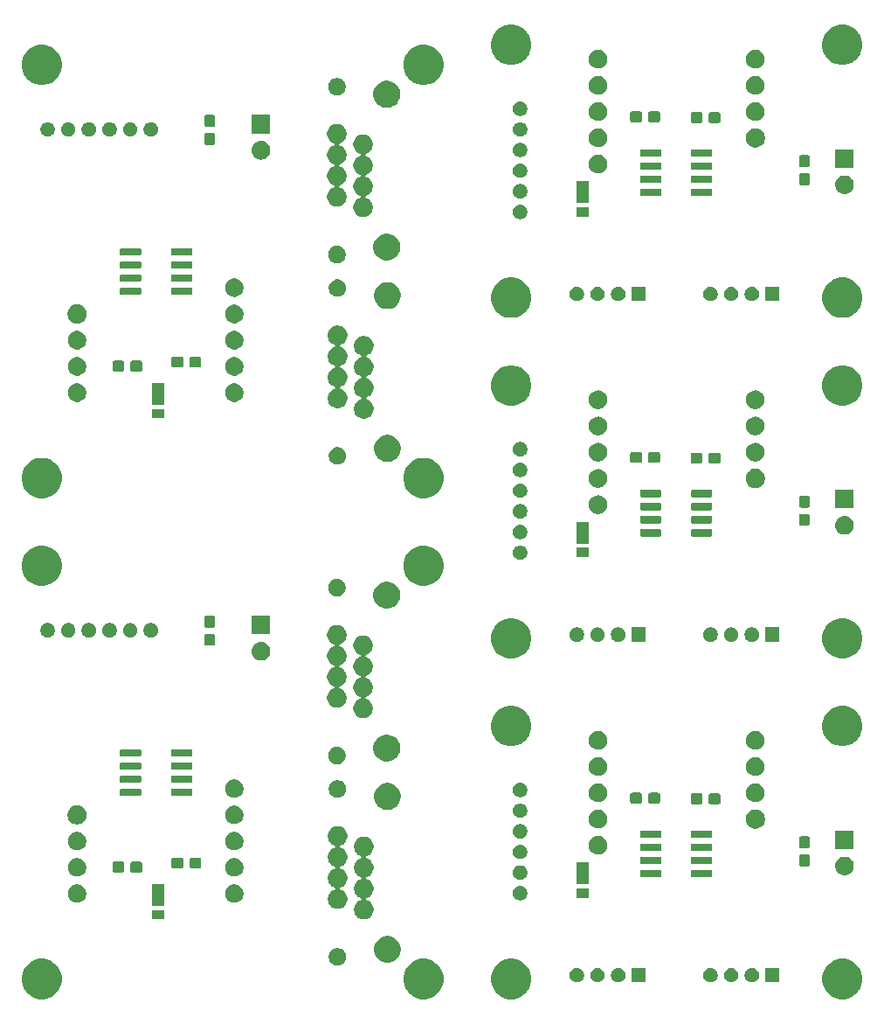
<source format=gbs>
%MOIN*%
%OFA0B0*%
%FSLAX46Y46*%
%IPPOS*%
%LPD*%
%ADD10C,0.0039370078740157488*%
%ADD21C,0.0039370078740157488*%
%ADD22C,0.0039370078740157488*%
%ADD23C,0.0039370078740157488*%
%ADD24C,0.0039370078740157488*%
D10*
G36*
X0001597207Y0000191969D02*
G01*
X0001611186Y0000186179D01*
X0001611186Y0000186179D01*
X0001623767Y0000177773D01*
X0001634466Y0000167074D01*
X0001642872Y0000154493D01*
X0001642872Y0000154493D01*
X0001648662Y0000140515D01*
X0001651614Y0000125675D01*
X0001651614Y0000110544D01*
X0001648662Y0000095705D01*
X0001642872Y0000081726D01*
X0001642872Y0000081726D01*
X0001634466Y0000069146D01*
X0001623767Y0000058447D01*
X0001611186Y0000050041D01*
X0001611186Y0000050041D01*
X0001611186Y0000050041D01*
X0001597207Y0000044250D01*
X0001582368Y0000041299D01*
X0001567237Y0000041299D01*
X0001552398Y0000044250D01*
X0001538419Y0000050041D01*
X0001538419Y0000050041D01*
X0001538419Y0000050041D01*
X0001525838Y0000058447D01*
X0001515140Y0000069146D01*
X0001506734Y0000081726D01*
X0001506733Y0000081726D01*
X0001500943Y0000095705D01*
X0001497992Y0000110544D01*
X0001497992Y0000125675D01*
X0001500943Y0000140515D01*
X0001506733Y0000154493D01*
X0001506734Y0000154493D01*
X0001515140Y0000167074D01*
X0001525838Y0000177773D01*
X0001538419Y0000186179D01*
X0001538419Y0000186179D01*
X0001552398Y0000191969D01*
X0001567237Y0000194921D01*
X0001582368Y0000194921D01*
X0001597207Y0000191969D01*
X0001597207Y0000191969D01*
G37*
G36*
X0000140515Y0000191969D02*
G01*
X0000154493Y0000186179D01*
X0000154493Y0000186179D01*
X0000167074Y0000177773D01*
X0000177773Y0000167074D01*
X0000186179Y0000154493D01*
X0000186179Y0000154493D01*
X0000191969Y0000140515D01*
X0000194921Y0000125675D01*
X0000194921Y0000110544D01*
X0000191969Y0000095705D01*
X0000186179Y0000081726D01*
X0000186179Y0000081726D01*
X0000177773Y0000069146D01*
X0000167074Y0000058447D01*
X0000154493Y0000050041D01*
X0000154493Y0000050041D01*
X0000154493Y0000050041D01*
X0000140515Y0000044250D01*
X0000125675Y0000041299D01*
X0000110544Y0000041299D01*
X0000095705Y0000044250D01*
X0000081726Y0000050041D01*
X0000081726Y0000050041D01*
X0000081726Y0000050041D01*
X0000069146Y0000058447D01*
X0000058447Y0000069146D01*
X0000050041Y0000081726D01*
X0000050041Y0000081726D01*
X0000044250Y0000095705D01*
X0000041299Y0000110544D01*
X0000041299Y0000125675D01*
X0000044250Y0000140515D01*
X0000050041Y0000154493D01*
X0000050041Y0000154493D01*
X0000058447Y0000167074D01*
X0000069146Y0000177773D01*
X0000081726Y0000186179D01*
X0000081726Y0000186179D01*
X0000095705Y0000191969D01*
X0000110544Y0000194921D01*
X0000125675Y0000194921D01*
X0000140515Y0000191969D01*
X0000140515Y0000191969D01*
G37*
G36*
X0001256662Y0000234617D02*
G01*
X0001262759Y0000232092D01*
X0001268247Y0000228425D01*
X0001272913Y0000223759D01*
X0001276580Y0000218271D01*
X0001279106Y0000212174D01*
X0001280393Y0000205701D01*
X0001280393Y0000199101D01*
X0001279106Y0000192628D01*
X0001276580Y0000186531D01*
X0001272913Y0000181044D01*
X0001268247Y0000176377D01*
X0001262759Y0000172710D01*
X0001256662Y0000170185D01*
X0001250189Y0000168897D01*
X0001243589Y0000168897D01*
X0001237116Y0000170185D01*
X0001231019Y0000172710D01*
X0001225532Y0000176377D01*
X0001220865Y0000181044D01*
X0001217198Y0000186531D01*
X0001214673Y0000192628D01*
X0001213385Y0000199101D01*
X0001213385Y0000205701D01*
X0001214673Y0000212174D01*
X0001217198Y0000218271D01*
X0001220865Y0000223759D01*
X0001225532Y0000228425D01*
X0001231019Y0000232092D01*
X0001237116Y0000234617D01*
X0001243589Y0000235905D01*
X0001250189Y0000235905D01*
X0001256662Y0000234617D01*
X0001256662Y0000234617D01*
G37*
G36*
X0001452381Y0000280197D02*
G01*
X0001461702Y0000276335D01*
X0001461702Y0000276335D01*
X0001470092Y0000270730D01*
X0001477226Y0000263596D01*
X0001482831Y0000255206D01*
X0001486692Y0000245885D01*
X0001488661Y0000235989D01*
X0001488661Y0000225900D01*
X0001486692Y0000216004D01*
X0001485106Y0000212174D01*
X0001482831Y0000206682D01*
X0001477226Y0000198293D01*
X0001470092Y0000191159D01*
X0001461702Y0000185553D01*
X0001461702Y0000185553D01*
X0001461702Y0000185553D01*
X0001452381Y0000181692D01*
X0001442485Y0000179724D01*
X0001432396Y0000179724D01*
X0001422500Y0000181692D01*
X0001413178Y0000185553D01*
X0001413178Y0000185553D01*
X0001413178Y0000185553D01*
X0001404789Y0000191159D01*
X0001397655Y0000198293D01*
X0001392049Y0000206682D01*
X0001389775Y0000212174D01*
X0001388188Y0000216004D01*
X0001386220Y0000225900D01*
X0001386220Y0000235989D01*
X0001388188Y0000245885D01*
X0001392049Y0000255206D01*
X0001397655Y0000263596D01*
X0001404789Y0000270730D01*
X0001413178Y0000276335D01*
X0001413178Y0000276335D01*
X0001422500Y0000280197D01*
X0001432396Y0000282165D01*
X0001442485Y0000282165D01*
X0001452381Y0000280197D01*
X0001452381Y0000280197D01*
G37*
G36*
X0001357810Y0000658285D02*
G01*
X0001364624Y0000655463D01*
X0001364624Y0000655463D01*
X0001370756Y0000651365D01*
X0001375971Y0000646150D01*
X0001375972Y0000646150D01*
X0001380069Y0000640018D01*
X0001382891Y0000633204D01*
X0001384330Y0000625971D01*
X0001384330Y0000618595D01*
X0001382891Y0000611362D01*
X0001380069Y0000604548D01*
X0001380069Y0000604548D01*
X0001375971Y0000598416D01*
X0001370756Y0000593201D01*
X0001367669Y0000591138D01*
X0001364624Y0000589103D01*
X0001359135Y0000586830D01*
X0001358284Y0000586375D01*
X0001357538Y0000585763D01*
X0001356926Y0000585017D01*
X0001356472Y0000584166D01*
X0001356192Y0000583243D01*
X0001356097Y0000582283D01*
X0001356192Y0000581323D01*
X0001356472Y0000580400D01*
X0001356926Y0000579549D01*
X0001357538Y0000578803D01*
X0001358284Y0000578191D01*
X0001359135Y0000577736D01*
X0001364624Y0000575463D01*
X0001366643Y0000574114D01*
X0001370756Y0000571365D01*
X0001375971Y0000566150D01*
X0001377042Y0000564548D01*
X0001380069Y0000560018D01*
X0001382891Y0000553204D01*
X0001384330Y0000545971D01*
X0001384330Y0000538595D01*
X0001382891Y0000531362D01*
X0001380069Y0000524548D01*
X0001380069Y0000524548D01*
X0001375971Y0000518416D01*
X0001370756Y0000513201D01*
X0001367669Y0000511138D01*
X0001364624Y0000509103D01*
X0001359135Y0000506830D01*
X0001358284Y0000506375D01*
X0001357538Y0000505763D01*
X0001356926Y0000505017D01*
X0001356472Y0000504166D01*
X0001356192Y0000503243D01*
X0001356097Y0000502283D01*
X0001356192Y0000501323D01*
X0001356472Y0000500400D01*
X0001356926Y0000499549D01*
X0001357538Y0000498803D01*
X0001358284Y0000498191D01*
X0001359135Y0000497736D01*
X0001364624Y0000495463D01*
X0001364624Y0000495463D01*
X0001370756Y0000491365D01*
X0001375971Y0000486150D01*
X0001375972Y0000486150D01*
X0001380069Y0000480018D01*
X0001382891Y0000473204D01*
X0001384330Y0000465971D01*
X0001384330Y0000458595D01*
X0001382891Y0000451362D01*
X0001380069Y0000444548D01*
X0001380069Y0000444548D01*
X0001375971Y0000438416D01*
X0001370756Y0000433201D01*
X0001367669Y0000431138D01*
X0001364624Y0000429103D01*
X0001359135Y0000426830D01*
X0001358284Y0000426375D01*
X0001357538Y0000425763D01*
X0001356926Y0000425017D01*
X0001356472Y0000424166D01*
X0001356192Y0000423243D01*
X0001356097Y0000422283D01*
X0001356192Y0000421323D01*
X0001356472Y0000420400D01*
X0001356926Y0000419549D01*
X0001357538Y0000418803D01*
X0001358284Y0000418191D01*
X0001359135Y0000417736D01*
X0001364624Y0000415463D01*
X0001364624Y0000415463D01*
X0001370756Y0000411365D01*
X0001375971Y0000406150D01*
X0001375972Y0000406150D01*
X0001380069Y0000400018D01*
X0001382891Y0000393204D01*
X0001384330Y0000385971D01*
X0001384330Y0000378595D01*
X0001382891Y0000371362D01*
X0001380069Y0000364548D01*
X0001380069Y0000364548D01*
X0001375971Y0000358416D01*
X0001370756Y0000353201D01*
X0001367669Y0000351138D01*
X0001364624Y0000349103D01*
X0001357810Y0000346281D01*
X0001350577Y0000344842D01*
X0001343202Y0000344842D01*
X0001335968Y0000346281D01*
X0001329154Y0000349103D01*
X0001326109Y0000351138D01*
X0001323022Y0000353201D01*
X0001317807Y0000358416D01*
X0001313709Y0000364548D01*
X0001313709Y0000364548D01*
X0001310887Y0000371362D01*
X0001309448Y0000378595D01*
X0001309448Y0000385971D01*
X0001310887Y0000393204D01*
X0001313709Y0000400018D01*
X0001317807Y0000406150D01*
X0001317807Y0000406150D01*
X0001323022Y0000411365D01*
X0001329154Y0000415463D01*
X0001329154Y0000415463D01*
X0001334643Y0000417736D01*
X0001335494Y0000418191D01*
X0001336240Y0000418803D01*
X0001336852Y0000419549D01*
X0001337307Y0000420400D01*
X0001337587Y0000421323D01*
X0001337681Y0000422283D01*
X0001337587Y0000423243D01*
X0001337307Y0000424166D01*
X0001336852Y0000425017D01*
X0001336240Y0000425763D01*
X0001335494Y0000426375D01*
X0001334643Y0000426830D01*
X0001329154Y0000429103D01*
X0001326109Y0000431138D01*
X0001323022Y0000433201D01*
X0001317807Y0000438416D01*
X0001313709Y0000444548D01*
X0001313709Y0000444548D01*
X0001310887Y0000451362D01*
X0001309448Y0000458595D01*
X0001309448Y0000465971D01*
X0001310887Y0000473204D01*
X0001313709Y0000480018D01*
X0001317807Y0000486150D01*
X0001317807Y0000486150D01*
X0001323022Y0000491365D01*
X0001329154Y0000495463D01*
X0001329154Y0000495463D01*
X0001334643Y0000497736D01*
X0001335494Y0000498191D01*
X0001336240Y0000498803D01*
X0001336852Y0000499549D01*
X0001337307Y0000500400D01*
X0001337587Y0000501323D01*
X0001337681Y0000502283D01*
X0001337587Y0000503243D01*
X0001337307Y0000504166D01*
X0001336852Y0000505017D01*
X0001336240Y0000505763D01*
X0001335494Y0000506375D01*
X0001334643Y0000506830D01*
X0001329154Y0000509103D01*
X0001326109Y0000511138D01*
X0001323022Y0000513201D01*
X0001317807Y0000518416D01*
X0001313709Y0000524548D01*
X0001313709Y0000524548D01*
X0001310887Y0000531362D01*
X0001309448Y0000538595D01*
X0001309448Y0000545971D01*
X0001310887Y0000553204D01*
X0001313709Y0000560018D01*
X0001316736Y0000564548D01*
X0001317807Y0000566150D01*
X0001323022Y0000571365D01*
X0001327135Y0000574114D01*
X0001329154Y0000575463D01*
X0001334643Y0000577736D01*
X0001335494Y0000578191D01*
X0001336240Y0000578803D01*
X0001336852Y0000579549D01*
X0001337307Y0000580400D01*
X0001337587Y0000581323D01*
X0001337681Y0000582283D01*
X0001337587Y0000583243D01*
X0001337307Y0000584166D01*
X0001336852Y0000585017D01*
X0001336240Y0000585763D01*
X0001335494Y0000586375D01*
X0001334643Y0000586830D01*
X0001329154Y0000589103D01*
X0001326109Y0000591138D01*
X0001323022Y0000593201D01*
X0001317807Y0000598416D01*
X0001313709Y0000604548D01*
X0001313709Y0000604548D01*
X0001310887Y0000611362D01*
X0001309448Y0000618595D01*
X0001309448Y0000625971D01*
X0001310887Y0000633204D01*
X0001313709Y0000640018D01*
X0001317807Y0000646150D01*
X0001317807Y0000646150D01*
X0001323022Y0000651365D01*
X0001329154Y0000655463D01*
X0001329154Y0000655463D01*
X0001335968Y0000658285D01*
X0001343202Y0000659724D01*
X0001350577Y0000659724D01*
X0001357810Y0000658285D01*
X0001357810Y0000658285D01*
G37*
G36*
X0000586062Y0000345787D02*
G01*
X0000538740Y0000345787D01*
X0000538740Y0000381299D01*
X0000586062Y0000381299D01*
X0000586062Y0000345787D01*
X0000586062Y0000345787D01*
G37*
G36*
X0001257810Y0000698285D02*
G01*
X0001264624Y0000695463D01*
X0001264624Y0000695463D01*
X0001270756Y0000691365D01*
X0001275971Y0000686150D01*
X0001275972Y0000686150D01*
X0001280069Y0000680018D01*
X0001282891Y0000673204D01*
X0001284330Y0000665971D01*
X0001284330Y0000658595D01*
X0001282891Y0000651362D01*
X0001280069Y0000644548D01*
X0001280069Y0000644548D01*
X0001275971Y0000638416D01*
X0001270756Y0000633201D01*
X0001267669Y0000631138D01*
X0001264624Y0000629103D01*
X0001259135Y0000626830D01*
X0001258284Y0000626375D01*
X0001257538Y0000625763D01*
X0001256926Y0000625017D01*
X0001256472Y0000624166D01*
X0001256192Y0000623243D01*
X0001256097Y0000622283D01*
X0001256192Y0000621323D01*
X0001256472Y0000620400D01*
X0001256926Y0000619549D01*
X0001257538Y0000618803D01*
X0001258284Y0000618191D01*
X0001259135Y0000617736D01*
X0001264624Y0000615463D01*
X0001264624Y0000615463D01*
X0001270756Y0000611365D01*
X0001275971Y0000606150D01*
X0001275972Y0000606150D01*
X0001280069Y0000600018D01*
X0001282891Y0000593204D01*
X0001284330Y0000585971D01*
X0001284330Y0000578595D01*
X0001282891Y0000571362D01*
X0001280069Y0000564548D01*
X0001278034Y0000561503D01*
X0001275971Y0000558416D01*
X0001270756Y0000553201D01*
X0001267669Y0000551138D01*
X0001264624Y0000549103D01*
X0001259135Y0000546830D01*
X0001258284Y0000546375D01*
X0001257538Y0000545763D01*
X0001256926Y0000545017D01*
X0001256472Y0000544166D01*
X0001256192Y0000543243D01*
X0001256097Y0000542283D01*
X0001256192Y0000541323D01*
X0001256472Y0000540400D01*
X0001256926Y0000539549D01*
X0001257538Y0000538803D01*
X0001258284Y0000538191D01*
X0001259135Y0000537736D01*
X0001264624Y0000535463D01*
X0001264624Y0000535463D01*
X0001270756Y0000531365D01*
X0001275971Y0000526150D01*
X0001275972Y0000526150D01*
X0001280069Y0000520018D01*
X0001282891Y0000513204D01*
X0001284330Y0000505971D01*
X0001284330Y0000498595D01*
X0001282891Y0000491362D01*
X0001280069Y0000484548D01*
X0001280069Y0000484548D01*
X0001275971Y0000478416D01*
X0001270756Y0000473201D01*
X0001267960Y0000471332D01*
X0001264624Y0000469103D01*
X0001259135Y0000466830D01*
X0001258284Y0000466375D01*
X0001257538Y0000465763D01*
X0001256926Y0000465017D01*
X0001256472Y0000464166D01*
X0001256192Y0000463243D01*
X0001256097Y0000462283D01*
X0001256192Y0000461323D01*
X0001256472Y0000460400D01*
X0001256926Y0000459549D01*
X0001257538Y0000458803D01*
X0001258284Y0000458191D01*
X0001259135Y0000457736D01*
X0001264624Y0000455463D01*
X0001264624Y0000455463D01*
X0001270756Y0000451365D01*
X0001275971Y0000446150D01*
X0001275972Y0000446150D01*
X0001280069Y0000440018D01*
X0001282891Y0000433204D01*
X0001284330Y0000425971D01*
X0001284330Y0000418595D01*
X0001282891Y0000411362D01*
X0001280069Y0000404548D01*
X0001280069Y0000404548D01*
X0001275971Y0000398416D01*
X0001270756Y0000393201D01*
X0001267669Y0000391138D01*
X0001264624Y0000389103D01*
X0001257810Y0000386281D01*
X0001250577Y0000384842D01*
X0001243202Y0000384842D01*
X0001235968Y0000386281D01*
X0001229154Y0000389103D01*
X0001226109Y0000391138D01*
X0001223022Y0000393201D01*
X0001217807Y0000398416D01*
X0001213709Y0000404548D01*
X0001213709Y0000404548D01*
X0001210887Y0000411362D01*
X0001209448Y0000418595D01*
X0001209448Y0000425971D01*
X0001210887Y0000433204D01*
X0001213709Y0000440018D01*
X0001217807Y0000446150D01*
X0001217807Y0000446150D01*
X0001223022Y0000451365D01*
X0001229154Y0000455463D01*
X0001229154Y0000455463D01*
X0001234643Y0000457736D01*
X0001235494Y0000458191D01*
X0001236240Y0000458803D01*
X0001236852Y0000459549D01*
X0001237307Y0000460400D01*
X0001237587Y0000461323D01*
X0001237681Y0000462283D01*
X0001237587Y0000463243D01*
X0001237307Y0000464166D01*
X0001236852Y0000465017D01*
X0001236240Y0000465763D01*
X0001235494Y0000466375D01*
X0001234643Y0000466830D01*
X0001229154Y0000469103D01*
X0001225818Y0000471332D01*
X0001223022Y0000473201D01*
X0001217807Y0000478416D01*
X0001213709Y0000484548D01*
X0001213709Y0000484548D01*
X0001210887Y0000491362D01*
X0001209448Y0000498595D01*
X0001209448Y0000505971D01*
X0001210887Y0000513204D01*
X0001213709Y0000520018D01*
X0001217807Y0000526150D01*
X0001217807Y0000526150D01*
X0001223022Y0000531365D01*
X0001229154Y0000535463D01*
X0001229154Y0000535463D01*
X0001234643Y0000537736D01*
X0001235494Y0000538191D01*
X0001236240Y0000538803D01*
X0001236852Y0000539549D01*
X0001237307Y0000540400D01*
X0001237587Y0000541323D01*
X0001237681Y0000542283D01*
X0001237587Y0000543243D01*
X0001237307Y0000544166D01*
X0001236852Y0000545017D01*
X0001236240Y0000545763D01*
X0001235494Y0000546375D01*
X0001234643Y0000546830D01*
X0001229154Y0000549103D01*
X0001226109Y0000551138D01*
X0001223022Y0000553201D01*
X0001217807Y0000558416D01*
X0001215744Y0000561503D01*
X0001213709Y0000564548D01*
X0001210887Y0000571362D01*
X0001209448Y0000578595D01*
X0001209448Y0000585971D01*
X0001210887Y0000593204D01*
X0001213709Y0000600018D01*
X0001217807Y0000606150D01*
X0001217807Y0000606150D01*
X0001223022Y0000611365D01*
X0001229154Y0000615463D01*
X0001229154Y0000615463D01*
X0001234643Y0000617736D01*
X0001235494Y0000618191D01*
X0001236240Y0000618803D01*
X0001236852Y0000619549D01*
X0001237307Y0000620400D01*
X0001237587Y0000621323D01*
X0001237681Y0000622283D01*
X0001237587Y0000623243D01*
X0001237307Y0000624166D01*
X0001236852Y0000625017D01*
X0001236240Y0000625763D01*
X0001235494Y0000626375D01*
X0001234643Y0000626830D01*
X0001229154Y0000629103D01*
X0001226109Y0000631138D01*
X0001223022Y0000633201D01*
X0001217807Y0000638416D01*
X0001213709Y0000644548D01*
X0001213709Y0000644548D01*
X0001210887Y0000651362D01*
X0001209448Y0000658595D01*
X0001209448Y0000665971D01*
X0001210887Y0000673204D01*
X0001213709Y0000680018D01*
X0001217807Y0000686150D01*
X0001217807Y0000686150D01*
X0001223022Y0000691365D01*
X0001229154Y0000695463D01*
X0001229154Y0000695463D01*
X0001235968Y0000698285D01*
X0001243202Y0000699724D01*
X0001250577Y0000699724D01*
X0001257810Y0000698285D01*
X0001257810Y0000698285D01*
G37*
G36*
X0000586062Y0000396968D02*
G01*
X0000538740Y0000396968D01*
X0000538740Y0000479724D01*
X0000586062Y0000479724D01*
X0000586062Y0000396968D01*
X0000586062Y0000396968D01*
G37*
G36*
X0000257500Y0000479057D02*
G01*
X0000263378Y0000477888D01*
X0000269833Y0000475214D01*
X0000275643Y0000471332D01*
X0000280584Y0000466391D01*
X0000284466Y0000460582D01*
X0000287140Y0000454126D01*
X0000288503Y0000447273D01*
X0000288503Y0000440285D01*
X0000287140Y0000433432D01*
X0000284466Y0000426977D01*
X0000280584Y0000421167D01*
X0000275643Y0000416226D01*
X0000269833Y0000412344D01*
X0000263378Y0000409670D01*
X0000257500Y0000408501D01*
X0000256525Y0000408307D01*
X0000249537Y0000408307D01*
X0000248562Y0000408501D01*
X0000242684Y0000409670D01*
X0000236228Y0000412344D01*
X0000230419Y0000416226D01*
X0000225478Y0000421167D01*
X0000221596Y0000426977D01*
X0000218922Y0000433432D01*
X0000217558Y0000440285D01*
X0000217558Y0000447273D01*
X0000218922Y0000454126D01*
X0000221596Y0000460582D01*
X0000225478Y0000466391D01*
X0000230419Y0000471332D01*
X0000236228Y0000475214D01*
X0000242684Y0000477888D01*
X0000248562Y0000479057D01*
X0000249537Y0000479251D01*
X0000256525Y0000479251D01*
X0000257500Y0000479057D01*
X0000257500Y0000479057D01*
G37*
G36*
X0000857500Y0000479057D02*
G01*
X0000863378Y0000477888D01*
X0000869833Y0000475214D01*
X0000875643Y0000471332D01*
X0000880584Y0000466391D01*
X0000884466Y0000460582D01*
X0000887140Y0000454126D01*
X0000888503Y0000447273D01*
X0000888503Y0000440285D01*
X0000887140Y0000433432D01*
X0000884466Y0000426977D01*
X0000880584Y0000421167D01*
X0000875643Y0000416226D01*
X0000869833Y0000412344D01*
X0000863378Y0000409670D01*
X0000857500Y0000408501D01*
X0000856525Y0000408307D01*
X0000849537Y0000408307D01*
X0000848562Y0000408501D01*
X0000842684Y0000409670D01*
X0000836228Y0000412344D01*
X0000830419Y0000416226D01*
X0000825478Y0000421167D01*
X0000821596Y0000426977D01*
X0000818922Y0000433432D01*
X0000817558Y0000440285D01*
X0000817558Y0000447273D01*
X0000818922Y0000454126D01*
X0000821596Y0000460582D01*
X0000825478Y0000466391D01*
X0000830419Y0000471332D01*
X0000836228Y0000475214D01*
X0000842684Y0000477888D01*
X0000848562Y0000479057D01*
X0000849537Y0000479251D01*
X0000856525Y0000479251D01*
X0000857500Y0000479057D01*
X0000857500Y0000479057D01*
G37*
G36*
X0000257500Y0000579057D02*
G01*
X0000263378Y0000577888D01*
X0000269833Y0000575214D01*
X0000275643Y0000571332D01*
X0000280584Y0000566391D01*
X0000284466Y0000560582D01*
X0000287140Y0000554126D01*
X0000288078Y0000549409D01*
X0000288503Y0000547273D01*
X0000288503Y0000540285D01*
X0000288392Y0000539724D01*
X0000287140Y0000533432D01*
X0000284466Y0000526977D01*
X0000280584Y0000521167D01*
X0000275643Y0000516226D01*
X0000269833Y0000512344D01*
X0000263378Y0000509670D01*
X0000257500Y0000508501D01*
X0000256525Y0000508307D01*
X0000249537Y0000508307D01*
X0000248562Y0000508501D01*
X0000242684Y0000509670D01*
X0000236228Y0000512344D01*
X0000230419Y0000516226D01*
X0000225478Y0000521167D01*
X0000221596Y0000526977D01*
X0000218922Y0000533432D01*
X0000217670Y0000539724D01*
X0000217558Y0000540285D01*
X0000217558Y0000547273D01*
X0000217983Y0000549409D01*
X0000218922Y0000554126D01*
X0000221596Y0000560582D01*
X0000225478Y0000566391D01*
X0000230419Y0000571332D01*
X0000236228Y0000575214D01*
X0000242684Y0000577888D01*
X0000248562Y0000579057D01*
X0000249537Y0000579251D01*
X0000256525Y0000579251D01*
X0000257500Y0000579057D01*
X0000257500Y0000579057D01*
G37*
G36*
X0000857500Y0000579057D02*
G01*
X0000863378Y0000577888D01*
X0000869833Y0000575214D01*
X0000875643Y0000571332D01*
X0000880584Y0000566391D01*
X0000884466Y0000560582D01*
X0000887140Y0000554126D01*
X0000888078Y0000549409D01*
X0000888503Y0000547273D01*
X0000888503Y0000540285D01*
X0000888392Y0000539724D01*
X0000887140Y0000533432D01*
X0000884466Y0000526977D01*
X0000880584Y0000521167D01*
X0000875643Y0000516226D01*
X0000869833Y0000512344D01*
X0000863378Y0000509670D01*
X0000857500Y0000508501D01*
X0000856525Y0000508307D01*
X0000849537Y0000508307D01*
X0000848562Y0000508501D01*
X0000842684Y0000509670D01*
X0000836228Y0000512344D01*
X0000830419Y0000516226D01*
X0000825478Y0000521167D01*
X0000821596Y0000526977D01*
X0000818922Y0000533432D01*
X0000817670Y0000539724D01*
X0000817558Y0000540285D01*
X0000817558Y0000547273D01*
X0000817983Y0000549409D01*
X0000818922Y0000554126D01*
X0000821596Y0000560582D01*
X0000825478Y0000566391D01*
X0000830419Y0000571332D01*
X0000836228Y0000575214D01*
X0000842684Y0000577888D01*
X0000848562Y0000579057D01*
X0000849537Y0000579251D01*
X0000856525Y0000579251D01*
X0000857500Y0000579057D01*
X0000857500Y0000579057D01*
G37*
G36*
X0000426712Y0000565297D02*
G01*
X0000428188Y0000564849D01*
X0000429549Y0000564122D01*
X0000430741Y0000563143D01*
X0000431720Y0000561950D01*
X0000432447Y0000560590D01*
X0000432895Y0000559114D01*
X0000433070Y0000557337D01*
X0000433070Y0000532190D01*
X0000432895Y0000530413D01*
X0000432447Y0000528937D01*
X0000431720Y0000527576D01*
X0000430741Y0000526383D01*
X0000429549Y0000525405D01*
X0000428188Y0000524677D01*
X0000426712Y0000524230D01*
X0000424935Y0000524055D01*
X0000395851Y0000524055D01*
X0000394074Y0000524230D01*
X0000392598Y0000524677D01*
X0000391237Y0000525405D01*
X0000390045Y0000526383D01*
X0000389066Y0000527576D01*
X0000388339Y0000528937D01*
X0000387891Y0000530413D01*
X0000387716Y0000532190D01*
X0000387716Y0000557337D01*
X0000387891Y0000559114D01*
X0000388339Y0000560590D01*
X0000389066Y0000561950D01*
X0000390045Y0000563143D01*
X0000391237Y0000564122D01*
X0000392598Y0000564849D01*
X0000394074Y0000565297D01*
X0000395851Y0000565472D01*
X0000424935Y0000565472D01*
X0000426712Y0000565297D01*
X0000426712Y0000565297D01*
G37*
G36*
X0000495610Y0000565297D02*
G01*
X0000497086Y0000564849D01*
X0000498446Y0000564122D01*
X0000499639Y0000563143D01*
X0000500618Y0000561950D01*
X0000501345Y0000560590D01*
X0000501793Y0000559114D01*
X0000501968Y0000557337D01*
X0000501968Y0000532190D01*
X0000501793Y0000530413D01*
X0000501345Y0000528937D01*
X0000500618Y0000527576D01*
X0000499639Y0000526383D01*
X0000498446Y0000525405D01*
X0000497086Y0000524677D01*
X0000495610Y0000524230D01*
X0000493833Y0000524055D01*
X0000464749Y0000524055D01*
X0000462972Y0000524230D01*
X0000461496Y0000524677D01*
X0000460135Y0000525405D01*
X0000458942Y0000526383D01*
X0000457964Y0000527576D01*
X0000457236Y0000528937D01*
X0000456789Y0000530413D01*
X0000456614Y0000532190D01*
X0000456614Y0000557337D01*
X0000456789Y0000559114D01*
X0000457236Y0000560590D01*
X0000457964Y0000561950D01*
X0000458942Y0000563143D01*
X0000460135Y0000564122D01*
X0000461496Y0000564849D01*
X0000462972Y0000565297D01*
X0000464749Y0000565472D01*
X0000493833Y0000565472D01*
X0000495610Y0000565297D01*
X0000495610Y0000565297D01*
G37*
G36*
X0000720728Y0000580297D02*
G01*
X0000722204Y0000579849D01*
X0000723565Y0000579122D01*
X0000724757Y0000578143D01*
X0000725736Y0000576950D01*
X0000726463Y0000575590D01*
X0000726911Y0000574114D01*
X0000727086Y0000572337D01*
X0000727086Y0000547190D01*
X0000726911Y0000545413D01*
X0000726463Y0000543937D01*
X0000725736Y0000542576D01*
X0000724757Y0000541383D01*
X0000723565Y0000540405D01*
X0000722204Y0000539677D01*
X0000720728Y0000539230D01*
X0000718951Y0000539055D01*
X0000689867Y0000539055D01*
X0000688090Y0000539230D01*
X0000686614Y0000539677D01*
X0000685253Y0000540405D01*
X0000684061Y0000541383D01*
X0000683082Y0000542576D01*
X0000682355Y0000543937D01*
X0000681907Y0000545413D01*
X0000681732Y0000547190D01*
X0000681732Y0000572337D01*
X0000681907Y0000574114D01*
X0000682355Y0000575590D01*
X0000683082Y0000576950D01*
X0000684061Y0000578143D01*
X0000685253Y0000579122D01*
X0000686614Y0000579849D01*
X0000688090Y0000580297D01*
X0000689867Y0000580472D01*
X0000718951Y0000580472D01*
X0000720728Y0000580297D01*
X0000720728Y0000580297D01*
G37*
G36*
X0000651830Y0000580297D02*
G01*
X0000653306Y0000579849D01*
X0000654667Y0000579122D01*
X0000655860Y0000578143D01*
X0000656838Y0000576950D01*
X0000657566Y0000575590D01*
X0000658013Y0000574114D01*
X0000658188Y0000572337D01*
X0000658188Y0000547190D01*
X0000658013Y0000545413D01*
X0000657566Y0000543937D01*
X0000656838Y0000542576D01*
X0000655860Y0000541383D01*
X0000654667Y0000540405D01*
X0000653306Y0000539677D01*
X0000651830Y0000539230D01*
X0000650053Y0000539055D01*
X0000620969Y0000539055D01*
X0000619192Y0000539230D01*
X0000617716Y0000539677D01*
X0000616356Y0000540405D01*
X0000615163Y0000541383D01*
X0000614184Y0000542576D01*
X0000613457Y0000543937D01*
X0000613009Y0000545413D01*
X0000612834Y0000547190D01*
X0000612834Y0000572337D01*
X0000613009Y0000574114D01*
X0000613457Y0000575590D01*
X0000614184Y0000576950D01*
X0000615163Y0000578143D01*
X0000616356Y0000579122D01*
X0000617716Y0000579849D01*
X0000619192Y0000580297D01*
X0000620969Y0000580472D01*
X0000650053Y0000580472D01*
X0000651830Y0000580297D01*
X0000651830Y0000580297D01*
G37*
G36*
X0000857500Y0000679057D02*
G01*
X0000863378Y0000677888D01*
X0000869833Y0000675214D01*
X0000875643Y0000671332D01*
X0000880584Y0000666391D01*
X0000884466Y0000660582D01*
X0000887140Y0000654126D01*
X0000888503Y0000647273D01*
X0000888503Y0000640285D01*
X0000887140Y0000633432D01*
X0000884466Y0000626977D01*
X0000880584Y0000621167D01*
X0000875643Y0000616226D01*
X0000869833Y0000612344D01*
X0000863378Y0000609670D01*
X0000857500Y0000608501D01*
X0000856525Y0000608307D01*
X0000849537Y0000608307D01*
X0000848562Y0000608501D01*
X0000842684Y0000609670D01*
X0000836228Y0000612344D01*
X0000830419Y0000616226D01*
X0000825478Y0000621167D01*
X0000821596Y0000626977D01*
X0000818922Y0000633432D01*
X0000817558Y0000640285D01*
X0000817558Y0000647273D01*
X0000818922Y0000654126D01*
X0000821596Y0000660582D01*
X0000825478Y0000666391D01*
X0000830419Y0000671332D01*
X0000836228Y0000675214D01*
X0000842684Y0000677888D01*
X0000848562Y0000679057D01*
X0000849537Y0000679251D01*
X0000856525Y0000679251D01*
X0000857500Y0000679057D01*
X0000857500Y0000679057D01*
G37*
G36*
X0000257500Y0000679057D02*
G01*
X0000263378Y0000677888D01*
X0000269833Y0000675214D01*
X0000275643Y0000671332D01*
X0000280584Y0000666391D01*
X0000284466Y0000660582D01*
X0000287140Y0000654126D01*
X0000288503Y0000647273D01*
X0000288503Y0000640285D01*
X0000287140Y0000633432D01*
X0000284466Y0000626977D01*
X0000280584Y0000621167D01*
X0000275643Y0000616226D01*
X0000269833Y0000612344D01*
X0000263378Y0000609670D01*
X0000257500Y0000608501D01*
X0000256525Y0000608307D01*
X0000249537Y0000608307D01*
X0000248562Y0000608501D01*
X0000242684Y0000609670D01*
X0000236228Y0000612344D01*
X0000230419Y0000616226D01*
X0000225478Y0000621167D01*
X0000221596Y0000626977D01*
X0000218922Y0000633432D01*
X0000217558Y0000640285D01*
X0000217558Y0000647273D01*
X0000218922Y0000654126D01*
X0000221596Y0000660582D01*
X0000225478Y0000666391D01*
X0000230419Y0000671332D01*
X0000236228Y0000675214D01*
X0000242684Y0000677888D01*
X0000248562Y0000679057D01*
X0000249537Y0000679251D01*
X0000256525Y0000679251D01*
X0000257500Y0000679057D01*
X0000257500Y0000679057D01*
G37*
G36*
X0000263815Y0000779331D02*
G01*
X0000270544Y0000776544D01*
X0000270544Y0000776544D01*
X0000276599Y0000772497D01*
X0000281749Y0000767348D01*
X0000283739Y0000764369D01*
X0000285796Y0000761292D01*
X0000288583Y0000754563D01*
X0000290003Y0000747421D01*
X0000290003Y0000740137D01*
X0000288583Y0000732995D01*
X0000285796Y0000726266D01*
X0000285795Y0000726266D01*
X0000281749Y0000720210D01*
X0000276599Y0000715061D01*
X0000270544Y0000711014D01*
X0000270544Y0000711014D01*
X0000270544Y0000711014D01*
X0000263815Y0000708227D01*
X0000256672Y0000706807D01*
X0000249389Y0000706807D01*
X0000242246Y0000708227D01*
X0000235518Y0000711014D01*
X0000235518Y0000711014D01*
X0000235518Y0000711014D01*
X0000229462Y0000715061D01*
X0000224313Y0000720210D01*
X0000220266Y0000726266D01*
X0000220266Y0000726266D01*
X0000217479Y0000732995D01*
X0000216058Y0000740137D01*
X0000216058Y0000747421D01*
X0000217479Y0000754563D01*
X0000220266Y0000761292D01*
X0000222323Y0000764369D01*
X0000224313Y0000767348D01*
X0000229462Y0000772497D01*
X0000235518Y0000776544D01*
X0000235518Y0000776544D01*
X0000242246Y0000779331D01*
X0000249389Y0000780751D01*
X0000256672Y0000780751D01*
X0000263815Y0000779331D01*
X0000263815Y0000779331D01*
G37*
G36*
X0000857500Y0000779057D02*
G01*
X0000863378Y0000777888D01*
X0000869833Y0000775214D01*
X0000875643Y0000771332D01*
X0000880584Y0000766391D01*
X0000884466Y0000760582D01*
X0000887140Y0000754126D01*
X0000888503Y0000747273D01*
X0000888503Y0000740285D01*
X0000887140Y0000733432D01*
X0000884466Y0000726976D01*
X0000880584Y0000721167D01*
X0000875643Y0000716226D01*
X0000869833Y0000712344D01*
X0000863378Y0000709670D01*
X0000857500Y0000708501D01*
X0000856525Y0000708307D01*
X0000849537Y0000708307D01*
X0000848562Y0000708501D01*
X0000842684Y0000709670D01*
X0000836228Y0000712344D01*
X0000830419Y0000716226D01*
X0000825478Y0000721167D01*
X0000821596Y0000726976D01*
X0000818922Y0000733432D01*
X0000817558Y0000740285D01*
X0000817558Y0000747273D01*
X0000818922Y0000754126D01*
X0000821596Y0000760582D01*
X0000825478Y0000766391D01*
X0000830419Y0000771332D01*
X0000836228Y0000775214D01*
X0000842684Y0000777888D01*
X0000848562Y0000779057D01*
X0000849537Y0000779251D01*
X0000856525Y0000779251D01*
X0000857500Y0000779057D01*
X0000857500Y0000779057D01*
G37*
G36*
X0001452381Y0000862874D02*
G01*
X0001461702Y0000859013D01*
X0001461702Y0000859013D01*
X0001470092Y0000853407D01*
X0001477226Y0000846273D01*
X0001482740Y0000838021D01*
X0001482831Y0000837883D01*
X0001486692Y0000828562D01*
X0001488661Y0000818666D01*
X0001488661Y0000808577D01*
X0001486692Y0000798681D01*
X0001482831Y0000789360D01*
X0001482831Y0000789360D01*
X0001477226Y0000780970D01*
X0001470092Y0000773836D01*
X0001461702Y0000768231D01*
X0001461702Y0000768231D01*
X0001461702Y0000768231D01*
X0001452381Y0000764369D01*
X0001442485Y0000762401D01*
X0001432396Y0000762401D01*
X0001422500Y0000764369D01*
X0001413178Y0000768231D01*
X0001413178Y0000768231D01*
X0001413178Y0000768231D01*
X0001404789Y0000773836D01*
X0001397655Y0000780970D01*
X0001392049Y0000789360D01*
X0001392049Y0000789360D01*
X0001388188Y0000798681D01*
X0001386220Y0000808577D01*
X0001386220Y0000818666D01*
X0001388188Y0000828562D01*
X0001392049Y0000837883D01*
X0001392141Y0000838021D01*
X0001397655Y0000846273D01*
X0001404789Y0000853407D01*
X0001413178Y0000859013D01*
X0001413178Y0000859013D01*
X0001422500Y0000862874D01*
X0001432396Y0000864842D01*
X0001442485Y0000864842D01*
X0001452381Y0000862874D01*
X0001452381Y0000862874D01*
G37*
G36*
X0000857500Y0000879057D02*
G01*
X0000863378Y0000877888D01*
X0000869833Y0000875214D01*
X0000875643Y0000871332D01*
X0000880584Y0000866391D01*
X0000884466Y0000860582D01*
X0000887140Y0000854126D01*
X0000888503Y0000847273D01*
X0000888503Y0000840285D01*
X0000887140Y0000833432D01*
X0000884466Y0000826977D01*
X0000880584Y0000821167D01*
X0000875643Y0000816226D01*
X0000869833Y0000812344D01*
X0000863378Y0000809670D01*
X0000857883Y0000808577D01*
X0000856525Y0000808307D01*
X0000849537Y0000808307D01*
X0000848179Y0000808577D01*
X0000842684Y0000809670D01*
X0000836228Y0000812344D01*
X0000830419Y0000816226D01*
X0000825478Y0000821167D01*
X0000821596Y0000826977D01*
X0000818922Y0000833432D01*
X0000817558Y0000840285D01*
X0000817558Y0000847273D01*
X0000818922Y0000854126D01*
X0000821596Y0000860582D01*
X0000825478Y0000866391D01*
X0000830419Y0000871332D01*
X0000836228Y0000875214D01*
X0000842684Y0000877888D01*
X0000848562Y0000879057D01*
X0000849537Y0000879251D01*
X0000856525Y0000879251D01*
X0000857500Y0000879057D01*
X0000857500Y0000879057D01*
G37*
G36*
X0001256662Y0000874381D02*
G01*
X0001262759Y0000871856D01*
X0001268247Y0000868189D01*
X0001272913Y0000863522D01*
X0001276580Y0000858035D01*
X0001279106Y0000851938D01*
X0001280393Y0000845465D01*
X0001280393Y0000838865D01*
X0001279106Y0000832392D01*
X0001276580Y0000826295D01*
X0001272913Y0000820807D01*
X0001268247Y0000816141D01*
X0001262759Y0000812474D01*
X0001256662Y0000809948D01*
X0001250189Y0000808661D01*
X0001243589Y0000808661D01*
X0001237116Y0000809948D01*
X0001231019Y0000812474D01*
X0001225532Y0000816141D01*
X0001220865Y0000820807D01*
X0001217198Y0000826295D01*
X0001214673Y0000832392D01*
X0001213385Y0000838865D01*
X0001213385Y0000845465D01*
X0001214673Y0000851938D01*
X0001217198Y0000858035D01*
X0001220865Y0000863522D01*
X0001225532Y0000868189D01*
X0001231019Y0000871856D01*
X0001237116Y0000874381D01*
X0001243589Y0000875669D01*
X0001250189Y0000875669D01*
X0001256662Y0000874381D01*
X0001256662Y0000874381D01*
G37*
G36*
X0000493776Y0000843473D02*
G01*
X0000494606Y0000843222D01*
X0000495371Y0000842813D01*
X0000496042Y0000842262D01*
X0000496592Y0000841592D01*
X0000497001Y0000840827D01*
X0000497253Y0000839997D01*
X0000497362Y0000838892D01*
X0000497362Y0000820635D01*
X0000497253Y0000819530D01*
X0000497001Y0000818700D01*
X0000496592Y0000817935D01*
X0000496042Y0000817264D01*
X0000495371Y0000816714D01*
X0000494606Y0000816305D01*
X0000493776Y0000816053D01*
X0000492671Y0000815944D01*
X0000421265Y0000815944D01*
X0000420160Y0000816053D01*
X0000419330Y0000816305D01*
X0000418565Y0000816714D01*
X0000417894Y0000817264D01*
X0000417344Y0000817935D01*
X0000416935Y0000818700D01*
X0000416683Y0000819530D01*
X0000416574Y0000820635D01*
X0000416574Y0000838892D01*
X0000416683Y0000839997D01*
X0000416935Y0000840827D01*
X0000417344Y0000841592D01*
X0000417894Y0000842262D01*
X0000418565Y0000842813D01*
X0000419330Y0000843222D01*
X0000420160Y0000843473D01*
X0000421265Y0000843582D01*
X0000492671Y0000843582D01*
X0000493776Y0000843473D01*
X0000493776Y0000843473D01*
G37*
G36*
X0000688658Y0000843473D02*
G01*
X0000689488Y0000843222D01*
X0000690253Y0000842813D01*
X0000690924Y0000842262D01*
X0000691474Y0000841592D01*
X0000691883Y0000840827D01*
X0000692135Y0000839997D01*
X0000692244Y0000838892D01*
X0000692244Y0000820635D01*
X0000692135Y0000819530D01*
X0000691883Y0000818700D01*
X0000691474Y0000817935D01*
X0000690924Y0000817264D01*
X0000690253Y0000816714D01*
X0000689488Y0000816305D01*
X0000688658Y0000816053D01*
X0000687553Y0000815944D01*
X0000616147Y0000815944D01*
X0000615042Y0000816053D01*
X0000614212Y0000816305D01*
X0000613446Y0000816714D01*
X0000612776Y0000817264D01*
X0000612226Y0000817935D01*
X0000611817Y0000818700D01*
X0000611565Y0000819530D01*
X0000611456Y0000820635D01*
X0000611456Y0000838892D01*
X0000611565Y0000839997D01*
X0000611817Y0000840827D01*
X0000612226Y0000841592D01*
X0000612776Y0000842262D01*
X0000613446Y0000842813D01*
X0000614212Y0000843222D01*
X0000615042Y0000843473D01*
X0000616147Y0000843582D01*
X0000687553Y0000843582D01*
X0000688658Y0000843473D01*
X0000688658Y0000843473D01*
G37*
G36*
X0000493776Y0000893473D02*
G01*
X0000494606Y0000893222D01*
X0000495371Y0000892813D01*
X0000496042Y0000892262D01*
X0000496592Y0000891592D01*
X0000497001Y0000890827D01*
X0000497253Y0000889997D01*
X0000497362Y0000888892D01*
X0000497362Y0000870635D01*
X0000497253Y0000869530D01*
X0000497001Y0000868700D01*
X0000496592Y0000867935D01*
X0000496042Y0000867264D01*
X0000495371Y0000866714D01*
X0000494606Y0000866305D01*
X0000493776Y0000866053D01*
X0000492671Y0000865944D01*
X0000421265Y0000865944D01*
X0000420160Y0000866053D01*
X0000419330Y0000866305D01*
X0000418565Y0000866714D01*
X0000417894Y0000867264D01*
X0000417344Y0000867935D01*
X0000416935Y0000868700D01*
X0000416683Y0000869530D01*
X0000416574Y0000870635D01*
X0000416574Y0000888892D01*
X0000416683Y0000889997D01*
X0000416935Y0000890827D01*
X0000417344Y0000891592D01*
X0000417894Y0000892262D01*
X0000418565Y0000892813D01*
X0000419330Y0000893222D01*
X0000420160Y0000893473D01*
X0000421265Y0000893582D01*
X0000492671Y0000893582D01*
X0000493776Y0000893473D01*
X0000493776Y0000893473D01*
G37*
G36*
X0000688658Y0000893473D02*
G01*
X0000689488Y0000893222D01*
X0000690253Y0000892813D01*
X0000690924Y0000892262D01*
X0000691474Y0000891592D01*
X0000691883Y0000890827D01*
X0000692135Y0000889997D01*
X0000692244Y0000888892D01*
X0000692244Y0000870635D01*
X0000692135Y0000869530D01*
X0000691883Y0000868700D01*
X0000691474Y0000867935D01*
X0000690924Y0000867264D01*
X0000690253Y0000866714D01*
X0000689488Y0000866305D01*
X0000688658Y0000866053D01*
X0000687553Y0000865944D01*
X0000616147Y0000865944D01*
X0000615042Y0000866053D01*
X0000614212Y0000866305D01*
X0000613446Y0000866714D01*
X0000612776Y0000867264D01*
X0000612226Y0000867935D01*
X0000611817Y0000868700D01*
X0000611565Y0000869530D01*
X0000611456Y0000870635D01*
X0000611456Y0000888892D01*
X0000611565Y0000889997D01*
X0000611817Y0000890827D01*
X0000612226Y0000891592D01*
X0000612776Y0000892262D01*
X0000613446Y0000892813D01*
X0000614212Y0000893222D01*
X0000615042Y0000893473D01*
X0000616147Y0000893582D01*
X0000687553Y0000893582D01*
X0000688658Y0000893473D01*
X0000688658Y0000893473D01*
G37*
G36*
X0000688658Y0000943473D02*
G01*
X0000689488Y0000943222D01*
X0000690253Y0000942813D01*
X0000690924Y0000942262D01*
X0000691474Y0000941592D01*
X0000691883Y0000940827D01*
X0000692135Y0000939997D01*
X0000692244Y0000938892D01*
X0000692244Y0000920635D01*
X0000692135Y0000919530D01*
X0000691883Y0000918700D01*
X0000691474Y0000917935D01*
X0000690924Y0000917264D01*
X0000690253Y0000916714D01*
X0000689488Y0000916305D01*
X0000688658Y0000916053D01*
X0000687553Y0000915944D01*
X0000616147Y0000915944D01*
X0000615042Y0000916053D01*
X0000614212Y0000916305D01*
X0000613446Y0000916714D01*
X0000612776Y0000917264D01*
X0000612226Y0000917935D01*
X0000611817Y0000918700D01*
X0000611565Y0000919530D01*
X0000611456Y0000920635D01*
X0000611456Y0000938892D01*
X0000611565Y0000939997D01*
X0000611817Y0000940827D01*
X0000612226Y0000941592D01*
X0000612776Y0000942262D01*
X0000613446Y0000942813D01*
X0000614212Y0000943222D01*
X0000615042Y0000943473D01*
X0000616147Y0000943582D01*
X0000687553Y0000943582D01*
X0000688658Y0000943473D01*
X0000688658Y0000943473D01*
G37*
G36*
X0000493776Y0000943473D02*
G01*
X0000494606Y0000943222D01*
X0000495371Y0000942813D01*
X0000496042Y0000942262D01*
X0000496592Y0000941592D01*
X0000497001Y0000940827D01*
X0000497253Y0000939997D01*
X0000497362Y0000938892D01*
X0000497362Y0000920635D01*
X0000497253Y0000919530D01*
X0000497001Y0000918700D01*
X0000496592Y0000917935D01*
X0000496042Y0000917264D01*
X0000495371Y0000916714D01*
X0000494606Y0000916305D01*
X0000493776Y0000916053D01*
X0000492671Y0000915944D01*
X0000421265Y0000915944D01*
X0000420160Y0000916053D01*
X0000419330Y0000916305D01*
X0000418565Y0000916714D01*
X0000417894Y0000917264D01*
X0000417344Y0000917935D01*
X0000416935Y0000918700D01*
X0000416683Y0000919530D01*
X0000416574Y0000920635D01*
X0000416574Y0000938892D01*
X0000416683Y0000939997D01*
X0000416935Y0000940827D01*
X0000417344Y0000941592D01*
X0000417894Y0000942262D01*
X0000418565Y0000942813D01*
X0000419330Y0000943222D01*
X0000420160Y0000943473D01*
X0000421265Y0000943582D01*
X0000492671Y0000943582D01*
X0000493776Y0000943473D01*
X0000493776Y0000943473D01*
G37*
G36*
X0001254182Y0001002098D02*
G01*
X0001260279Y0000999572D01*
X0001265766Y0000995906D01*
X0001270433Y0000991239D01*
X0001274100Y0000985751D01*
X0001276625Y0000979654D01*
X0001277913Y0000973181D01*
X0001277913Y0000966582D01*
X0001276625Y0000960109D01*
X0001274100Y0000954011D01*
X0001270433Y0000948524D01*
X0001265766Y0000943857D01*
X0001260279Y0000940191D01*
X0001254182Y0000937665D01*
X0001247709Y0000936377D01*
X0001241109Y0000936377D01*
X0001234636Y0000937665D01*
X0001228539Y0000940191D01*
X0001223051Y0000943857D01*
X0001218385Y0000948524D01*
X0001214718Y0000954011D01*
X0001212192Y0000960109D01*
X0001210905Y0000966582D01*
X0001210905Y0000973181D01*
X0001212192Y0000979654D01*
X0001214718Y0000985751D01*
X0001218385Y0000991239D01*
X0001223051Y0000995906D01*
X0001228539Y0000999572D01*
X0001234636Y0001002098D01*
X0001241109Y0001003385D01*
X0001247709Y0001003385D01*
X0001254182Y0001002098D01*
X0001254182Y0001002098D01*
G37*
G36*
X0001449900Y0001047677D02*
G01*
X0001459222Y0001043816D01*
X0001459222Y0001043816D01*
X0001467611Y0001038210D01*
X0001474746Y0001031076D01*
X0001480351Y0001022687D01*
X0001484212Y0001013365D01*
X0001486181Y0001003470D01*
X0001486181Y0000993380D01*
X0001484212Y0000983484D01*
X0001482626Y0000979654D01*
X0001480351Y0000974163D01*
X0001474746Y0000965774D01*
X0001467611Y0000958639D01*
X0001459222Y0000953034D01*
X0001459222Y0000953034D01*
X0001459222Y0000953034D01*
X0001449900Y0000949173D01*
X0001440005Y0000947204D01*
X0001429915Y0000947204D01*
X0001420020Y0000949173D01*
X0001410698Y0000953034D01*
X0001410698Y0000953034D01*
X0001410698Y0000953034D01*
X0001402309Y0000958639D01*
X0001395175Y0000965774D01*
X0001389569Y0000974163D01*
X0001387294Y0000979654D01*
X0001385708Y0000983484D01*
X0001383740Y0000993380D01*
X0001383740Y0001003470D01*
X0001385708Y0001013365D01*
X0001389569Y0001022687D01*
X0001395175Y0001031076D01*
X0001402309Y0001038210D01*
X0001410698Y0001043816D01*
X0001410698Y0001043816D01*
X0001420020Y0001047677D01*
X0001429915Y0001049645D01*
X0001440005Y0001049645D01*
X0001449900Y0001047677D01*
X0001449900Y0001047677D01*
G37*
G36*
X0000493776Y0000993473D02*
G01*
X0000494606Y0000993222D01*
X0000495371Y0000992813D01*
X0000496042Y0000992262D01*
X0000496592Y0000991592D01*
X0000497001Y0000990827D01*
X0000497253Y0000989997D01*
X0000497362Y0000988892D01*
X0000497362Y0000970635D01*
X0000497253Y0000969530D01*
X0000497001Y0000968700D01*
X0000496592Y0000967935D01*
X0000496042Y0000967264D01*
X0000495371Y0000966714D01*
X0000494606Y0000966305D01*
X0000493776Y0000966053D01*
X0000492671Y0000965944D01*
X0000421265Y0000965944D01*
X0000420160Y0000966053D01*
X0000419330Y0000966305D01*
X0000418565Y0000966714D01*
X0000417894Y0000967264D01*
X0000417344Y0000967935D01*
X0000416935Y0000968700D01*
X0000416683Y0000969530D01*
X0000416574Y0000970635D01*
X0000416574Y0000988892D01*
X0000416683Y0000989997D01*
X0000416935Y0000990827D01*
X0000417344Y0000991592D01*
X0000417894Y0000992262D01*
X0000418565Y0000992813D01*
X0000419330Y0000993222D01*
X0000420160Y0000993473D01*
X0000421265Y0000993582D01*
X0000492671Y0000993582D01*
X0000493776Y0000993473D01*
X0000493776Y0000993473D01*
G37*
G36*
X0000688658Y0000993473D02*
G01*
X0000689488Y0000993222D01*
X0000690253Y0000992813D01*
X0000690924Y0000992262D01*
X0000691474Y0000991592D01*
X0000691883Y0000990827D01*
X0000692135Y0000989997D01*
X0000692244Y0000988892D01*
X0000692244Y0000970635D01*
X0000692135Y0000969530D01*
X0000691883Y0000968700D01*
X0000691474Y0000967935D01*
X0000690924Y0000967264D01*
X0000690253Y0000966714D01*
X0000689488Y0000966305D01*
X0000688658Y0000966053D01*
X0000687553Y0000965944D01*
X0000616147Y0000965944D01*
X0000615042Y0000966053D01*
X0000614212Y0000966305D01*
X0000613446Y0000966714D01*
X0000612776Y0000967264D01*
X0000612226Y0000967935D01*
X0000611817Y0000968700D01*
X0000611565Y0000969530D01*
X0000611456Y0000970635D01*
X0000611456Y0000988892D01*
X0000611565Y0000989997D01*
X0000611817Y0000990827D01*
X0000612226Y0000991592D01*
X0000612776Y0000992262D01*
X0000613446Y0000992813D01*
X0000614212Y0000993222D01*
X0000615042Y0000993473D01*
X0000616147Y0000993582D01*
X0000687553Y0000993582D01*
X0000688658Y0000993473D01*
X0000688658Y0000993473D01*
G37*
G36*
X0001355330Y0001425765D02*
G01*
X0001362144Y0001422943D01*
X0001362144Y0001422943D01*
X0001368276Y0001418846D01*
X0001373491Y0001413630D01*
X0001373491Y0001413630D01*
X0001377589Y0001407498D01*
X0001380411Y0001400684D01*
X0001381850Y0001393451D01*
X0001381850Y0001386076D01*
X0001380411Y0001378842D01*
X0001377589Y0001372028D01*
X0001377589Y0001372028D01*
X0001373491Y0001365896D01*
X0001368276Y0001360681D01*
X0001367720Y0001360310D01*
X0001362144Y0001356584D01*
X0001356655Y0001354310D01*
X0001355804Y0001353855D01*
X0001355058Y0001353243D01*
X0001354446Y0001352497D01*
X0001353991Y0001351647D01*
X0001353711Y0001350723D01*
X0001353617Y0001349763D01*
X0001353711Y0001348803D01*
X0001353991Y0001347880D01*
X0001354446Y0001347029D01*
X0001355058Y0001346283D01*
X0001355804Y0001345671D01*
X0001356655Y0001345217D01*
X0001362144Y0001342943D01*
X0001365189Y0001340908D01*
X0001368276Y0001338846D01*
X0001373491Y0001333630D01*
X0001373491Y0001333630D01*
X0001377589Y0001327498D01*
X0001380411Y0001320684D01*
X0001381850Y0001313451D01*
X0001381850Y0001306076D01*
X0001380411Y0001298842D01*
X0001377589Y0001292028D01*
X0001377589Y0001292028D01*
X0001373491Y0001285896D01*
X0001368276Y0001280681D01*
X0001365189Y0001278618D01*
X0001362144Y0001276584D01*
X0001356655Y0001274310D01*
X0001355804Y0001273855D01*
X0001355058Y0001273243D01*
X0001354446Y0001272497D01*
X0001353991Y0001271647D01*
X0001353711Y0001270723D01*
X0001353617Y0001269763D01*
X0001353711Y0001268803D01*
X0001353991Y0001267880D01*
X0001354446Y0001267029D01*
X0001355058Y0001266283D01*
X0001355804Y0001265671D01*
X0001356655Y0001265217D01*
X0001362144Y0001262943D01*
X0001362144Y0001262943D01*
X0001368276Y0001258846D01*
X0001373491Y0001253630D01*
X0001373491Y0001253630D01*
X0001377589Y0001247498D01*
X0001380411Y0001240684D01*
X0001381850Y0001233451D01*
X0001381850Y0001226076D01*
X0001380411Y0001218842D01*
X0001377589Y0001212028D01*
X0001377589Y0001212028D01*
X0001373491Y0001205896D01*
X0001368276Y0001200681D01*
X0001365189Y0001198618D01*
X0001362144Y0001196584D01*
X0001356655Y0001194310D01*
X0001355804Y0001193855D01*
X0001355058Y0001193243D01*
X0001354446Y0001192497D01*
X0001353991Y0001191647D01*
X0001353711Y0001190723D01*
X0001353617Y0001189763D01*
X0001353711Y0001188803D01*
X0001353991Y0001187880D01*
X0001354446Y0001187029D01*
X0001355058Y0001186283D01*
X0001355804Y0001185671D01*
X0001356655Y0001185217D01*
X0001362144Y0001182943D01*
X0001362144Y0001182943D01*
X0001368276Y0001178846D01*
X0001373491Y0001173630D01*
X0001373491Y0001173630D01*
X0001377589Y0001167498D01*
X0001380411Y0001160684D01*
X0001381850Y0001153451D01*
X0001381850Y0001146076D01*
X0001380411Y0001138842D01*
X0001377589Y0001132028D01*
X0001377589Y0001132028D01*
X0001373491Y0001125896D01*
X0001368276Y0001120681D01*
X0001365189Y0001118618D01*
X0001362144Y0001116583D01*
X0001355330Y0001113761D01*
X0001348097Y0001112322D01*
X0001340721Y0001112322D01*
X0001333488Y0001113761D01*
X0001326674Y0001116583D01*
X0001323629Y0001118618D01*
X0001320542Y0001120681D01*
X0001315327Y0001125896D01*
X0001311229Y0001132028D01*
X0001311229Y0001132028D01*
X0001308407Y0001138842D01*
X0001306968Y0001146076D01*
X0001306968Y0001153451D01*
X0001308407Y0001160684D01*
X0001311229Y0001167498D01*
X0001315327Y0001173630D01*
X0001315327Y0001173630D01*
X0001320542Y0001178846D01*
X0001326674Y0001182943D01*
X0001326674Y0001182943D01*
X0001332163Y0001185217D01*
X0001333014Y0001185671D01*
X0001333760Y0001186283D01*
X0001334372Y0001187029D01*
X0001334826Y0001187880D01*
X0001335106Y0001188803D01*
X0001335201Y0001189763D01*
X0001335106Y0001190723D01*
X0001334826Y0001191647D01*
X0001334372Y0001192497D01*
X0001333760Y0001193243D01*
X0001333014Y0001193855D01*
X0001332163Y0001194310D01*
X0001326674Y0001196584D01*
X0001323629Y0001198618D01*
X0001320542Y0001200681D01*
X0001315327Y0001205896D01*
X0001311229Y0001212028D01*
X0001311229Y0001212028D01*
X0001308407Y0001218842D01*
X0001306968Y0001226076D01*
X0001306968Y0001233451D01*
X0001308407Y0001240684D01*
X0001311229Y0001247498D01*
X0001315327Y0001253630D01*
X0001315327Y0001253630D01*
X0001320542Y0001258846D01*
X0001326674Y0001262943D01*
X0001326674Y0001262943D01*
X0001332163Y0001265217D01*
X0001333014Y0001265671D01*
X0001333760Y0001266283D01*
X0001334372Y0001267029D01*
X0001334826Y0001267880D01*
X0001335106Y0001268803D01*
X0001335201Y0001269763D01*
X0001335106Y0001270723D01*
X0001334826Y0001271647D01*
X0001334372Y0001272497D01*
X0001333760Y0001273243D01*
X0001333014Y0001273855D01*
X0001332163Y0001274310D01*
X0001326674Y0001276584D01*
X0001323629Y0001278618D01*
X0001320542Y0001280681D01*
X0001315327Y0001285896D01*
X0001311229Y0001292028D01*
X0001311229Y0001292028D01*
X0001308407Y0001298842D01*
X0001306968Y0001306076D01*
X0001306968Y0001313451D01*
X0001308407Y0001320684D01*
X0001311229Y0001327498D01*
X0001315327Y0001333630D01*
X0001315327Y0001333630D01*
X0001320542Y0001338846D01*
X0001323629Y0001340908D01*
X0001326674Y0001342943D01*
X0001332163Y0001345217D01*
X0001333014Y0001345671D01*
X0001333760Y0001346283D01*
X0001334372Y0001347029D01*
X0001334826Y0001347880D01*
X0001335106Y0001348803D01*
X0001335201Y0001349763D01*
X0001335106Y0001350723D01*
X0001334826Y0001351647D01*
X0001334372Y0001352497D01*
X0001333760Y0001353243D01*
X0001333014Y0001353855D01*
X0001332163Y0001354310D01*
X0001326674Y0001356584D01*
X0001321098Y0001360310D01*
X0001320542Y0001360681D01*
X0001315327Y0001365896D01*
X0001311229Y0001372028D01*
X0001311229Y0001372028D01*
X0001308407Y0001378842D01*
X0001306968Y0001386076D01*
X0001306968Y0001393451D01*
X0001308407Y0001400684D01*
X0001311229Y0001407498D01*
X0001315327Y0001413630D01*
X0001315327Y0001413630D01*
X0001320542Y0001418846D01*
X0001326674Y0001422943D01*
X0001326674Y0001422943D01*
X0001333488Y0001425765D01*
X0001340721Y0001427204D01*
X0001348097Y0001427204D01*
X0001355330Y0001425765D01*
X0001355330Y0001425765D01*
G37*
G36*
X0001255330Y0001465765D02*
G01*
X0001262144Y0001462943D01*
X0001262144Y0001462943D01*
X0001268276Y0001458846D01*
X0001273491Y0001453630D01*
X0001273491Y0001453630D01*
X0001277589Y0001447498D01*
X0001280411Y0001440684D01*
X0001281850Y0001433451D01*
X0001281850Y0001426076D01*
X0001280411Y0001418842D01*
X0001277589Y0001412028D01*
X0001277589Y0001412028D01*
X0001273491Y0001405896D01*
X0001268276Y0001400681D01*
X0001267547Y0001400194D01*
X0001262144Y0001396584D01*
X0001256655Y0001394310D01*
X0001255804Y0001393855D01*
X0001255058Y0001393243D01*
X0001254446Y0001392497D01*
X0001253991Y0001391647D01*
X0001253711Y0001390723D01*
X0001253617Y0001389763D01*
X0001253711Y0001388803D01*
X0001253991Y0001387880D01*
X0001254446Y0001387029D01*
X0001255058Y0001386283D01*
X0001255804Y0001385671D01*
X0001256655Y0001385217D01*
X0001262144Y0001382943D01*
X0001262144Y0001382943D01*
X0001268276Y0001378846D01*
X0001273491Y0001373630D01*
X0001273491Y0001373630D01*
X0001277589Y0001367498D01*
X0001280411Y0001360684D01*
X0001281850Y0001353451D01*
X0001281850Y0001346076D01*
X0001280411Y0001338842D01*
X0001277589Y0001332028D01*
X0001277589Y0001332028D01*
X0001273491Y0001325896D01*
X0001268276Y0001320681D01*
X0001265189Y0001318618D01*
X0001262144Y0001316584D01*
X0001256655Y0001314310D01*
X0001255804Y0001313855D01*
X0001255058Y0001313243D01*
X0001254446Y0001312497D01*
X0001253991Y0001311647D01*
X0001253711Y0001310723D01*
X0001253617Y0001309763D01*
X0001253711Y0001308803D01*
X0001253991Y0001307880D01*
X0001254446Y0001307029D01*
X0001255058Y0001306283D01*
X0001255804Y0001305671D01*
X0001256655Y0001305217D01*
X0001262144Y0001302943D01*
X0001262144Y0001302943D01*
X0001268276Y0001298846D01*
X0001273491Y0001293630D01*
X0001273491Y0001293630D01*
X0001277589Y0001287498D01*
X0001280411Y0001280684D01*
X0001281850Y0001273451D01*
X0001281850Y0001266076D01*
X0001280411Y0001258842D01*
X0001277589Y0001252028D01*
X0001277589Y0001252028D01*
X0001273491Y0001245896D01*
X0001268276Y0001240681D01*
X0001265189Y0001238618D01*
X0001262144Y0001236583D01*
X0001256655Y0001234310D01*
X0001255804Y0001233855D01*
X0001255058Y0001233243D01*
X0001254446Y0001232497D01*
X0001253991Y0001231647D01*
X0001253711Y0001230723D01*
X0001253617Y0001229763D01*
X0001253711Y0001228803D01*
X0001253991Y0001227880D01*
X0001254446Y0001227029D01*
X0001255058Y0001226283D01*
X0001255804Y0001225671D01*
X0001256655Y0001225217D01*
X0001262144Y0001222943D01*
X0001262144Y0001222943D01*
X0001268276Y0001218846D01*
X0001273491Y0001213630D01*
X0001273491Y0001213630D01*
X0001277589Y0001207498D01*
X0001280411Y0001200684D01*
X0001281850Y0001193451D01*
X0001281850Y0001186076D01*
X0001280411Y0001178842D01*
X0001277589Y0001172028D01*
X0001277589Y0001172028D01*
X0001273491Y0001165896D01*
X0001268276Y0001160681D01*
X0001265189Y0001158618D01*
X0001262144Y0001156584D01*
X0001255330Y0001153761D01*
X0001248097Y0001152322D01*
X0001240721Y0001152322D01*
X0001233488Y0001153761D01*
X0001226674Y0001156584D01*
X0001223629Y0001158618D01*
X0001220542Y0001160681D01*
X0001215327Y0001165896D01*
X0001211229Y0001172028D01*
X0001211229Y0001172028D01*
X0001208407Y0001178842D01*
X0001206968Y0001186076D01*
X0001206968Y0001193451D01*
X0001208407Y0001200684D01*
X0001211229Y0001207498D01*
X0001215327Y0001213630D01*
X0001215327Y0001213630D01*
X0001220542Y0001218846D01*
X0001226674Y0001222943D01*
X0001226674Y0001222943D01*
X0001232163Y0001225217D01*
X0001233014Y0001225671D01*
X0001233760Y0001226283D01*
X0001234372Y0001227029D01*
X0001234826Y0001227880D01*
X0001235106Y0001228803D01*
X0001235201Y0001229763D01*
X0001235106Y0001230723D01*
X0001234826Y0001231647D01*
X0001234372Y0001232497D01*
X0001233760Y0001233243D01*
X0001233014Y0001233855D01*
X0001232163Y0001234310D01*
X0001226674Y0001236583D01*
X0001223629Y0001238618D01*
X0001220542Y0001240681D01*
X0001215327Y0001245896D01*
X0001211229Y0001252028D01*
X0001211229Y0001252028D01*
X0001208407Y0001258842D01*
X0001206968Y0001266076D01*
X0001206968Y0001273451D01*
X0001208407Y0001280684D01*
X0001211229Y0001287498D01*
X0001215327Y0001293630D01*
X0001215327Y0001293630D01*
X0001220542Y0001298846D01*
X0001226674Y0001302943D01*
X0001226674Y0001302943D01*
X0001232163Y0001305217D01*
X0001233014Y0001305671D01*
X0001233760Y0001306283D01*
X0001234372Y0001307029D01*
X0001234826Y0001307880D01*
X0001235106Y0001308803D01*
X0001235201Y0001309763D01*
X0001235106Y0001310723D01*
X0001234826Y0001311647D01*
X0001234372Y0001312497D01*
X0001233760Y0001313243D01*
X0001233014Y0001313855D01*
X0001232163Y0001314310D01*
X0001226674Y0001316584D01*
X0001223629Y0001318618D01*
X0001220542Y0001320681D01*
X0001215327Y0001325896D01*
X0001211229Y0001332028D01*
X0001211229Y0001332028D01*
X0001208407Y0001338842D01*
X0001206968Y0001346076D01*
X0001206968Y0001353451D01*
X0001208407Y0001360684D01*
X0001211229Y0001367498D01*
X0001215327Y0001373630D01*
X0001215327Y0001373630D01*
X0001220542Y0001378846D01*
X0001226674Y0001382943D01*
X0001226674Y0001382943D01*
X0001232163Y0001385217D01*
X0001233014Y0001385671D01*
X0001233760Y0001386283D01*
X0001234372Y0001387029D01*
X0001234826Y0001387880D01*
X0001235106Y0001388803D01*
X0001235201Y0001389763D01*
X0001235106Y0001390723D01*
X0001234826Y0001391647D01*
X0001234372Y0001392497D01*
X0001233760Y0001393243D01*
X0001233014Y0001393855D01*
X0001232163Y0001394310D01*
X0001226674Y0001396584D01*
X0001221270Y0001400194D01*
X0001220542Y0001400681D01*
X0001215327Y0001405896D01*
X0001211229Y0001412028D01*
X0001211229Y0001412028D01*
X0001208407Y0001418842D01*
X0001206968Y0001426076D01*
X0001206968Y0001433451D01*
X0001208407Y0001440684D01*
X0001211229Y0001447498D01*
X0001215327Y0001453630D01*
X0001215327Y0001453630D01*
X0001220542Y0001458846D01*
X0001226674Y0001462943D01*
X0001226674Y0001462943D01*
X0001233488Y0001465765D01*
X0001240721Y0001467204D01*
X0001248097Y0001467204D01*
X0001255330Y0001465765D01*
X0001255330Y0001465765D01*
G37*
G36*
X0000958757Y0001402479D02*
G01*
X0000961363Y0001402222D01*
X0000968049Y0001400194D01*
X0000974212Y0001396900D01*
X0000975619Y0001395745D01*
X0000979613Y0001392467D01*
X0000982478Y0001388977D01*
X0000984046Y0001387066D01*
X0000987340Y0001380904D01*
X0000989368Y0001374217D01*
X0000990053Y0001367263D01*
X0000989368Y0001360309D01*
X0000987340Y0001353623D01*
X0000984046Y0001347460D01*
X0000983835Y0001347204D01*
X0000979613Y0001342059D01*
X0000975697Y0001338846D01*
X0000974212Y0001337626D01*
X0000968049Y0001334332D01*
X0000961363Y0001332304D01*
X0000958757Y0001332047D01*
X0000956151Y0001331791D01*
X0000952666Y0001331791D01*
X0000950061Y0001332047D01*
X0000947455Y0001332304D01*
X0000940768Y0001334332D01*
X0000934606Y0001337626D01*
X0000933120Y0001338846D01*
X0000929205Y0001342059D01*
X0000924982Y0001347204D01*
X0000924772Y0001347460D01*
X0000921478Y0001353623D01*
X0000919450Y0001360309D01*
X0000918765Y0001367263D01*
X0000919450Y0001374217D01*
X0000921478Y0001380904D01*
X0000924772Y0001387066D01*
X0000926340Y0001388977D01*
X0000929205Y0001392467D01*
X0000933199Y0001395745D01*
X0000934606Y0001396900D01*
X0000940768Y0001400194D01*
X0000947455Y0001402222D01*
X0000950061Y0001402479D01*
X0000952666Y0001402736D01*
X0000956151Y0001402736D01*
X0000958757Y0001402479D01*
X0000958757Y0001402479D01*
G37*
G36*
X0000773759Y0001433368D02*
G01*
X0000775235Y0001432920D01*
X0000776596Y0001432193D01*
X0000777789Y0001431214D01*
X0000778767Y0001430021D01*
X0000779495Y0001428661D01*
X0000779943Y0001427185D01*
X0000780118Y0001425407D01*
X0000780118Y0001396324D01*
X0000779943Y0001394547D01*
X0000779495Y0001393071D01*
X0000778767Y0001391710D01*
X0000777789Y0001390517D01*
X0000776596Y0001389539D01*
X0000775235Y0001388811D01*
X0000773759Y0001388363D01*
X0000771982Y0001388188D01*
X0000746836Y0001388188D01*
X0000745058Y0001388363D01*
X0000743582Y0001388811D01*
X0000742222Y0001389539D01*
X0000741029Y0001390517D01*
X0000740050Y0001391710D01*
X0000739323Y0001393071D01*
X0000738875Y0001394547D01*
X0000738700Y0001396324D01*
X0000738700Y0001425407D01*
X0000738875Y0001427185D01*
X0000739323Y0001428661D01*
X0000740050Y0001430021D01*
X0000741029Y0001431214D01*
X0000742222Y0001432193D01*
X0000743582Y0001432920D01*
X0000745058Y0001433368D01*
X0000746836Y0001433543D01*
X0000771982Y0001433543D01*
X0000773759Y0001433368D01*
X0000773759Y0001433368D01*
G37*
G36*
X0000542459Y0001473801D02*
G01*
X0000547482Y0001471721D01*
X0000552002Y0001468700D01*
X0000555846Y0001464856D01*
X0000558866Y0001460336D01*
X0000560947Y0001455313D01*
X0000562007Y0001449982D01*
X0000562007Y0001444545D01*
X0000560947Y0001439213D01*
X0000558866Y0001434190D01*
X0000555846Y0001429670D01*
X0000552002Y0001425826D01*
X0000547482Y0001422806D01*
X0000542459Y0001420725D01*
X0000537127Y0001419665D01*
X0000531691Y0001419665D01*
X0000526359Y0001420725D01*
X0000521336Y0001422806D01*
X0000516816Y0001425826D01*
X0000512972Y0001429670D01*
X0000509951Y0001434190D01*
X0000507871Y0001439213D01*
X0000506810Y0001444545D01*
X0000506810Y0001449982D01*
X0000507871Y0001455313D01*
X0000509951Y0001460336D01*
X0000512972Y0001464856D01*
X0000516816Y0001468700D01*
X0000521336Y0001471721D01*
X0000526359Y0001473801D01*
X0000531691Y0001474862D01*
X0000537127Y0001474862D01*
X0000542459Y0001473801D01*
X0000542459Y0001473801D01*
G37*
G36*
X0000148758Y0001473801D02*
G01*
X0000153781Y0001471721D01*
X0000158301Y0001468700D01*
X0000162145Y0001464856D01*
X0000165165Y0001460336D01*
X0000167246Y0001455313D01*
X0000168307Y0001449982D01*
X0000168307Y0001444545D01*
X0000167246Y0001439213D01*
X0000165165Y0001434190D01*
X0000162145Y0001429670D01*
X0000158301Y0001425826D01*
X0000153781Y0001422806D01*
X0000148758Y0001420725D01*
X0000143426Y0001419665D01*
X0000137990Y0001419665D01*
X0000132658Y0001420725D01*
X0000127635Y0001422806D01*
X0000123115Y0001425826D01*
X0000119271Y0001429670D01*
X0000116251Y0001434190D01*
X0000114170Y0001439213D01*
X0000113110Y0001444545D01*
X0000113110Y0001449982D01*
X0000114170Y0001455313D01*
X0000116251Y0001460336D01*
X0000119271Y0001464856D01*
X0000123115Y0001468700D01*
X0000127635Y0001471721D01*
X0000132658Y0001473801D01*
X0000137990Y0001474862D01*
X0000143426Y0001474862D01*
X0000148758Y0001473801D01*
X0000148758Y0001473801D01*
G37*
G36*
X0000227498Y0001473801D02*
G01*
X0000232521Y0001471721D01*
X0000237041Y0001468700D01*
X0000240885Y0001464856D01*
X0000243906Y0001460336D01*
X0000245986Y0001455313D01*
X0000247047Y0001449982D01*
X0000247047Y0001444545D01*
X0000245986Y0001439213D01*
X0000243906Y0001434190D01*
X0000240885Y0001429670D01*
X0000237041Y0001425826D01*
X0000232521Y0001422806D01*
X0000227498Y0001420725D01*
X0000222167Y0001419665D01*
X0000216730Y0001419665D01*
X0000211398Y0001420725D01*
X0000206375Y0001422806D01*
X0000201855Y0001425826D01*
X0000198011Y0001429670D01*
X0000194991Y0001434190D01*
X0000192910Y0001439213D01*
X0000191850Y0001444545D01*
X0000191850Y0001449982D01*
X0000192910Y0001455313D01*
X0000194991Y0001460336D01*
X0000198011Y0001464856D01*
X0000201855Y0001468700D01*
X0000206375Y0001471721D01*
X0000211398Y0001473801D01*
X0000216730Y0001474862D01*
X0000222167Y0001474862D01*
X0000227498Y0001473801D01*
X0000227498Y0001473801D01*
G37*
G36*
X0000306238Y0001473801D02*
G01*
X0000311261Y0001471721D01*
X0000315781Y0001468700D01*
X0000319626Y0001464856D01*
X0000322646Y0001460336D01*
X0000324726Y0001455313D01*
X0000325787Y0001449982D01*
X0000325787Y0001444545D01*
X0000324726Y0001439213D01*
X0000322646Y0001434190D01*
X0000319626Y0001429670D01*
X0000315781Y0001425826D01*
X0000311261Y0001422806D01*
X0000306238Y0001420725D01*
X0000300907Y0001419665D01*
X0000295470Y0001419665D01*
X0000290138Y0001420725D01*
X0000285116Y0001422806D01*
X0000280596Y0001425826D01*
X0000276751Y0001429670D01*
X0000273731Y0001434190D01*
X0000271650Y0001439213D01*
X0000270590Y0001444545D01*
X0000270590Y0001449982D01*
X0000271650Y0001455313D01*
X0000273731Y0001460336D01*
X0000276751Y0001464856D01*
X0000280596Y0001468700D01*
X0000285116Y0001471721D01*
X0000290138Y0001473801D01*
X0000295470Y0001474862D01*
X0000300907Y0001474862D01*
X0000306238Y0001473801D01*
X0000306238Y0001473801D01*
G37*
G36*
X0000384979Y0001473801D02*
G01*
X0000390001Y0001471721D01*
X0000394521Y0001468700D01*
X0000398366Y0001464856D01*
X0000401386Y0001460336D01*
X0000403466Y0001455313D01*
X0000404527Y0001449982D01*
X0000404527Y0001444545D01*
X0000403466Y0001439213D01*
X0000401386Y0001434190D01*
X0000398366Y0001429670D01*
X0000394521Y0001425826D01*
X0000390001Y0001422806D01*
X0000384979Y0001420725D01*
X0000379647Y0001419665D01*
X0000374210Y0001419665D01*
X0000368878Y0001420725D01*
X0000363856Y0001422806D01*
X0000359336Y0001425826D01*
X0000355491Y0001429670D01*
X0000352471Y0001434190D01*
X0000350391Y0001439213D01*
X0000349330Y0001444545D01*
X0000349330Y0001449982D01*
X0000350391Y0001455313D01*
X0000352471Y0001460336D01*
X0000355491Y0001464856D01*
X0000359336Y0001468700D01*
X0000363856Y0001471721D01*
X0000368878Y0001473801D01*
X0000374210Y0001474862D01*
X0000379647Y0001474862D01*
X0000384979Y0001473801D01*
X0000384979Y0001473801D01*
G37*
G36*
X0000463719Y0001473801D02*
G01*
X0000468742Y0001471721D01*
X0000473262Y0001468700D01*
X0000477106Y0001464856D01*
X0000480126Y0001460336D01*
X0000482207Y0001455313D01*
X0000483267Y0001449982D01*
X0000483267Y0001444545D01*
X0000482207Y0001439213D01*
X0000480126Y0001434190D01*
X0000477106Y0001429670D01*
X0000473262Y0001425826D01*
X0000468742Y0001422806D01*
X0000463719Y0001420725D01*
X0000458387Y0001419665D01*
X0000452950Y0001419665D01*
X0000447619Y0001420725D01*
X0000442596Y0001422806D01*
X0000438076Y0001425826D01*
X0000434232Y0001429670D01*
X0000431211Y0001434190D01*
X0000429131Y0001439213D01*
X0000428070Y0001444545D01*
X0000428070Y0001449982D01*
X0000429131Y0001455313D01*
X0000431211Y0001460336D01*
X0000434232Y0001464856D01*
X0000438076Y0001468700D01*
X0000442596Y0001471721D01*
X0000447619Y0001473801D01*
X0000452950Y0001474862D01*
X0000458387Y0001474862D01*
X0000463719Y0001473801D01*
X0000463719Y0001473801D01*
G37*
G36*
X0000989881Y0001431791D02*
G01*
X0000918936Y0001431791D01*
X0000918936Y0001502736D01*
X0000989881Y0001502736D01*
X0000989881Y0001431791D01*
X0000989881Y0001431791D01*
G37*
G36*
X0000773759Y0001502265D02*
G01*
X0000775235Y0001501818D01*
X0000776596Y0001501090D01*
X0000777789Y0001500112D01*
X0000778767Y0001498919D01*
X0000779495Y0001497558D01*
X0000779943Y0001496082D01*
X0000780118Y0001494305D01*
X0000780118Y0001465221D01*
X0000779943Y0001463444D01*
X0000779495Y0001461968D01*
X0000778767Y0001460608D01*
X0000777789Y0001459415D01*
X0000776596Y0001458436D01*
X0000775235Y0001457709D01*
X0000773759Y0001457261D01*
X0000771982Y0001457086D01*
X0000746836Y0001457086D01*
X0000745058Y0001457261D01*
X0000743582Y0001457709D01*
X0000742222Y0001458436D01*
X0000741029Y0001459415D01*
X0000740050Y0001460608D01*
X0000739323Y0001461968D01*
X0000738875Y0001463444D01*
X0000738700Y0001465221D01*
X0000738700Y0001494305D01*
X0000738875Y0001496082D01*
X0000739323Y0001497558D01*
X0000740050Y0001498919D01*
X0000741029Y0001500112D01*
X0000742222Y0001501090D01*
X0000743582Y0001501818D01*
X0000745058Y0001502265D01*
X0000746836Y0001502440D01*
X0000771982Y0001502440D01*
X0000773759Y0001502265D01*
X0000773759Y0001502265D01*
G37*
G36*
X0001449900Y0001630354D02*
G01*
X0001459222Y0001626493D01*
X0001459222Y0001626493D01*
X0001461690Y0001624844D01*
X0001467611Y0001620887D01*
X0001474746Y0001613753D01*
X0001480351Y0001605364D01*
X0001484212Y0001596042D01*
X0001486181Y0001586147D01*
X0001486181Y0001576057D01*
X0001484212Y0001566161D01*
X0001480351Y0001556840D01*
X0001480351Y0001556840D01*
X0001474746Y0001548451D01*
X0001467611Y0001541316D01*
X0001459222Y0001535711D01*
X0001459222Y0001535711D01*
X0001459222Y0001535711D01*
X0001449900Y0001531850D01*
X0001440005Y0001529881D01*
X0001429915Y0001529881D01*
X0001420020Y0001531850D01*
X0001410698Y0001535711D01*
X0001410698Y0001535711D01*
X0001410698Y0001535711D01*
X0001402309Y0001541316D01*
X0001395175Y0001548451D01*
X0001389569Y0001556840D01*
X0001389569Y0001556840D01*
X0001385708Y0001566161D01*
X0001383740Y0001576057D01*
X0001383740Y0001586147D01*
X0001385708Y0001596042D01*
X0001389569Y0001605364D01*
X0001395175Y0001613753D01*
X0001402309Y0001620887D01*
X0001408230Y0001624844D01*
X0001410698Y0001626493D01*
X0001410698Y0001626493D01*
X0001420020Y0001630354D01*
X0001429915Y0001632322D01*
X0001440005Y0001632322D01*
X0001449900Y0001630354D01*
X0001449900Y0001630354D01*
G37*
G36*
X0001254182Y0001641862D02*
G01*
X0001260279Y0001639336D01*
X0001265766Y0001635669D01*
X0001270433Y0001631003D01*
X0001274100Y0001625515D01*
X0001276625Y0001619418D01*
X0001277913Y0001612945D01*
X0001277913Y0001606345D01*
X0001276625Y0001599872D01*
X0001274100Y0001593775D01*
X0001270433Y0001588288D01*
X0001265766Y0001583621D01*
X0001260279Y0001579954D01*
X0001254182Y0001577429D01*
X0001247709Y0001576141D01*
X0001241109Y0001576141D01*
X0001234636Y0001577429D01*
X0001228539Y0001579954D01*
X0001223051Y0001583621D01*
X0001218385Y0001588288D01*
X0001214718Y0001593775D01*
X0001212192Y0001599872D01*
X0001210905Y0001606345D01*
X0001210905Y0001612945D01*
X0001212192Y0001619418D01*
X0001214718Y0001625515D01*
X0001218385Y0001631003D01*
X0001223051Y0001635669D01*
X0001228539Y0001639336D01*
X0001234636Y0001641862D01*
X0001241109Y0001643149D01*
X0001247709Y0001643149D01*
X0001254182Y0001641862D01*
X0001254182Y0001641862D01*
G37*
G36*
X0000140515Y0001766772D02*
G01*
X0000154493Y0001760982D01*
X0000154493Y0001760982D01*
X0000167074Y0001752576D01*
X0000177773Y0001741877D01*
X0000186179Y0001729297D01*
X0000186179Y0001729296D01*
X0000191969Y0001715318D01*
X0000194921Y0001700478D01*
X0000194921Y0001685348D01*
X0000191969Y0001670508D01*
X0000186179Y0001656529D01*
X0000186179Y0001656529D01*
X0000177773Y0001643949D01*
X0000167074Y0001633250D01*
X0000154493Y0001624844D01*
X0000154493Y0001624844D01*
X0000154493Y0001624844D01*
X0000140515Y0001619054D01*
X0000125675Y0001616102D01*
X0000110544Y0001616102D01*
X0000095705Y0001619054D01*
X0000081726Y0001624844D01*
X0000081726Y0001624844D01*
X0000081726Y0001624844D01*
X0000069146Y0001633250D01*
X0000058447Y0001643949D01*
X0000050041Y0001656529D01*
X0000050041Y0001656529D01*
X0000044250Y0001670508D01*
X0000041299Y0001685348D01*
X0000041299Y0001700478D01*
X0000044250Y0001715318D01*
X0000050041Y0001729296D01*
X0000050041Y0001729297D01*
X0000058447Y0001741877D01*
X0000069146Y0001752576D01*
X0000081726Y0001760982D01*
X0000081726Y0001760982D01*
X0000095705Y0001766772D01*
X0000110544Y0001769724D01*
X0000125675Y0001769724D01*
X0000140515Y0001766772D01*
X0000140515Y0001766772D01*
G37*
G36*
X0001597207Y0001766772D02*
G01*
X0001611186Y0001760982D01*
X0001611186Y0001760982D01*
X0001623767Y0001752576D01*
X0001634466Y0001741877D01*
X0001642872Y0001729297D01*
X0001642872Y0001729296D01*
X0001648662Y0001715318D01*
X0001651614Y0001700478D01*
X0001651614Y0001685348D01*
X0001648662Y0001670508D01*
X0001642872Y0001656529D01*
X0001642872Y0001656529D01*
X0001634466Y0001643949D01*
X0001623767Y0001633250D01*
X0001611186Y0001624844D01*
X0001611186Y0001624844D01*
X0001611186Y0001624844D01*
X0001597207Y0001619054D01*
X0001582368Y0001616102D01*
X0001567237Y0001616102D01*
X0001552398Y0001619054D01*
X0001538419Y0001624844D01*
X0001538419Y0001624844D01*
X0001538419Y0001624844D01*
X0001525838Y0001633250D01*
X0001515140Y0001643949D01*
X0001506734Y0001656529D01*
X0001506733Y0001656529D01*
X0001500943Y0001670508D01*
X0001497992Y0001685348D01*
X0001497992Y0001700478D01*
X0001500943Y0001715318D01*
X0001506733Y0001729296D01*
X0001506734Y0001729297D01*
X0001515140Y0001741877D01*
X0001525838Y0001752576D01*
X0001538419Y0001760982D01*
X0001538419Y0001760982D01*
X0001552398Y0001766772D01*
X0001567237Y0001769724D01*
X0001582368Y0001769724D01*
X0001597207Y0001766772D01*
X0001597207Y0001766772D01*
G37*
G04 next file*
G04 #@! TF.GenerationSoftware,KiCad,Pcbnew,(5.1.2)-1*
G04 #@! TF.CreationDate,2020-12-30T23:25:53+09:00*
G04 #@! TF.ProjectId,M5Atom_CAN_RJ45,4d354174-6f6d-45f4-9341-4e5f524a3435,rev?*
G04 #@! TF.SameCoordinates,Original*
G04 #@! TF.FileFunction,Soldermask,Bot*
G04 #@! TF.FilePolarity,Negative*
G04 Gerber Fmt 4.6, Leading zero omitted, Abs format (unit mm)*
G04 Created by KiCad (PCBNEW (5.1.2)-1) date 2020-12-30 23:25:53*
G04 APERTURE LIST*
G04 APERTURE END LIST*
D21*
G36*
X0001597207Y0002101418D02*
G01*
X0001611186Y0002095628D01*
X0001611186Y0002095628D01*
X0001623767Y0002087222D01*
X0001634466Y0002076523D01*
X0001642872Y0002063942D01*
X0001642872Y0002063942D01*
X0001648662Y0002049963D01*
X0001651614Y0002035124D01*
X0001651614Y0002019993D01*
X0001648662Y0002005154D01*
X0001642872Y0001991175D01*
X0001642872Y0001991175D01*
X0001634466Y0001978594D01*
X0001623767Y0001967895D01*
X0001611186Y0001959489D01*
X0001611186Y0001959489D01*
X0001611186Y0001959489D01*
X0001597207Y0001953699D01*
X0001582368Y0001950747D01*
X0001567237Y0001950747D01*
X0001552398Y0001953699D01*
X0001538419Y0001959489D01*
X0001538419Y0001959489D01*
X0001538419Y0001959489D01*
X0001525838Y0001967895D01*
X0001515140Y0001978594D01*
X0001506734Y0001991175D01*
X0001506733Y0001991175D01*
X0001500943Y0002005154D01*
X0001497992Y0002019993D01*
X0001497992Y0002035124D01*
X0001500943Y0002049963D01*
X0001506733Y0002063942D01*
X0001506734Y0002063942D01*
X0001515140Y0002076523D01*
X0001525838Y0002087222D01*
X0001538419Y0002095628D01*
X0001538419Y0002095628D01*
X0001552398Y0002101418D01*
X0001567237Y0002104370D01*
X0001582368Y0002104370D01*
X0001597207Y0002101418D01*
X0001597207Y0002101418D01*
G37*
G36*
X0000140515Y0002101418D02*
G01*
X0000154493Y0002095628D01*
X0000154493Y0002095628D01*
X0000167074Y0002087222D01*
X0000177773Y0002076523D01*
X0000186179Y0002063942D01*
X0000186179Y0002063942D01*
X0000191969Y0002049963D01*
X0000194921Y0002035124D01*
X0000194921Y0002019993D01*
X0000191969Y0002005154D01*
X0000186179Y0001991175D01*
X0000186179Y0001991175D01*
X0000177773Y0001978594D01*
X0000167074Y0001967895D01*
X0000154493Y0001959489D01*
X0000154493Y0001959489D01*
X0000154493Y0001959489D01*
X0000140515Y0001953699D01*
X0000125675Y0001950747D01*
X0000110544Y0001950747D01*
X0000095705Y0001953699D01*
X0000081726Y0001959489D01*
X0000081726Y0001959489D01*
X0000081726Y0001959489D01*
X0000069146Y0001967895D01*
X0000058447Y0001978594D01*
X0000050041Y0001991175D01*
X0000050041Y0001991175D01*
X0000044250Y0002005154D01*
X0000041299Y0002019993D01*
X0000041299Y0002035124D01*
X0000044250Y0002049963D01*
X0000050041Y0002063942D01*
X0000050041Y0002063942D01*
X0000058447Y0002076523D01*
X0000069146Y0002087222D01*
X0000081726Y0002095628D01*
X0000081726Y0002095628D01*
X0000095705Y0002101418D01*
X0000110544Y0002104370D01*
X0000125675Y0002104370D01*
X0000140515Y0002101418D01*
X0000140515Y0002101418D01*
G37*
G36*
X0001256662Y0002144066D02*
G01*
X0001262759Y0002141541D01*
X0001268247Y0002137874D01*
X0001272913Y0002133207D01*
X0001276580Y0002127720D01*
X0001279106Y0002121623D01*
X0001280393Y0002115150D01*
X0001280393Y0002108550D01*
X0001279106Y0002102077D01*
X0001276580Y0002095980D01*
X0001272913Y0002090492D01*
X0001268247Y0002085826D01*
X0001262759Y0002082159D01*
X0001256662Y0002079633D01*
X0001250189Y0002078346D01*
X0001243589Y0002078346D01*
X0001237116Y0002079633D01*
X0001231019Y0002082159D01*
X0001225532Y0002085826D01*
X0001220865Y0002090492D01*
X0001217198Y0002095980D01*
X0001214673Y0002102077D01*
X0001213385Y0002108550D01*
X0001213385Y0002115150D01*
X0001214673Y0002121623D01*
X0001217198Y0002127720D01*
X0001220865Y0002133207D01*
X0001225532Y0002137874D01*
X0001231019Y0002141541D01*
X0001237116Y0002144066D01*
X0001243589Y0002145354D01*
X0001250189Y0002145354D01*
X0001256662Y0002144066D01*
X0001256662Y0002144066D01*
G37*
G36*
X0001452381Y0002189645D02*
G01*
X0001461702Y0002185784D01*
X0001461702Y0002185784D01*
X0001470092Y0002180179D01*
X0001477226Y0002173044D01*
X0001482831Y0002164655D01*
X0001486692Y0002155334D01*
X0001488661Y0002145438D01*
X0001488661Y0002135348D01*
X0001486692Y0002125453D01*
X0001485106Y0002121623D01*
X0001482831Y0002116131D01*
X0001477226Y0002107742D01*
X0001470092Y0002100608D01*
X0001461702Y0002095002D01*
X0001461702Y0002095002D01*
X0001461702Y0002095002D01*
X0001452381Y0002091141D01*
X0001442485Y0002089173D01*
X0001432396Y0002089173D01*
X0001422500Y0002091141D01*
X0001413178Y0002095002D01*
X0001413178Y0002095002D01*
X0001413178Y0002095002D01*
X0001404789Y0002100608D01*
X0001397655Y0002107742D01*
X0001392049Y0002116131D01*
X0001389775Y0002121623D01*
X0001388188Y0002125453D01*
X0001386220Y0002135348D01*
X0001386220Y0002145438D01*
X0001388188Y0002155334D01*
X0001392049Y0002164655D01*
X0001397655Y0002173044D01*
X0001404789Y0002180179D01*
X0001413178Y0002185784D01*
X0001413178Y0002185784D01*
X0001422500Y0002189645D01*
X0001432396Y0002191614D01*
X0001442485Y0002191614D01*
X0001452381Y0002189645D01*
X0001452381Y0002189645D01*
G37*
G36*
X0001357810Y0002567734D02*
G01*
X0001364624Y0002564912D01*
X0001364624Y0002564911D01*
X0001370756Y0002560814D01*
X0001375971Y0002555599D01*
X0001375972Y0002555599D01*
X0001380069Y0002549467D01*
X0001382891Y0002542653D01*
X0001384330Y0002535419D01*
X0001384330Y0002528044D01*
X0001382891Y0002520811D01*
X0001380069Y0002513997D01*
X0001380069Y0002513997D01*
X0001375971Y0002507865D01*
X0001370756Y0002502649D01*
X0001367669Y0002500587D01*
X0001364624Y0002498552D01*
X0001359135Y0002496278D01*
X0001358284Y0002495824D01*
X0001357538Y0002495212D01*
X0001356926Y0002494466D01*
X0001356472Y0002493615D01*
X0001356192Y0002492692D01*
X0001356097Y0002491732D01*
X0001356192Y0002490772D01*
X0001356472Y0002489848D01*
X0001356926Y0002488998D01*
X0001357538Y0002488252D01*
X0001358284Y0002487640D01*
X0001359135Y0002487185D01*
X0001364624Y0002484911D01*
X0001366643Y0002483562D01*
X0001370756Y0002480814D01*
X0001375971Y0002475599D01*
X0001377042Y0002473997D01*
X0001380069Y0002469467D01*
X0001382891Y0002462653D01*
X0001384330Y0002455419D01*
X0001384330Y0002448044D01*
X0001382891Y0002440811D01*
X0001380069Y0002433997D01*
X0001380069Y0002433997D01*
X0001375971Y0002427865D01*
X0001370756Y0002422649D01*
X0001367669Y0002420587D01*
X0001364624Y0002418552D01*
X0001359135Y0002416278D01*
X0001358284Y0002415824D01*
X0001357538Y0002415212D01*
X0001356926Y0002414466D01*
X0001356472Y0002413615D01*
X0001356192Y0002412692D01*
X0001356097Y0002411732D01*
X0001356192Y0002410772D01*
X0001356472Y0002409848D01*
X0001356926Y0002408998D01*
X0001357538Y0002408252D01*
X0001358284Y0002407640D01*
X0001359135Y0002407185D01*
X0001364624Y0002404911D01*
X0001364624Y0002404911D01*
X0001370756Y0002400814D01*
X0001375971Y0002395599D01*
X0001375972Y0002395599D01*
X0001380069Y0002389467D01*
X0001382891Y0002382653D01*
X0001384330Y0002375419D01*
X0001384330Y0002368044D01*
X0001382891Y0002360811D01*
X0001380069Y0002353997D01*
X0001380069Y0002353997D01*
X0001375971Y0002347865D01*
X0001370756Y0002342649D01*
X0001367669Y0002340587D01*
X0001364624Y0002338552D01*
X0001359135Y0002336278D01*
X0001358284Y0002335824D01*
X0001357538Y0002335212D01*
X0001356926Y0002334466D01*
X0001356472Y0002333615D01*
X0001356192Y0002332692D01*
X0001356097Y0002331732D01*
X0001356192Y0002330772D01*
X0001356472Y0002329848D01*
X0001356926Y0002328998D01*
X0001357538Y0002328252D01*
X0001358284Y0002327640D01*
X0001359135Y0002327185D01*
X0001364624Y0002324911D01*
X0001364624Y0002324911D01*
X0001370756Y0002320814D01*
X0001375971Y0002315599D01*
X0001375972Y0002315599D01*
X0001380069Y0002309467D01*
X0001382891Y0002302653D01*
X0001384330Y0002295419D01*
X0001384330Y0002288044D01*
X0001382891Y0002280811D01*
X0001380069Y0002273997D01*
X0001380069Y0002273997D01*
X0001375971Y0002267865D01*
X0001370756Y0002262649D01*
X0001367669Y0002260587D01*
X0001364624Y0002258552D01*
X0001357810Y0002255730D01*
X0001350577Y0002254291D01*
X0001343202Y0002254291D01*
X0001335968Y0002255730D01*
X0001329154Y0002258552D01*
X0001326109Y0002260587D01*
X0001323022Y0002262649D01*
X0001317807Y0002267865D01*
X0001313709Y0002273997D01*
X0001313709Y0002273997D01*
X0001310887Y0002280811D01*
X0001309448Y0002288044D01*
X0001309448Y0002295419D01*
X0001310887Y0002302653D01*
X0001313709Y0002309467D01*
X0001317807Y0002315599D01*
X0001317807Y0002315599D01*
X0001323022Y0002320814D01*
X0001329154Y0002324911D01*
X0001329154Y0002324911D01*
X0001334643Y0002327185D01*
X0001335494Y0002327640D01*
X0001336240Y0002328252D01*
X0001336852Y0002328998D01*
X0001337307Y0002329848D01*
X0001337587Y0002330772D01*
X0001337681Y0002331732D01*
X0001337587Y0002332692D01*
X0001337307Y0002333615D01*
X0001336852Y0002334466D01*
X0001336240Y0002335212D01*
X0001335494Y0002335824D01*
X0001334643Y0002336278D01*
X0001329154Y0002338552D01*
X0001326109Y0002340587D01*
X0001323022Y0002342649D01*
X0001317807Y0002347865D01*
X0001313709Y0002353997D01*
X0001313709Y0002353997D01*
X0001310887Y0002360811D01*
X0001309448Y0002368044D01*
X0001309448Y0002375419D01*
X0001310887Y0002382653D01*
X0001313709Y0002389467D01*
X0001317807Y0002395599D01*
X0001317807Y0002395599D01*
X0001323022Y0002400814D01*
X0001329154Y0002404911D01*
X0001329154Y0002404911D01*
X0001334643Y0002407185D01*
X0001335494Y0002407640D01*
X0001336240Y0002408252D01*
X0001336852Y0002408998D01*
X0001337307Y0002409848D01*
X0001337587Y0002410772D01*
X0001337681Y0002411732D01*
X0001337587Y0002412692D01*
X0001337307Y0002413615D01*
X0001336852Y0002414466D01*
X0001336240Y0002415212D01*
X0001335494Y0002415824D01*
X0001334643Y0002416278D01*
X0001329154Y0002418552D01*
X0001326109Y0002420587D01*
X0001323022Y0002422649D01*
X0001317807Y0002427865D01*
X0001313709Y0002433997D01*
X0001313709Y0002433997D01*
X0001310887Y0002440811D01*
X0001309448Y0002448044D01*
X0001309448Y0002455419D01*
X0001310887Y0002462653D01*
X0001313709Y0002469467D01*
X0001316736Y0002473997D01*
X0001317807Y0002475599D01*
X0001323022Y0002480814D01*
X0001327135Y0002483562D01*
X0001329154Y0002484911D01*
X0001334643Y0002487185D01*
X0001335494Y0002487640D01*
X0001336240Y0002488252D01*
X0001336852Y0002488998D01*
X0001337307Y0002489848D01*
X0001337587Y0002490772D01*
X0001337681Y0002491732D01*
X0001337587Y0002492692D01*
X0001337307Y0002493615D01*
X0001336852Y0002494466D01*
X0001336240Y0002495212D01*
X0001335494Y0002495824D01*
X0001334643Y0002496278D01*
X0001329154Y0002498552D01*
X0001326109Y0002500587D01*
X0001323022Y0002502649D01*
X0001317807Y0002507865D01*
X0001313709Y0002513997D01*
X0001313709Y0002513997D01*
X0001310887Y0002520811D01*
X0001309448Y0002528044D01*
X0001309448Y0002535419D01*
X0001310887Y0002542653D01*
X0001313709Y0002549467D01*
X0001317807Y0002555599D01*
X0001317807Y0002555599D01*
X0001323022Y0002560814D01*
X0001329154Y0002564911D01*
X0001329154Y0002564912D01*
X0001335968Y0002567734D01*
X0001343202Y0002569173D01*
X0001350577Y0002569173D01*
X0001357810Y0002567734D01*
X0001357810Y0002567734D01*
G37*
G36*
X0000586062Y0002255236D02*
G01*
X0000538740Y0002255236D01*
X0000538740Y0002290747D01*
X0000586062Y0002290747D01*
X0000586062Y0002255236D01*
X0000586062Y0002255236D01*
G37*
G36*
X0001257810Y0002607734D02*
G01*
X0001264624Y0002604911D01*
X0001264624Y0002604911D01*
X0001270756Y0002600814D01*
X0001275971Y0002595599D01*
X0001275972Y0002595599D01*
X0001280069Y0002589467D01*
X0001282891Y0002582653D01*
X0001284330Y0002575419D01*
X0001284330Y0002568044D01*
X0001282891Y0002560811D01*
X0001280069Y0002553997D01*
X0001280069Y0002553997D01*
X0001275971Y0002547865D01*
X0001270756Y0002542649D01*
X0001267669Y0002540587D01*
X0001264624Y0002538552D01*
X0001259135Y0002536278D01*
X0001258284Y0002535824D01*
X0001257538Y0002535212D01*
X0001256926Y0002534466D01*
X0001256472Y0002533615D01*
X0001256192Y0002532692D01*
X0001256097Y0002531732D01*
X0001256192Y0002530772D01*
X0001256472Y0002529848D01*
X0001256926Y0002528998D01*
X0001257538Y0002528252D01*
X0001258284Y0002527640D01*
X0001259135Y0002527185D01*
X0001264624Y0002524911D01*
X0001264624Y0002524911D01*
X0001270756Y0002520814D01*
X0001275971Y0002515599D01*
X0001275972Y0002515599D01*
X0001280069Y0002509467D01*
X0001282891Y0002502653D01*
X0001284330Y0002495419D01*
X0001284330Y0002488044D01*
X0001282891Y0002480811D01*
X0001280069Y0002473997D01*
X0001278034Y0002470952D01*
X0001275971Y0002467865D01*
X0001270756Y0002462649D01*
X0001267669Y0002460587D01*
X0001264624Y0002458552D01*
X0001259135Y0002456278D01*
X0001258284Y0002455824D01*
X0001257538Y0002455212D01*
X0001256926Y0002454466D01*
X0001256472Y0002453615D01*
X0001256192Y0002452692D01*
X0001256097Y0002451732D01*
X0001256192Y0002450772D01*
X0001256472Y0002449848D01*
X0001256926Y0002448998D01*
X0001257538Y0002448252D01*
X0001258284Y0002447640D01*
X0001259135Y0002447185D01*
X0001264624Y0002444911D01*
X0001264624Y0002444911D01*
X0001270756Y0002440814D01*
X0001275971Y0002435599D01*
X0001275972Y0002435599D01*
X0001280069Y0002429467D01*
X0001282891Y0002422653D01*
X0001284330Y0002415419D01*
X0001284330Y0002408044D01*
X0001282891Y0002400811D01*
X0001280069Y0002393997D01*
X0001280069Y0002393997D01*
X0001275971Y0002387865D01*
X0001270756Y0002382649D01*
X0001267960Y0002380781D01*
X0001264624Y0002378552D01*
X0001259135Y0002376278D01*
X0001258284Y0002375824D01*
X0001257538Y0002375212D01*
X0001256926Y0002374466D01*
X0001256472Y0002373615D01*
X0001256192Y0002372692D01*
X0001256097Y0002371732D01*
X0001256192Y0002370772D01*
X0001256472Y0002369848D01*
X0001256926Y0002368998D01*
X0001257538Y0002368252D01*
X0001258284Y0002367640D01*
X0001259135Y0002367185D01*
X0001264624Y0002364911D01*
X0001264624Y0002364911D01*
X0001270756Y0002360814D01*
X0001275971Y0002355599D01*
X0001275972Y0002355599D01*
X0001280069Y0002349467D01*
X0001282891Y0002342653D01*
X0001284330Y0002335419D01*
X0001284330Y0002328044D01*
X0001282891Y0002320811D01*
X0001280069Y0002313997D01*
X0001280069Y0002313997D01*
X0001275971Y0002307865D01*
X0001270756Y0002302649D01*
X0001267669Y0002300587D01*
X0001264624Y0002298552D01*
X0001257810Y0002295730D01*
X0001250577Y0002294291D01*
X0001243202Y0002294291D01*
X0001235968Y0002295730D01*
X0001229154Y0002298552D01*
X0001226109Y0002300587D01*
X0001223022Y0002302649D01*
X0001217807Y0002307865D01*
X0001213709Y0002313997D01*
X0001213709Y0002313997D01*
X0001210887Y0002320811D01*
X0001209448Y0002328044D01*
X0001209448Y0002335419D01*
X0001210887Y0002342653D01*
X0001213709Y0002349467D01*
X0001217807Y0002355599D01*
X0001217807Y0002355599D01*
X0001223022Y0002360814D01*
X0001229154Y0002364911D01*
X0001229154Y0002364911D01*
X0001234643Y0002367185D01*
X0001235494Y0002367640D01*
X0001236240Y0002368252D01*
X0001236852Y0002368998D01*
X0001237307Y0002369848D01*
X0001237587Y0002370772D01*
X0001237681Y0002371732D01*
X0001237587Y0002372692D01*
X0001237307Y0002373615D01*
X0001236852Y0002374466D01*
X0001236240Y0002375212D01*
X0001235494Y0002375824D01*
X0001234643Y0002376278D01*
X0001229154Y0002378552D01*
X0001225818Y0002380781D01*
X0001223022Y0002382649D01*
X0001217807Y0002387865D01*
X0001213709Y0002393997D01*
X0001213709Y0002393997D01*
X0001210887Y0002400811D01*
X0001209448Y0002408044D01*
X0001209448Y0002415419D01*
X0001210887Y0002422653D01*
X0001213709Y0002429467D01*
X0001217807Y0002435599D01*
X0001217807Y0002435599D01*
X0001223022Y0002440814D01*
X0001229154Y0002444911D01*
X0001229154Y0002444911D01*
X0001234643Y0002447185D01*
X0001235494Y0002447640D01*
X0001236240Y0002448252D01*
X0001236852Y0002448998D01*
X0001237307Y0002449848D01*
X0001237587Y0002450772D01*
X0001237681Y0002451732D01*
X0001237587Y0002452692D01*
X0001237307Y0002453615D01*
X0001236852Y0002454466D01*
X0001236240Y0002455212D01*
X0001235494Y0002455824D01*
X0001234643Y0002456278D01*
X0001229154Y0002458552D01*
X0001226109Y0002460587D01*
X0001223022Y0002462649D01*
X0001217807Y0002467865D01*
X0001215744Y0002470952D01*
X0001213709Y0002473997D01*
X0001210887Y0002480811D01*
X0001209448Y0002488044D01*
X0001209448Y0002495419D01*
X0001210887Y0002502653D01*
X0001213709Y0002509467D01*
X0001217807Y0002515599D01*
X0001217807Y0002515599D01*
X0001223022Y0002520814D01*
X0001229154Y0002524911D01*
X0001229154Y0002524911D01*
X0001234643Y0002527185D01*
X0001235494Y0002527640D01*
X0001236240Y0002528252D01*
X0001236852Y0002528998D01*
X0001237307Y0002529848D01*
X0001237587Y0002530772D01*
X0001237681Y0002531732D01*
X0001237587Y0002532692D01*
X0001237307Y0002533615D01*
X0001236852Y0002534466D01*
X0001236240Y0002535212D01*
X0001235494Y0002535824D01*
X0001234643Y0002536278D01*
X0001229154Y0002538552D01*
X0001226109Y0002540587D01*
X0001223022Y0002542649D01*
X0001217807Y0002547865D01*
X0001213709Y0002553997D01*
X0001213709Y0002553997D01*
X0001210887Y0002560811D01*
X0001209448Y0002568044D01*
X0001209448Y0002575419D01*
X0001210887Y0002582653D01*
X0001213709Y0002589467D01*
X0001217807Y0002595599D01*
X0001217807Y0002595599D01*
X0001223022Y0002600814D01*
X0001229154Y0002604911D01*
X0001229154Y0002604911D01*
X0001235968Y0002607734D01*
X0001243202Y0002609173D01*
X0001250577Y0002609173D01*
X0001257810Y0002607734D01*
X0001257810Y0002607734D01*
G37*
G36*
X0000586062Y0002306417D02*
G01*
X0000538740Y0002306417D01*
X0000538740Y0002389173D01*
X0000586062Y0002389173D01*
X0000586062Y0002306417D01*
X0000586062Y0002306417D01*
G37*
G36*
X0000257500Y0002388506D02*
G01*
X0000263378Y0002387337D01*
X0000269833Y0002384663D01*
X0000275643Y0002380781D01*
X0000280584Y0002375840D01*
X0000284466Y0002370030D01*
X0000287140Y0002363575D01*
X0000288503Y0002356722D01*
X0000288503Y0002349734D01*
X0000287140Y0002342881D01*
X0000284466Y0002336425D01*
X0000280584Y0002330615D01*
X0000275643Y0002325675D01*
X0000269833Y0002321792D01*
X0000263378Y0002319118D01*
X0000257500Y0002317949D01*
X0000256525Y0002317755D01*
X0000249537Y0002317755D01*
X0000248562Y0002317949D01*
X0000242684Y0002319118D01*
X0000236228Y0002321792D01*
X0000230419Y0002325675D01*
X0000225478Y0002330615D01*
X0000221596Y0002336425D01*
X0000218922Y0002342881D01*
X0000217558Y0002349734D01*
X0000217558Y0002356722D01*
X0000218922Y0002363575D01*
X0000221596Y0002370030D01*
X0000225478Y0002375840D01*
X0000230419Y0002380781D01*
X0000236228Y0002384663D01*
X0000242684Y0002387337D01*
X0000248562Y0002388506D01*
X0000249537Y0002388700D01*
X0000256525Y0002388700D01*
X0000257500Y0002388506D01*
X0000257500Y0002388506D01*
G37*
G36*
X0000857500Y0002388506D02*
G01*
X0000863378Y0002387337D01*
X0000869833Y0002384663D01*
X0000875643Y0002380781D01*
X0000880584Y0002375840D01*
X0000884466Y0002370030D01*
X0000887140Y0002363575D01*
X0000888503Y0002356722D01*
X0000888503Y0002349734D01*
X0000887140Y0002342881D01*
X0000884466Y0002336425D01*
X0000880584Y0002330615D01*
X0000875643Y0002325675D01*
X0000869833Y0002321792D01*
X0000863378Y0002319118D01*
X0000857500Y0002317949D01*
X0000856525Y0002317755D01*
X0000849537Y0002317755D01*
X0000848562Y0002317949D01*
X0000842684Y0002319118D01*
X0000836228Y0002321792D01*
X0000830419Y0002325675D01*
X0000825478Y0002330615D01*
X0000821596Y0002336425D01*
X0000818922Y0002342881D01*
X0000817558Y0002349734D01*
X0000817558Y0002356722D01*
X0000818922Y0002363575D01*
X0000821596Y0002370030D01*
X0000825478Y0002375840D01*
X0000830419Y0002380781D01*
X0000836228Y0002384663D01*
X0000842684Y0002387337D01*
X0000848562Y0002388506D01*
X0000849537Y0002388700D01*
X0000856525Y0002388700D01*
X0000857500Y0002388506D01*
X0000857500Y0002388506D01*
G37*
G36*
X0000257500Y0002488506D02*
G01*
X0000263378Y0002487337D01*
X0000269833Y0002484663D01*
X0000275643Y0002480781D01*
X0000280584Y0002475840D01*
X0000284466Y0002470030D01*
X0000287140Y0002463575D01*
X0000288078Y0002458858D01*
X0000288503Y0002456722D01*
X0000288503Y0002449734D01*
X0000288392Y0002449173D01*
X0000287140Y0002442881D01*
X0000284466Y0002436425D01*
X0000280584Y0002430615D01*
X0000275643Y0002425675D01*
X0000269833Y0002421792D01*
X0000263378Y0002419119D01*
X0000257500Y0002417949D01*
X0000256525Y0002417755D01*
X0000249537Y0002417755D01*
X0000248562Y0002417949D01*
X0000242684Y0002419119D01*
X0000236228Y0002421792D01*
X0000230419Y0002425675D01*
X0000225478Y0002430615D01*
X0000221596Y0002436425D01*
X0000218922Y0002442881D01*
X0000217670Y0002449173D01*
X0000217558Y0002449734D01*
X0000217558Y0002456722D01*
X0000217983Y0002458858D01*
X0000218922Y0002463575D01*
X0000221596Y0002470030D01*
X0000225478Y0002475840D01*
X0000230419Y0002480781D01*
X0000236228Y0002484663D01*
X0000242684Y0002487337D01*
X0000248562Y0002488506D01*
X0000249537Y0002488700D01*
X0000256525Y0002488700D01*
X0000257500Y0002488506D01*
X0000257500Y0002488506D01*
G37*
G36*
X0000857500Y0002488506D02*
G01*
X0000863378Y0002487337D01*
X0000869833Y0002484663D01*
X0000875643Y0002480781D01*
X0000880584Y0002475840D01*
X0000884466Y0002470030D01*
X0000887140Y0002463575D01*
X0000888078Y0002458858D01*
X0000888503Y0002456722D01*
X0000888503Y0002449734D01*
X0000888392Y0002449173D01*
X0000887140Y0002442881D01*
X0000884466Y0002436425D01*
X0000880584Y0002430615D01*
X0000875643Y0002425675D01*
X0000869833Y0002421792D01*
X0000863378Y0002419119D01*
X0000857500Y0002417949D01*
X0000856525Y0002417755D01*
X0000849537Y0002417755D01*
X0000848562Y0002417949D01*
X0000842684Y0002419119D01*
X0000836228Y0002421792D01*
X0000830419Y0002425675D01*
X0000825478Y0002430615D01*
X0000821596Y0002436425D01*
X0000818922Y0002442881D01*
X0000817670Y0002449173D01*
X0000817558Y0002449734D01*
X0000817558Y0002456722D01*
X0000817983Y0002458858D01*
X0000818922Y0002463575D01*
X0000821596Y0002470030D01*
X0000825478Y0002475840D01*
X0000830419Y0002480781D01*
X0000836228Y0002484663D01*
X0000842684Y0002487337D01*
X0000848562Y0002488506D01*
X0000849537Y0002488700D01*
X0000856525Y0002488700D01*
X0000857500Y0002488506D01*
X0000857500Y0002488506D01*
G37*
G36*
X0000426712Y0002474746D02*
G01*
X0000428188Y0002474298D01*
X0000429549Y0002473571D01*
X0000430741Y0002472592D01*
X0000431720Y0002471399D01*
X0000432447Y0002470039D01*
X0000432895Y0002468562D01*
X0000433070Y0002466785D01*
X0000433070Y0002441639D01*
X0000432895Y0002439862D01*
X0000432447Y0002438385D01*
X0000431720Y0002437025D01*
X0000430741Y0002435832D01*
X0000429549Y0002434853D01*
X0000428188Y0002434126D01*
X0000426712Y0002433678D01*
X0000424935Y0002433503D01*
X0000395851Y0002433503D01*
X0000394074Y0002433678D01*
X0000392598Y0002434126D01*
X0000391237Y0002434853D01*
X0000390045Y0002435832D01*
X0000389066Y0002437025D01*
X0000388339Y0002438385D01*
X0000387891Y0002439862D01*
X0000387716Y0002441639D01*
X0000387716Y0002466785D01*
X0000387891Y0002468562D01*
X0000388339Y0002470039D01*
X0000389066Y0002471399D01*
X0000390045Y0002472592D01*
X0000391237Y0002473571D01*
X0000392598Y0002474298D01*
X0000394074Y0002474746D01*
X0000395851Y0002474921D01*
X0000424935Y0002474921D01*
X0000426712Y0002474746D01*
X0000426712Y0002474746D01*
G37*
G36*
X0000495610Y0002474746D02*
G01*
X0000497086Y0002474298D01*
X0000498446Y0002473571D01*
X0000499639Y0002472592D01*
X0000500618Y0002471399D01*
X0000501345Y0002470039D01*
X0000501793Y0002468562D01*
X0000501968Y0002466785D01*
X0000501968Y0002441639D01*
X0000501793Y0002439862D01*
X0000501345Y0002438385D01*
X0000500618Y0002437025D01*
X0000499639Y0002435832D01*
X0000498446Y0002434853D01*
X0000497086Y0002434126D01*
X0000495610Y0002433678D01*
X0000493833Y0002433503D01*
X0000464749Y0002433503D01*
X0000462972Y0002433678D01*
X0000461496Y0002434126D01*
X0000460135Y0002434853D01*
X0000458942Y0002435832D01*
X0000457964Y0002437025D01*
X0000457236Y0002438385D01*
X0000456789Y0002439862D01*
X0000456614Y0002441639D01*
X0000456614Y0002466785D01*
X0000456789Y0002468562D01*
X0000457236Y0002470039D01*
X0000457964Y0002471399D01*
X0000458942Y0002472592D01*
X0000460135Y0002473571D01*
X0000461496Y0002474298D01*
X0000462972Y0002474746D01*
X0000464749Y0002474921D01*
X0000493833Y0002474921D01*
X0000495610Y0002474746D01*
X0000495610Y0002474746D01*
G37*
G36*
X0000720728Y0002489746D02*
G01*
X0000722204Y0002489298D01*
X0000723565Y0002488571D01*
X0000724757Y0002487592D01*
X0000725736Y0002486399D01*
X0000726463Y0002485039D01*
X0000726911Y0002483562D01*
X0000727086Y0002481785D01*
X0000727086Y0002456639D01*
X0000726911Y0002454862D01*
X0000726463Y0002453385D01*
X0000725736Y0002452025D01*
X0000724757Y0002450832D01*
X0000723565Y0002449853D01*
X0000722204Y0002449126D01*
X0000720728Y0002448678D01*
X0000718951Y0002448503D01*
X0000689867Y0002448503D01*
X0000688090Y0002448678D01*
X0000686614Y0002449126D01*
X0000685253Y0002449853D01*
X0000684061Y0002450832D01*
X0000683082Y0002452025D01*
X0000682355Y0002453385D01*
X0000681907Y0002454862D01*
X0000681732Y0002456639D01*
X0000681732Y0002481785D01*
X0000681907Y0002483562D01*
X0000682355Y0002485039D01*
X0000683082Y0002486399D01*
X0000684061Y0002487592D01*
X0000685253Y0002488571D01*
X0000686614Y0002489298D01*
X0000688090Y0002489746D01*
X0000689867Y0002489921D01*
X0000718951Y0002489921D01*
X0000720728Y0002489746D01*
X0000720728Y0002489746D01*
G37*
G36*
X0000651830Y0002489746D02*
G01*
X0000653306Y0002489298D01*
X0000654667Y0002488571D01*
X0000655860Y0002487592D01*
X0000656838Y0002486399D01*
X0000657566Y0002485039D01*
X0000658013Y0002483562D01*
X0000658188Y0002481785D01*
X0000658188Y0002456639D01*
X0000658013Y0002454862D01*
X0000657566Y0002453385D01*
X0000656838Y0002452025D01*
X0000655860Y0002450832D01*
X0000654667Y0002449853D01*
X0000653306Y0002449126D01*
X0000651830Y0002448678D01*
X0000650053Y0002448503D01*
X0000620969Y0002448503D01*
X0000619192Y0002448678D01*
X0000617716Y0002449126D01*
X0000616356Y0002449853D01*
X0000615163Y0002450832D01*
X0000614184Y0002452025D01*
X0000613457Y0002453385D01*
X0000613009Y0002454862D01*
X0000612834Y0002456639D01*
X0000612834Y0002481785D01*
X0000613009Y0002483562D01*
X0000613457Y0002485039D01*
X0000614184Y0002486399D01*
X0000615163Y0002487592D01*
X0000616356Y0002488571D01*
X0000617716Y0002489298D01*
X0000619192Y0002489746D01*
X0000620969Y0002489921D01*
X0000650053Y0002489921D01*
X0000651830Y0002489746D01*
X0000651830Y0002489746D01*
G37*
G36*
X0000857500Y0002588506D02*
G01*
X0000863378Y0002587337D01*
X0000869833Y0002584663D01*
X0000875643Y0002580781D01*
X0000880584Y0002575840D01*
X0000884466Y0002570030D01*
X0000887140Y0002563575D01*
X0000888503Y0002556722D01*
X0000888503Y0002549734D01*
X0000887140Y0002542881D01*
X0000884466Y0002536425D01*
X0000880584Y0002530615D01*
X0000875643Y0002525675D01*
X0000869833Y0002521792D01*
X0000863378Y0002519118D01*
X0000857500Y0002517949D01*
X0000856525Y0002517755D01*
X0000849537Y0002517755D01*
X0000848562Y0002517949D01*
X0000842684Y0002519118D01*
X0000836228Y0002521792D01*
X0000830419Y0002525675D01*
X0000825478Y0002530615D01*
X0000821596Y0002536425D01*
X0000818922Y0002542881D01*
X0000817558Y0002549734D01*
X0000817558Y0002556722D01*
X0000818922Y0002563575D01*
X0000821596Y0002570030D01*
X0000825478Y0002575840D01*
X0000830419Y0002580781D01*
X0000836228Y0002584663D01*
X0000842684Y0002587337D01*
X0000848562Y0002588506D01*
X0000849537Y0002588700D01*
X0000856525Y0002588700D01*
X0000857500Y0002588506D01*
X0000857500Y0002588506D01*
G37*
G36*
X0000257500Y0002588506D02*
G01*
X0000263378Y0002587337D01*
X0000269833Y0002584663D01*
X0000275643Y0002580781D01*
X0000280584Y0002575840D01*
X0000284466Y0002570030D01*
X0000287140Y0002563575D01*
X0000288503Y0002556722D01*
X0000288503Y0002549734D01*
X0000287140Y0002542881D01*
X0000284466Y0002536425D01*
X0000280584Y0002530615D01*
X0000275643Y0002525675D01*
X0000269833Y0002521792D01*
X0000263378Y0002519118D01*
X0000257500Y0002517949D01*
X0000256525Y0002517755D01*
X0000249537Y0002517755D01*
X0000248562Y0002517949D01*
X0000242684Y0002519118D01*
X0000236228Y0002521792D01*
X0000230419Y0002525675D01*
X0000225478Y0002530615D01*
X0000221596Y0002536425D01*
X0000218922Y0002542881D01*
X0000217558Y0002549734D01*
X0000217558Y0002556722D01*
X0000218922Y0002563575D01*
X0000221596Y0002570030D01*
X0000225478Y0002575840D01*
X0000230419Y0002580781D01*
X0000236228Y0002584663D01*
X0000242684Y0002587337D01*
X0000248562Y0002588506D01*
X0000249537Y0002588700D01*
X0000256525Y0002588700D01*
X0000257500Y0002588506D01*
X0000257500Y0002588506D01*
G37*
G36*
X0000263815Y0002688779D02*
G01*
X0000270544Y0002685992D01*
X0000270544Y0002685992D01*
X0000276599Y0002681946D01*
X0000281749Y0002676796D01*
X0000283739Y0002673818D01*
X0000285796Y0002670741D01*
X0000288583Y0002664012D01*
X0000290003Y0002656869D01*
X0000290003Y0002649586D01*
X0000288583Y0002642443D01*
X0000285796Y0002635715D01*
X0000285795Y0002635715D01*
X0000281749Y0002629659D01*
X0000276599Y0002624509D01*
X0000270544Y0002620463D01*
X0000270544Y0002620463D01*
X0000270544Y0002620463D01*
X0000263815Y0002617676D01*
X0000256672Y0002616255D01*
X0000249389Y0002616255D01*
X0000242246Y0002617676D01*
X0000235518Y0002620463D01*
X0000235518Y0002620463D01*
X0000235518Y0002620463D01*
X0000229462Y0002624509D01*
X0000224313Y0002629659D01*
X0000220266Y0002635715D01*
X0000220266Y0002635715D01*
X0000217479Y0002642443D01*
X0000216058Y0002649586D01*
X0000216058Y0002656869D01*
X0000217479Y0002664012D01*
X0000220266Y0002670741D01*
X0000222323Y0002673818D01*
X0000224313Y0002676796D01*
X0000229462Y0002681946D01*
X0000235518Y0002685992D01*
X0000235518Y0002685992D01*
X0000242246Y0002688779D01*
X0000249389Y0002690200D01*
X0000256672Y0002690200D01*
X0000263815Y0002688779D01*
X0000263815Y0002688779D01*
G37*
G36*
X0000857500Y0002688506D02*
G01*
X0000863378Y0002687337D01*
X0000869833Y0002684663D01*
X0000875643Y0002680781D01*
X0000880584Y0002675840D01*
X0000884466Y0002670030D01*
X0000887140Y0002663575D01*
X0000888503Y0002656722D01*
X0000888503Y0002649734D01*
X0000887140Y0002642881D01*
X0000884466Y0002636425D01*
X0000880584Y0002630615D01*
X0000875643Y0002625675D01*
X0000869833Y0002621793D01*
X0000863378Y0002619118D01*
X0000857500Y0002617949D01*
X0000856525Y0002617755D01*
X0000849537Y0002617755D01*
X0000848562Y0002617949D01*
X0000842684Y0002619118D01*
X0000836228Y0002621793D01*
X0000830419Y0002625675D01*
X0000825478Y0002630615D01*
X0000821596Y0002636425D01*
X0000818922Y0002642881D01*
X0000817558Y0002649734D01*
X0000817558Y0002656722D01*
X0000818922Y0002663575D01*
X0000821596Y0002670030D01*
X0000825478Y0002675840D01*
X0000830419Y0002680781D01*
X0000836228Y0002684663D01*
X0000842684Y0002687337D01*
X0000848562Y0002688506D01*
X0000849537Y0002688700D01*
X0000856525Y0002688700D01*
X0000857500Y0002688506D01*
X0000857500Y0002688506D01*
G37*
G36*
X0001452381Y0002772322D02*
G01*
X0001461702Y0002768461D01*
X0001461702Y0002768461D01*
X0001470092Y0002762856D01*
X0001477226Y0002755721D01*
X0001482740Y0002747469D01*
X0001482831Y0002747332D01*
X0001486692Y0002738011D01*
X0001488661Y0002728115D01*
X0001488661Y0002718025D01*
X0001486692Y0002708130D01*
X0001482831Y0002698808D01*
X0001482831Y0002698808D01*
X0001477226Y0002690419D01*
X0001470092Y0002683285D01*
X0001461702Y0002677679D01*
X0001461702Y0002677679D01*
X0001461702Y0002677679D01*
X0001452381Y0002673818D01*
X0001442485Y0002671850D01*
X0001432396Y0002671850D01*
X0001422500Y0002673818D01*
X0001413178Y0002677679D01*
X0001413178Y0002677679D01*
X0001413178Y0002677679D01*
X0001404789Y0002683285D01*
X0001397655Y0002690419D01*
X0001392049Y0002698808D01*
X0001392049Y0002698808D01*
X0001388188Y0002708130D01*
X0001386220Y0002718025D01*
X0001386220Y0002728115D01*
X0001388188Y0002738011D01*
X0001392049Y0002747332D01*
X0001392141Y0002747469D01*
X0001397655Y0002755721D01*
X0001404789Y0002762856D01*
X0001413178Y0002768461D01*
X0001413178Y0002768461D01*
X0001422500Y0002772322D01*
X0001432396Y0002774291D01*
X0001442485Y0002774291D01*
X0001452381Y0002772322D01*
X0001452381Y0002772322D01*
G37*
G36*
X0000857500Y0002788506D02*
G01*
X0000863378Y0002787337D01*
X0000869833Y0002784663D01*
X0000875643Y0002780781D01*
X0000880584Y0002775840D01*
X0000884466Y0002770030D01*
X0000887140Y0002763575D01*
X0000888503Y0002756722D01*
X0000888503Y0002749734D01*
X0000887140Y0002742881D01*
X0000884466Y0002736425D01*
X0000880584Y0002730615D01*
X0000875643Y0002725675D01*
X0000869833Y0002721792D01*
X0000863378Y0002719118D01*
X0000857883Y0002718025D01*
X0000856525Y0002717755D01*
X0000849537Y0002717755D01*
X0000848179Y0002718025D01*
X0000842684Y0002719118D01*
X0000836228Y0002721792D01*
X0000830419Y0002725675D01*
X0000825478Y0002730615D01*
X0000821596Y0002736425D01*
X0000818922Y0002742881D01*
X0000817558Y0002749734D01*
X0000817558Y0002756722D01*
X0000818922Y0002763575D01*
X0000821596Y0002770030D01*
X0000825478Y0002775840D01*
X0000830419Y0002780781D01*
X0000836228Y0002784663D01*
X0000842684Y0002787337D01*
X0000848562Y0002788506D01*
X0000849537Y0002788700D01*
X0000856525Y0002788700D01*
X0000857500Y0002788506D01*
X0000857500Y0002788506D01*
G37*
G36*
X0001256662Y0002783830D02*
G01*
X0001262759Y0002781304D01*
X0001268247Y0002777638D01*
X0001272913Y0002772971D01*
X0001276580Y0002767484D01*
X0001279106Y0002761386D01*
X0001280393Y0002754913D01*
X0001280393Y0002748314D01*
X0001279106Y0002741841D01*
X0001276580Y0002735744D01*
X0001272913Y0002730256D01*
X0001268247Y0002725589D01*
X0001262759Y0002721923D01*
X0001256662Y0002719397D01*
X0001250189Y0002718110D01*
X0001243589Y0002718110D01*
X0001237116Y0002719397D01*
X0001231019Y0002721923D01*
X0001225532Y0002725589D01*
X0001220865Y0002730256D01*
X0001217198Y0002735744D01*
X0001214673Y0002741841D01*
X0001213385Y0002748314D01*
X0001213385Y0002754913D01*
X0001214673Y0002761386D01*
X0001217198Y0002767484D01*
X0001220865Y0002772971D01*
X0001225532Y0002777638D01*
X0001231019Y0002781304D01*
X0001237116Y0002783830D01*
X0001243589Y0002785118D01*
X0001250189Y0002785118D01*
X0001256662Y0002783830D01*
X0001256662Y0002783830D01*
G37*
G36*
X0000493776Y0002752922D02*
G01*
X0000494606Y0002752670D01*
X0000495371Y0002752261D01*
X0000496042Y0002751711D01*
X0000496592Y0002751041D01*
X0000497001Y0002750275D01*
X0000497253Y0002749445D01*
X0000497362Y0002748340D01*
X0000497362Y0002730084D01*
X0000497253Y0002728979D01*
X0000497001Y0002728149D01*
X0000496592Y0002727383D01*
X0000496042Y0002726713D01*
X0000495371Y0002726163D01*
X0000494606Y0002725754D01*
X0000493776Y0002725502D01*
X0000492671Y0002725393D01*
X0000421265Y0002725393D01*
X0000420160Y0002725502D01*
X0000419330Y0002725754D01*
X0000418565Y0002726163D01*
X0000417894Y0002726713D01*
X0000417344Y0002727383D01*
X0000416935Y0002728149D01*
X0000416683Y0002728979D01*
X0000416574Y0002730084D01*
X0000416574Y0002748340D01*
X0000416683Y0002749445D01*
X0000416935Y0002750275D01*
X0000417344Y0002751041D01*
X0000417894Y0002751711D01*
X0000418565Y0002752261D01*
X0000419330Y0002752670D01*
X0000420160Y0002752922D01*
X0000421265Y0002753031D01*
X0000492671Y0002753031D01*
X0000493776Y0002752922D01*
X0000493776Y0002752922D01*
G37*
G36*
X0000688658Y0002752922D02*
G01*
X0000689488Y0002752670D01*
X0000690253Y0002752261D01*
X0000690924Y0002751711D01*
X0000691474Y0002751041D01*
X0000691883Y0002750275D01*
X0000692135Y0002749445D01*
X0000692244Y0002748340D01*
X0000692244Y0002730084D01*
X0000692135Y0002728979D01*
X0000691883Y0002728149D01*
X0000691474Y0002727383D01*
X0000690924Y0002726713D01*
X0000690253Y0002726163D01*
X0000689488Y0002725754D01*
X0000688658Y0002725502D01*
X0000687553Y0002725393D01*
X0000616147Y0002725393D01*
X0000615042Y0002725502D01*
X0000614212Y0002725754D01*
X0000613446Y0002726163D01*
X0000612776Y0002726713D01*
X0000612226Y0002727383D01*
X0000611817Y0002728149D01*
X0000611565Y0002728979D01*
X0000611456Y0002730084D01*
X0000611456Y0002748340D01*
X0000611565Y0002749445D01*
X0000611817Y0002750275D01*
X0000612226Y0002751041D01*
X0000612776Y0002751711D01*
X0000613446Y0002752261D01*
X0000614212Y0002752670D01*
X0000615042Y0002752922D01*
X0000616147Y0002753031D01*
X0000687553Y0002753031D01*
X0000688658Y0002752922D01*
X0000688658Y0002752922D01*
G37*
G36*
X0000493776Y0002802922D02*
G01*
X0000494606Y0002802670D01*
X0000495371Y0002802261D01*
X0000496042Y0002801711D01*
X0000496592Y0002801041D01*
X0000497001Y0002800275D01*
X0000497253Y0002799445D01*
X0000497362Y0002798340D01*
X0000497362Y0002780084D01*
X0000497253Y0002778979D01*
X0000497001Y0002778149D01*
X0000496592Y0002777384D01*
X0000496042Y0002776713D01*
X0000495371Y0002776163D01*
X0000494606Y0002775754D01*
X0000493776Y0002775502D01*
X0000492671Y0002775393D01*
X0000421265Y0002775393D01*
X0000420160Y0002775502D01*
X0000419330Y0002775754D01*
X0000418565Y0002776163D01*
X0000417894Y0002776713D01*
X0000417344Y0002777384D01*
X0000416935Y0002778149D01*
X0000416683Y0002778979D01*
X0000416574Y0002780084D01*
X0000416574Y0002798340D01*
X0000416683Y0002799445D01*
X0000416935Y0002800275D01*
X0000417344Y0002801041D01*
X0000417894Y0002801711D01*
X0000418565Y0002802261D01*
X0000419330Y0002802670D01*
X0000420160Y0002802922D01*
X0000421265Y0002803031D01*
X0000492671Y0002803031D01*
X0000493776Y0002802922D01*
X0000493776Y0002802922D01*
G37*
G36*
X0000688658Y0002802922D02*
G01*
X0000689488Y0002802670D01*
X0000690253Y0002802261D01*
X0000690924Y0002801711D01*
X0000691474Y0002801041D01*
X0000691883Y0002800275D01*
X0000692135Y0002799445D01*
X0000692244Y0002798340D01*
X0000692244Y0002780084D01*
X0000692135Y0002778979D01*
X0000691883Y0002778149D01*
X0000691474Y0002777384D01*
X0000690924Y0002776713D01*
X0000690253Y0002776163D01*
X0000689488Y0002775754D01*
X0000688658Y0002775502D01*
X0000687553Y0002775393D01*
X0000616147Y0002775393D01*
X0000615042Y0002775502D01*
X0000614212Y0002775754D01*
X0000613446Y0002776163D01*
X0000612776Y0002776713D01*
X0000612226Y0002777384D01*
X0000611817Y0002778149D01*
X0000611565Y0002778979D01*
X0000611456Y0002780084D01*
X0000611456Y0002798340D01*
X0000611565Y0002799445D01*
X0000611817Y0002800275D01*
X0000612226Y0002801041D01*
X0000612776Y0002801711D01*
X0000613446Y0002802261D01*
X0000614212Y0002802670D01*
X0000615042Y0002802922D01*
X0000616147Y0002803031D01*
X0000687553Y0002803031D01*
X0000688658Y0002802922D01*
X0000688658Y0002802922D01*
G37*
G36*
X0000688658Y0002852922D02*
G01*
X0000689488Y0002852670D01*
X0000690253Y0002852261D01*
X0000690924Y0002851711D01*
X0000691474Y0002851041D01*
X0000691883Y0002850275D01*
X0000692135Y0002849445D01*
X0000692244Y0002848340D01*
X0000692244Y0002830084D01*
X0000692135Y0002828979D01*
X0000691883Y0002828149D01*
X0000691474Y0002827383D01*
X0000690924Y0002826713D01*
X0000690253Y0002826163D01*
X0000689488Y0002825754D01*
X0000688658Y0002825502D01*
X0000687553Y0002825393D01*
X0000616147Y0002825393D01*
X0000615042Y0002825502D01*
X0000614212Y0002825754D01*
X0000613446Y0002826163D01*
X0000612776Y0002826713D01*
X0000612226Y0002827383D01*
X0000611817Y0002828149D01*
X0000611565Y0002828979D01*
X0000611456Y0002830084D01*
X0000611456Y0002848340D01*
X0000611565Y0002849445D01*
X0000611817Y0002850275D01*
X0000612226Y0002851041D01*
X0000612776Y0002851711D01*
X0000613446Y0002852261D01*
X0000614212Y0002852670D01*
X0000615042Y0002852922D01*
X0000616147Y0002853031D01*
X0000687553Y0002853031D01*
X0000688658Y0002852922D01*
X0000688658Y0002852922D01*
G37*
G36*
X0000493776Y0002852922D02*
G01*
X0000494606Y0002852670D01*
X0000495371Y0002852261D01*
X0000496042Y0002851711D01*
X0000496592Y0002851041D01*
X0000497001Y0002850275D01*
X0000497253Y0002849445D01*
X0000497362Y0002848340D01*
X0000497362Y0002830084D01*
X0000497253Y0002828979D01*
X0000497001Y0002828149D01*
X0000496592Y0002827383D01*
X0000496042Y0002826713D01*
X0000495371Y0002826163D01*
X0000494606Y0002825754D01*
X0000493776Y0002825502D01*
X0000492671Y0002825393D01*
X0000421265Y0002825393D01*
X0000420160Y0002825502D01*
X0000419330Y0002825754D01*
X0000418565Y0002826163D01*
X0000417894Y0002826713D01*
X0000417344Y0002827383D01*
X0000416935Y0002828149D01*
X0000416683Y0002828979D01*
X0000416574Y0002830084D01*
X0000416574Y0002848340D01*
X0000416683Y0002849445D01*
X0000416935Y0002850275D01*
X0000417344Y0002851041D01*
X0000417894Y0002851711D01*
X0000418565Y0002852261D01*
X0000419330Y0002852670D01*
X0000420160Y0002852922D01*
X0000421265Y0002853031D01*
X0000492671Y0002853031D01*
X0000493776Y0002852922D01*
X0000493776Y0002852922D01*
G37*
G36*
X0001254182Y0002911547D02*
G01*
X0001260279Y0002909021D01*
X0001265766Y0002905354D01*
X0001270433Y0002900688D01*
X0001274100Y0002895200D01*
X0001276625Y0002889103D01*
X0001277913Y0002882630D01*
X0001277913Y0002876030D01*
X0001276625Y0002869557D01*
X0001274100Y0002863460D01*
X0001270433Y0002857973D01*
X0001265766Y0002853306D01*
X0001260279Y0002849639D01*
X0001254182Y0002847114D01*
X0001247709Y0002845826D01*
X0001241109Y0002845826D01*
X0001234636Y0002847114D01*
X0001228539Y0002849639D01*
X0001223051Y0002853306D01*
X0001218385Y0002857973D01*
X0001214718Y0002863460D01*
X0001212192Y0002869557D01*
X0001210905Y0002876030D01*
X0001210905Y0002882630D01*
X0001212192Y0002889103D01*
X0001214718Y0002895200D01*
X0001218385Y0002900688D01*
X0001223051Y0002905354D01*
X0001228539Y0002909021D01*
X0001234636Y0002911547D01*
X0001241109Y0002912834D01*
X0001247709Y0002912834D01*
X0001254182Y0002911547D01*
X0001254182Y0002911547D01*
G37*
G36*
X0001449900Y0002957126D02*
G01*
X0001459222Y0002953265D01*
X0001459222Y0002953264D01*
X0001467611Y0002947659D01*
X0001474746Y0002940525D01*
X0001480351Y0002932135D01*
X0001484212Y0002922814D01*
X0001486181Y0002912918D01*
X0001486181Y0002902829D01*
X0001484212Y0002892933D01*
X0001482626Y0002889103D01*
X0001480351Y0002883611D01*
X0001474746Y0002875222D01*
X0001467611Y0002868088D01*
X0001459222Y0002862482D01*
X0001459222Y0002862482D01*
X0001459222Y0002862482D01*
X0001449900Y0002858621D01*
X0001440005Y0002856653D01*
X0001429915Y0002856653D01*
X0001420020Y0002858621D01*
X0001410698Y0002862482D01*
X0001410698Y0002862482D01*
X0001410698Y0002862482D01*
X0001402309Y0002868088D01*
X0001395175Y0002875222D01*
X0001389569Y0002883611D01*
X0001387294Y0002889103D01*
X0001385708Y0002892933D01*
X0001383740Y0002902829D01*
X0001383740Y0002912918D01*
X0001385708Y0002922814D01*
X0001389569Y0002932135D01*
X0001395175Y0002940525D01*
X0001402309Y0002947659D01*
X0001410698Y0002953264D01*
X0001410698Y0002953265D01*
X0001420020Y0002957126D01*
X0001429915Y0002959094D01*
X0001440005Y0002959094D01*
X0001449900Y0002957126D01*
X0001449900Y0002957126D01*
G37*
G36*
X0000493776Y0002902922D02*
G01*
X0000494606Y0002902670D01*
X0000495371Y0002902261D01*
X0000496042Y0002901711D01*
X0000496592Y0002901041D01*
X0000497001Y0002900275D01*
X0000497253Y0002899445D01*
X0000497362Y0002898340D01*
X0000497362Y0002880084D01*
X0000497253Y0002878979D01*
X0000497001Y0002878149D01*
X0000496592Y0002877383D01*
X0000496042Y0002876713D01*
X0000495371Y0002876163D01*
X0000494606Y0002875754D01*
X0000493776Y0002875502D01*
X0000492671Y0002875393D01*
X0000421265Y0002875393D01*
X0000420160Y0002875502D01*
X0000419330Y0002875754D01*
X0000418565Y0002876163D01*
X0000417894Y0002876713D01*
X0000417344Y0002877383D01*
X0000416935Y0002878149D01*
X0000416683Y0002878979D01*
X0000416574Y0002880084D01*
X0000416574Y0002898340D01*
X0000416683Y0002899445D01*
X0000416935Y0002900275D01*
X0000417344Y0002901041D01*
X0000417894Y0002901711D01*
X0000418565Y0002902261D01*
X0000419330Y0002902670D01*
X0000420160Y0002902922D01*
X0000421265Y0002903031D01*
X0000492671Y0002903031D01*
X0000493776Y0002902922D01*
X0000493776Y0002902922D01*
G37*
G36*
X0000688658Y0002902922D02*
G01*
X0000689488Y0002902670D01*
X0000690253Y0002902261D01*
X0000690924Y0002901711D01*
X0000691474Y0002901041D01*
X0000691883Y0002900275D01*
X0000692135Y0002899445D01*
X0000692244Y0002898340D01*
X0000692244Y0002880084D01*
X0000692135Y0002878979D01*
X0000691883Y0002878149D01*
X0000691474Y0002877383D01*
X0000690924Y0002876713D01*
X0000690253Y0002876163D01*
X0000689488Y0002875754D01*
X0000688658Y0002875502D01*
X0000687553Y0002875393D01*
X0000616147Y0002875393D01*
X0000615042Y0002875502D01*
X0000614212Y0002875754D01*
X0000613446Y0002876163D01*
X0000612776Y0002876713D01*
X0000612226Y0002877383D01*
X0000611817Y0002878149D01*
X0000611565Y0002878979D01*
X0000611456Y0002880084D01*
X0000611456Y0002898340D01*
X0000611565Y0002899445D01*
X0000611817Y0002900275D01*
X0000612226Y0002901041D01*
X0000612776Y0002901711D01*
X0000613446Y0002902261D01*
X0000614212Y0002902670D01*
X0000615042Y0002902922D01*
X0000616147Y0002903031D01*
X0000687553Y0002903031D01*
X0000688658Y0002902922D01*
X0000688658Y0002902922D01*
G37*
G36*
X0001355330Y0003335214D02*
G01*
X0001362144Y0003332392D01*
X0001362144Y0003332392D01*
X0001368276Y0003328294D01*
X0001373491Y0003323079D01*
X0001373491Y0003323079D01*
X0001377589Y0003316947D01*
X0001380411Y0003310133D01*
X0001381850Y0003302900D01*
X0001381850Y0003295524D01*
X0001380411Y0003288291D01*
X0001377589Y0003281477D01*
X0001377589Y0003281477D01*
X0001373491Y0003275345D01*
X0001368276Y0003270130D01*
X0001367720Y0003269758D01*
X0001362144Y0003266032D01*
X0001356655Y0003263759D01*
X0001355804Y0003263304D01*
X0001355058Y0003262692D01*
X0001354446Y0003261946D01*
X0001353991Y0003261095D01*
X0001353711Y0003260172D01*
X0001353617Y0003259212D01*
X0001353711Y0003258252D01*
X0001353991Y0003257329D01*
X0001354446Y0003256478D01*
X0001355058Y0003255732D01*
X0001355804Y0003255120D01*
X0001356655Y0003254665D01*
X0001362144Y0003252392D01*
X0001365189Y0003250357D01*
X0001368276Y0003248294D01*
X0001373491Y0003243079D01*
X0001373491Y0003243079D01*
X0001377589Y0003236947D01*
X0001380411Y0003230133D01*
X0001381850Y0003222900D01*
X0001381850Y0003215524D01*
X0001380411Y0003208291D01*
X0001377589Y0003201477D01*
X0001377589Y0003201477D01*
X0001373491Y0003195345D01*
X0001368276Y0003190130D01*
X0001365189Y0003188067D01*
X0001362144Y0003186032D01*
X0001356655Y0003183759D01*
X0001355804Y0003183304D01*
X0001355058Y0003182692D01*
X0001354446Y0003181946D01*
X0001353991Y0003181095D01*
X0001353711Y0003180172D01*
X0001353617Y0003179212D01*
X0001353711Y0003178252D01*
X0001353991Y0003177329D01*
X0001354446Y0003176478D01*
X0001355058Y0003175732D01*
X0001355804Y0003175120D01*
X0001356655Y0003174665D01*
X0001362144Y0003172392D01*
X0001362144Y0003172392D01*
X0001368276Y0003168294D01*
X0001373491Y0003163079D01*
X0001373491Y0003163079D01*
X0001377589Y0003156947D01*
X0001380411Y0003150133D01*
X0001381850Y0003142900D01*
X0001381850Y0003135524D01*
X0001380411Y0003128291D01*
X0001377589Y0003121477D01*
X0001377589Y0003121477D01*
X0001373491Y0003115345D01*
X0001368276Y0003110130D01*
X0001365189Y0003108067D01*
X0001362144Y0003106032D01*
X0001356655Y0003103759D01*
X0001355804Y0003103304D01*
X0001355058Y0003102692D01*
X0001354446Y0003101946D01*
X0001353991Y0003101095D01*
X0001353711Y0003100172D01*
X0001353617Y0003099212D01*
X0001353711Y0003098252D01*
X0001353991Y0003097329D01*
X0001354446Y0003096478D01*
X0001355058Y0003095732D01*
X0001355804Y0003095120D01*
X0001356655Y0003094665D01*
X0001362144Y0003092392D01*
X0001362144Y0003092392D01*
X0001368276Y0003088294D01*
X0001373491Y0003083079D01*
X0001373491Y0003083079D01*
X0001377589Y0003076947D01*
X0001380411Y0003070133D01*
X0001381850Y0003062900D01*
X0001381850Y0003055524D01*
X0001380411Y0003048291D01*
X0001377589Y0003041477D01*
X0001377589Y0003041477D01*
X0001373491Y0003035345D01*
X0001368276Y0003030130D01*
X0001365189Y0003028067D01*
X0001362144Y0003026032D01*
X0001355330Y0003023210D01*
X0001348097Y0003021771D01*
X0001340721Y0003021771D01*
X0001333488Y0003023210D01*
X0001326674Y0003026032D01*
X0001323629Y0003028067D01*
X0001320542Y0003030130D01*
X0001315327Y0003035345D01*
X0001311229Y0003041477D01*
X0001311229Y0003041477D01*
X0001308407Y0003048291D01*
X0001306968Y0003055524D01*
X0001306968Y0003062900D01*
X0001308407Y0003070133D01*
X0001311229Y0003076947D01*
X0001315327Y0003083079D01*
X0001315327Y0003083079D01*
X0001320542Y0003088294D01*
X0001326674Y0003092392D01*
X0001326674Y0003092392D01*
X0001332163Y0003094665D01*
X0001333014Y0003095120D01*
X0001333760Y0003095732D01*
X0001334372Y0003096478D01*
X0001334826Y0003097329D01*
X0001335106Y0003098252D01*
X0001335201Y0003099212D01*
X0001335106Y0003100172D01*
X0001334826Y0003101095D01*
X0001334372Y0003101946D01*
X0001333760Y0003102692D01*
X0001333014Y0003103304D01*
X0001332163Y0003103759D01*
X0001326674Y0003106032D01*
X0001323629Y0003108067D01*
X0001320542Y0003110130D01*
X0001315327Y0003115345D01*
X0001311229Y0003121477D01*
X0001311229Y0003121477D01*
X0001308407Y0003128291D01*
X0001306968Y0003135524D01*
X0001306968Y0003142900D01*
X0001308407Y0003150133D01*
X0001311229Y0003156947D01*
X0001315327Y0003163079D01*
X0001315327Y0003163079D01*
X0001320542Y0003168294D01*
X0001326674Y0003172392D01*
X0001326674Y0003172392D01*
X0001332163Y0003174665D01*
X0001333014Y0003175120D01*
X0001333760Y0003175732D01*
X0001334372Y0003176478D01*
X0001334826Y0003177329D01*
X0001335106Y0003178252D01*
X0001335201Y0003179212D01*
X0001335106Y0003180172D01*
X0001334826Y0003181095D01*
X0001334372Y0003181946D01*
X0001333760Y0003182692D01*
X0001333014Y0003183304D01*
X0001332163Y0003183759D01*
X0001326674Y0003186032D01*
X0001323629Y0003188067D01*
X0001320542Y0003190130D01*
X0001315327Y0003195345D01*
X0001311229Y0003201477D01*
X0001311229Y0003201477D01*
X0001308407Y0003208291D01*
X0001306968Y0003215524D01*
X0001306968Y0003222900D01*
X0001308407Y0003230133D01*
X0001311229Y0003236947D01*
X0001315327Y0003243079D01*
X0001315327Y0003243079D01*
X0001320542Y0003248294D01*
X0001323629Y0003250357D01*
X0001326674Y0003252392D01*
X0001332163Y0003254665D01*
X0001333014Y0003255120D01*
X0001333760Y0003255732D01*
X0001334372Y0003256478D01*
X0001334826Y0003257329D01*
X0001335106Y0003258252D01*
X0001335201Y0003259212D01*
X0001335106Y0003260172D01*
X0001334826Y0003261095D01*
X0001334372Y0003261946D01*
X0001333760Y0003262692D01*
X0001333014Y0003263304D01*
X0001332163Y0003263759D01*
X0001326674Y0003266032D01*
X0001321098Y0003269758D01*
X0001320542Y0003270130D01*
X0001315327Y0003275345D01*
X0001311229Y0003281477D01*
X0001311229Y0003281477D01*
X0001308407Y0003288291D01*
X0001306968Y0003295524D01*
X0001306968Y0003302900D01*
X0001308407Y0003310133D01*
X0001311229Y0003316947D01*
X0001315327Y0003323079D01*
X0001315327Y0003323079D01*
X0001320542Y0003328294D01*
X0001326674Y0003332392D01*
X0001326674Y0003332392D01*
X0001333488Y0003335214D01*
X0001340721Y0003336653D01*
X0001348097Y0003336653D01*
X0001355330Y0003335214D01*
X0001355330Y0003335214D01*
G37*
G36*
X0001255330Y0003375214D02*
G01*
X0001262144Y0003372392D01*
X0001262144Y0003372392D01*
X0001268276Y0003368294D01*
X0001273491Y0003363079D01*
X0001273491Y0003363079D01*
X0001277589Y0003356947D01*
X0001280411Y0003350133D01*
X0001281850Y0003342900D01*
X0001281850Y0003335524D01*
X0001280411Y0003328291D01*
X0001277589Y0003321477D01*
X0001277589Y0003321477D01*
X0001273491Y0003315345D01*
X0001268276Y0003310130D01*
X0001267547Y0003309643D01*
X0001262144Y0003306032D01*
X0001256655Y0003303759D01*
X0001255804Y0003303304D01*
X0001255058Y0003302692D01*
X0001254446Y0003301946D01*
X0001253991Y0003301095D01*
X0001253711Y0003300172D01*
X0001253617Y0003299212D01*
X0001253711Y0003298252D01*
X0001253991Y0003297329D01*
X0001254446Y0003296478D01*
X0001255058Y0003295732D01*
X0001255804Y0003295120D01*
X0001256655Y0003294665D01*
X0001262144Y0003292392D01*
X0001262144Y0003292392D01*
X0001268276Y0003288294D01*
X0001273491Y0003283079D01*
X0001273491Y0003283079D01*
X0001277589Y0003276947D01*
X0001280411Y0003270133D01*
X0001281850Y0003262900D01*
X0001281850Y0003255524D01*
X0001280411Y0003248291D01*
X0001277589Y0003241477D01*
X0001277589Y0003241477D01*
X0001273491Y0003235345D01*
X0001268276Y0003230130D01*
X0001265189Y0003228067D01*
X0001262144Y0003226032D01*
X0001256655Y0003223759D01*
X0001255804Y0003223304D01*
X0001255058Y0003222692D01*
X0001254446Y0003221946D01*
X0001253991Y0003221095D01*
X0001253711Y0003220172D01*
X0001253617Y0003219212D01*
X0001253711Y0003218252D01*
X0001253991Y0003217329D01*
X0001254446Y0003216478D01*
X0001255058Y0003215732D01*
X0001255804Y0003215120D01*
X0001256655Y0003214665D01*
X0001262144Y0003212392D01*
X0001262144Y0003212392D01*
X0001268276Y0003208294D01*
X0001273491Y0003203079D01*
X0001273491Y0003203079D01*
X0001277589Y0003196947D01*
X0001280411Y0003190133D01*
X0001281850Y0003182900D01*
X0001281850Y0003175524D01*
X0001280411Y0003168291D01*
X0001277589Y0003161477D01*
X0001277589Y0003161477D01*
X0001273491Y0003155345D01*
X0001268276Y0003150130D01*
X0001265189Y0003148067D01*
X0001262144Y0003146032D01*
X0001256655Y0003143759D01*
X0001255804Y0003143304D01*
X0001255058Y0003142692D01*
X0001254446Y0003141946D01*
X0001253991Y0003141095D01*
X0001253711Y0003140172D01*
X0001253617Y0003139212D01*
X0001253711Y0003138252D01*
X0001253991Y0003137329D01*
X0001254446Y0003136478D01*
X0001255058Y0003135732D01*
X0001255804Y0003135120D01*
X0001256655Y0003134665D01*
X0001262144Y0003132392D01*
X0001262144Y0003132392D01*
X0001268276Y0003128294D01*
X0001273491Y0003123079D01*
X0001273491Y0003123079D01*
X0001277589Y0003116947D01*
X0001280411Y0003110133D01*
X0001281850Y0003102900D01*
X0001281850Y0003095524D01*
X0001280411Y0003088291D01*
X0001277589Y0003081477D01*
X0001277589Y0003081477D01*
X0001273491Y0003075345D01*
X0001268276Y0003070130D01*
X0001265189Y0003068067D01*
X0001262144Y0003066032D01*
X0001255330Y0003063210D01*
X0001248097Y0003061771D01*
X0001240721Y0003061771D01*
X0001233488Y0003063210D01*
X0001226674Y0003066032D01*
X0001223629Y0003068067D01*
X0001220542Y0003070130D01*
X0001215327Y0003075345D01*
X0001211229Y0003081477D01*
X0001211229Y0003081477D01*
X0001208407Y0003088291D01*
X0001206968Y0003095524D01*
X0001206968Y0003102900D01*
X0001208407Y0003110133D01*
X0001211229Y0003116947D01*
X0001215327Y0003123079D01*
X0001215327Y0003123079D01*
X0001220542Y0003128294D01*
X0001226674Y0003132392D01*
X0001226674Y0003132392D01*
X0001232163Y0003134665D01*
X0001233014Y0003135120D01*
X0001233760Y0003135732D01*
X0001234372Y0003136478D01*
X0001234826Y0003137329D01*
X0001235106Y0003138252D01*
X0001235201Y0003139212D01*
X0001235106Y0003140172D01*
X0001234826Y0003141095D01*
X0001234372Y0003141946D01*
X0001233760Y0003142692D01*
X0001233014Y0003143304D01*
X0001232163Y0003143759D01*
X0001226674Y0003146032D01*
X0001223629Y0003148067D01*
X0001220542Y0003150130D01*
X0001215327Y0003155345D01*
X0001211229Y0003161477D01*
X0001211229Y0003161477D01*
X0001208407Y0003168291D01*
X0001206968Y0003175524D01*
X0001206968Y0003182900D01*
X0001208407Y0003190133D01*
X0001211229Y0003196947D01*
X0001215327Y0003203079D01*
X0001215327Y0003203079D01*
X0001220542Y0003208294D01*
X0001226674Y0003212392D01*
X0001226674Y0003212392D01*
X0001232163Y0003214665D01*
X0001233014Y0003215120D01*
X0001233760Y0003215732D01*
X0001234372Y0003216478D01*
X0001234826Y0003217329D01*
X0001235106Y0003218252D01*
X0001235201Y0003219212D01*
X0001235106Y0003220172D01*
X0001234826Y0003221095D01*
X0001234372Y0003221946D01*
X0001233760Y0003222692D01*
X0001233014Y0003223304D01*
X0001232163Y0003223759D01*
X0001226674Y0003226032D01*
X0001223629Y0003228067D01*
X0001220542Y0003230130D01*
X0001215327Y0003235345D01*
X0001211229Y0003241477D01*
X0001211229Y0003241477D01*
X0001208407Y0003248291D01*
X0001206968Y0003255524D01*
X0001206968Y0003262900D01*
X0001208407Y0003270133D01*
X0001211229Y0003276947D01*
X0001215327Y0003283079D01*
X0001215327Y0003283079D01*
X0001220542Y0003288294D01*
X0001226674Y0003292392D01*
X0001226674Y0003292392D01*
X0001232163Y0003294665D01*
X0001233014Y0003295120D01*
X0001233760Y0003295732D01*
X0001234372Y0003296478D01*
X0001234826Y0003297329D01*
X0001235106Y0003298252D01*
X0001235201Y0003299212D01*
X0001235106Y0003300172D01*
X0001234826Y0003301095D01*
X0001234372Y0003301946D01*
X0001233760Y0003302692D01*
X0001233014Y0003303304D01*
X0001232163Y0003303759D01*
X0001226674Y0003306032D01*
X0001221270Y0003309643D01*
X0001220542Y0003310130D01*
X0001215327Y0003315345D01*
X0001211229Y0003321477D01*
X0001211229Y0003321477D01*
X0001208407Y0003328291D01*
X0001206968Y0003335524D01*
X0001206968Y0003342900D01*
X0001208407Y0003350133D01*
X0001211229Y0003356947D01*
X0001215327Y0003363079D01*
X0001215327Y0003363079D01*
X0001220542Y0003368294D01*
X0001226674Y0003372392D01*
X0001226674Y0003372392D01*
X0001233488Y0003375214D01*
X0001240721Y0003376653D01*
X0001248097Y0003376653D01*
X0001255330Y0003375214D01*
X0001255330Y0003375214D01*
G37*
G36*
X0000958757Y0003311928D02*
G01*
X0000961363Y0003311671D01*
X0000968049Y0003309643D01*
X0000974212Y0003306349D01*
X0000975619Y0003305194D01*
X0000979613Y0003301916D01*
X0000982478Y0003298425D01*
X0000984046Y0003296515D01*
X0000987340Y0003290352D01*
X0000989368Y0003283666D01*
X0000990053Y0003276712D01*
X0000989368Y0003269758D01*
X0000987340Y0003263072D01*
X0000984046Y0003256909D01*
X0000983835Y0003256653D01*
X0000979613Y0003251508D01*
X0000975697Y0003248294D01*
X0000974212Y0003247075D01*
X0000968049Y0003243781D01*
X0000961363Y0003241753D01*
X0000958757Y0003241496D01*
X0000956151Y0003241240D01*
X0000952666Y0003241240D01*
X0000950061Y0003241496D01*
X0000947455Y0003241753D01*
X0000940768Y0003243781D01*
X0000934606Y0003247075D01*
X0000933120Y0003248294D01*
X0000929205Y0003251508D01*
X0000924982Y0003256653D01*
X0000924772Y0003256909D01*
X0000921478Y0003263072D01*
X0000919450Y0003269758D01*
X0000918765Y0003276712D01*
X0000919450Y0003283666D01*
X0000921478Y0003290352D01*
X0000924772Y0003296515D01*
X0000926340Y0003298425D01*
X0000929205Y0003301916D01*
X0000933199Y0003305194D01*
X0000934606Y0003306349D01*
X0000940768Y0003309643D01*
X0000947455Y0003311671D01*
X0000950061Y0003311928D01*
X0000952666Y0003312185D01*
X0000956151Y0003312185D01*
X0000958757Y0003311928D01*
X0000958757Y0003311928D01*
G37*
G36*
X0000773759Y0003342817D02*
G01*
X0000775235Y0003342369D01*
X0000776596Y0003341641D01*
X0000777789Y0003340663D01*
X0000778767Y0003339470D01*
X0000779495Y0003338110D01*
X0000779943Y0003336633D01*
X0000780118Y0003334856D01*
X0000780118Y0003305773D01*
X0000779943Y0003303996D01*
X0000779495Y0003302519D01*
X0000778767Y0003301159D01*
X0000777789Y0003299966D01*
X0000776596Y0003298987D01*
X0000775235Y0003298260D01*
X0000773759Y0003297812D01*
X0000771982Y0003297637D01*
X0000746836Y0003297637D01*
X0000745058Y0003297812D01*
X0000743582Y0003298260D01*
X0000742222Y0003298987D01*
X0000741029Y0003299966D01*
X0000740050Y0003301159D01*
X0000739323Y0003302519D01*
X0000738875Y0003303996D01*
X0000738700Y0003305773D01*
X0000738700Y0003334856D01*
X0000738875Y0003336633D01*
X0000739323Y0003338110D01*
X0000740050Y0003339470D01*
X0000741029Y0003340663D01*
X0000742222Y0003341641D01*
X0000743582Y0003342369D01*
X0000745058Y0003342817D01*
X0000746836Y0003342992D01*
X0000771982Y0003342992D01*
X0000773759Y0003342817D01*
X0000773759Y0003342817D01*
G37*
G36*
X0000542459Y0003383250D02*
G01*
X0000547482Y0003381169D01*
X0000552002Y0003378149D01*
X0000555846Y0003374305D01*
X0000558866Y0003369785D01*
X0000560947Y0003364762D01*
X0000562007Y0003359430D01*
X0000562007Y0003353994D01*
X0000560947Y0003348662D01*
X0000558866Y0003343639D01*
X0000555846Y0003339119D01*
X0000552002Y0003335275D01*
X0000547482Y0003332255D01*
X0000542459Y0003330174D01*
X0000537127Y0003329114D01*
X0000531691Y0003329114D01*
X0000526359Y0003330174D01*
X0000521336Y0003332255D01*
X0000516816Y0003335275D01*
X0000512972Y0003339119D01*
X0000509951Y0003343639D01*
X0000507871Y0003348662D01*
X0000506810Y0003353994D01*
X0000506810Y0003359430D01*
X0000507871Y0003364762D01*
X0000509951Y0003369785D01*
X0000512972Y0003374305D01*
X0000516816Y0003378149D01*
X0000521336Y0003381169D01*
X0000526359Y0003383250D01*
X0000531691Y0003384310D01*
X0000537127Y0003384310D01*
X0000542459Y0003383250D01*
X0000542459Y0003383250D01*
G37*
G36*
X0000148758Y0003383250D02*
G01*
X0000153781Y0003381169D01*
X0000158301Y0003378149D01*
X0000162145Y0003374305D01*
X0000165165Y0003369785D01*
X0000167246Y0003364762D01*
X0000168307Y0003359430D01*
X0000168307Y0003353994D01*
X0000167246Y0003348662D01*
X0000165165Y0003343639D01*
X0000162145Y0003339119D01*
X0000158301Y0003335275D01*
X0000153781Y0003332255D01*
X0000148758Y0003330174D01*
X0000143426Y0003329114D01*
X0000137990Y0003329114D01*
X0000132658Y0003330174D01*
X0000127635Y0003332255D01*
X0000123115Y0003335275D01*
X0000119271Y0003339119D01*
X0000116251Y0003343639D01*
X0000114170Y0003348662D01*
X0000113110Y0003353994D01*
X0000113110Y0003359430D01*
X0000114170Y0003364762D01*
X0000116251Y0003369785D01*
X0000119271Y0003374305D01*
X0000123115Y0003378149D01*
X0000127635Y0003381169D01*
X0000132658Y0003383250D01*
X0000137990Y0003384310D01*
X0000143426Y0003384310D01*
X0000148758Y0003383250D01*
X0000148758Y0003383250D01*
G37*
G36*
X0000227498Y0003383250D02*
G01*
X0000232521Y0003381169D01*
X0000237041Y0003378149D01*
X0000240885Y0003374305D01*
X0000243906Y0003369785D01*
X0000245986Y0003364762D01*
X0000247047Y0003359430D01*
X0000247047Y0003353994D01*
X0000245986Y0003348662D01*
X0000243906Y0003343639D01*
X0000240885Y0003339119D01*
X0000237041Y0003335275D01*
X0000232521Y0003332255D01*
X0000227498Y0003330174D01*
X0000222167Y0003329114D01*
X0000216730Y0003329114D01*
X0000211398Y0003330174D01*
X0000206375Y0003332255D01*
X0000201855Y0003335275D01*
X0000198011Y0003339119D01*
X0000194991Y0003343639D01*
X0000192910Y0003348662D01*
X0000191850Y0003353994D01*
X0000191850Y0003359430D01*
X0000192910Y0003364762D01*
X0000194991Y0003369785D01*
X0000198011Y0003374305D01*
X0000201855Y0003378149D01*
X0000206375Y0003381169D01*
X0000211398Y0003383250D01*
X0000216730Y0003384310D01*
X0000222167Y0003384310D01*
X0000227498Y0003383250D01*
X0000227498Y0003383250D01*
G37*
G36*
X0000306238Y0003383250D02*
G01*
X0000311261Y0003381169D01*
X0000315781Y0003378149D01*
X0000319626Y0003374305D01*
X0000322646Y0003369785D01*
X0000324726Y0003364762D01*
X0000325787Y0003359430D01*
X0000325787Y0003353994D01*
X0000324726Y0003348662D01*
X0000322646Y0003343639D01*
X0000319626Y0003339119D01*
X0000315781Y0003335275D01*
X0000311261Y0003332255D01*
X0000306238Y0003330174D01*
X0000300907Y0003329114D01*
X0000295470Y0003329114D01*
X0000290138Y0003330174D01*
X0000285116Y0003332255D01*
X0000280596Y0003335275D01*
X0000276751Y0003339119D01*
X0000273731Y0003343639D01*
X0000271650Y0003348662D01*
X0000270590Y0003353994D01*
X0000270590Y0003359430D01*
X0000271650Y0003364762D01*
X0000273731Y0003369785D01*
X0000276751Y0003374305D01*
X0000280596Y0003378149D01*
X0000285116Y0003381169D01*
X0000290138Y0003383250D01*
X0000295470Y0003384310D01*
X0000300907Y0003384310D01*
X0000306238Y0003383250D01*
X0000306238Y0003383250D01*
G37*
G36*
X0000384979Y0003383250D02*
G01*
X0000390001Y0003381169D01*
X0000394521Y0003378149D01*
X0000398366Y0003374305D01*
X0000401386Y0003369785D01*
X0000403466Y0003364762D01*
X0000404527Y0003359430D01*
X0000404527Y0003353994D01*
X0000403466Y0003348662D01*
X0000401386Y0003343639D01*
X0000398366Y0003339119D01*
X0000394521Y0003335275D01*
X0000390001Y0003332255D01*
X0000384979Y0003330174D01*
X0000379647Y0003329114D01*
X0000374210Y0003329114D01*
X0000368878Y0003330174D01*
X0000363856Y0003332255D01*
X0000359336Y0003335275D01*
X0000355491Y0003339119D01*
X0000352471Y0003343639D01*
X0000350391Y0003348662D01*
X0000349330Y0003353994D01*
X0000349330Y0003359430D01*
X0000350391Y0003364762D01*
X0000352471Y0003369785D01*
X0000355491Y0003374305D01*
X0000359336Y0003378149D01*
X0000363856Y0003381169D01*
X0000368878Y0003383250D01*
X0000374210Y0003384310D01*
X0000379647Y0003384310D01*
X0000384979Y0003383250D01*
X0000384979Y0003383250D01*
G37*
G36*
X0000463719Y0003383250D02*
G01*
X0000468742Y0003381169D01*
X0000473262Y0003378149D01*
X0000477106Y0003374305D01*
X0000480126Y0003369785D01*
X0000482207Y0003364762D01*
X0000483267Y0003359430D01*
X0000483267Y0003353994D01*
X0000482207Y0003348662D01*
X0000480126Y0003343639D01*
X0000477106Y0003339119D01*
X0000473262Y0003335275D01*
X0000468742Y0003332255D01*
X0000463719Y0003330174D01*
X0000458387Y0003329114D01*
X0000452950Y0003329114D01*
X0000447619Y0003330174D01*
X0000442596Y0003332255D01*
X0000438076Y0003335275D01*
X0000434232Y0003339119D01*
X0000431211Y0003343639D01*
X0000429131Y0003348662D01*
X0000428070Y0003353994D01*
X0000428070Y0003359430D01*
X0000429131Y0003364762D01*
X0000431211Y0003369785D01*
X0000434232Y0003374305D01*
X0000438076Y0003378149D01*
X0000442596Y0003381169D01*
X0000447619Y0003383250D01*
X0000452950Y0003384310D01*
X0000458387Y0003384310D01*
X0000463719Y0003383250D01*
X0000463719Y0003383250D01*
G37*
G36*
X0000989881Y0003341240D02*
G01*
X0000918936Y0003341240D01*
X0000918936Y0003412184D01*
X0000989881Y0003412184D01*
X0000989881Y0003341240D01*
X0000989881Y0003341240D01*
G37*
G36*
X0000773759Y0003411714D02*
G01*
X0000775235Y0003411266D01*
X0000776596Y0003410539D01*
X0000777789Y0003409560D01*
X0000778767Y0003408368D01*
X0000779495Y0003407007D01*
X0000779943Y0003405531D01*
X0000780118Y0003403754D01*
X0000780118Y0003374670D01*
X0000779943Y0003372893D01*
X0000779495Y0003371417D01*
X0000778767Y0003370056D01*
X0000777789Y0003368864D01*
X0000776596Y0003367885D01*
X0000775235Y0003367158D01*
X0000773759Y0003366710D01*
X0000771982Y0003366535D01*
X0000746836Y0003366535D01*
X0000745058Y0003366710D01*
X0000743582Y0003367158D01*
X0000742222Y0003367885D01*
X0000741029Y0003368864D01*
X0000740050Y0003370056D01*
X0000739323Y0003371417D01*
X0000738875Y0003372893D01*
X0000738700Y0003374670D01*
X0000738700Y0003403754D01*
X0000738875Y0003405531D01*
X0000739323Y0003407007D01*
X0000740050Y0003408368D01*
X0000741029Y0003409560D01*
X0000742222Y0003410539D01*
X0000743582Y0003411266D01*
X0000745058Y0003411714D01*
X0000746836Y0003411889D01*
X0000771982Y0003411889D01*
X0000773759Y0003411714D01*
X0000773759Y0003411714D01*
G37*
G36*
X0001449900Y0003539803D02*
G01*
X0001459222Y0003535942D01*
X0001459222Y0003535942D01*
X0001461690Y0003534293D01*
X0001467611Y0003530336D01*
X0001474746Y0003523202D01*
X0001480351Y0003514813D01*
X0001484212Y0003505491D01*
X0001486181Y0003495595D01*
X0001486181Y0003485506D01*
X0001484212Y0003475610D01*
X0001480351Y0003466289D01*
X0001480351Y0003466289D01*
X0001474746Y0003457900D01*
X0001467611Y0003450765D01*
X0001459222Y0003445160D01*
X0001459222Y0003445160D01*
X0001459222Y0003445160D01*
X0001449900Y0003441298D01*
X0001440005Y0003439330D01*
X0001429915Y0003439330D01*
X0001420020Y0003441298D01*
X0001410698Y0003445160D01*
X0001410698Y0003445160D01*
X0001410698Y0003445160D01*
X0001402309Y0003450765D01*
X0001395175Y0003457900D01*
X0001389569Y0003466289D01*
X0001389569Y0003466289D01*
X0001385708Y0003475610D01*
X0001383740Y0003485506D01*
X0001383740Y0003495595D01*
X0001385708Y0003505491D01*
X0001389569Y0003514813D01*
X0001395175Y0003523202D01*
X0001402309Y0003530336D01*
X0001408230Y0003534293D01*
X0001410698Y0003535942D01*
X0001410698Y0003535942D01*
X0001420020Y0003539803D01*
X0001429915Y0003541771D01*
X0001440005Y0003541771D01*
X0001449900Y0003539803D01*
X0001449900Y0003539803D01*
G37*
G36*
X0001254182Y0003551310D02*
G01*
X0001260279Y0003548785D01*
X0001265766Y0003545118D01*
X0001270433Y0003540451D01*
X0001274100Y0003534964D01*
X0001276625Y0003528867D01*
X0001277913Y0003522394D01*
X0001277913Y0003515794D01*
X0001276625Y0003509321D01*
X0001274100Y0003503224D01*
X0001270433Y0003497736D01*
X0001265766Y0003493070D01*
X0001260279Y0003489403D01*
X0001254182Y0003486877D01*
X0001247709Y0003485590D01*
X0001241109Y0003485590D01*
X0001234636Y0003486877D01*
X0001228539Y0003489403D01*
X0001223051Y0003493070D01*
X0001218385Y0003497736D01*
X0001214718Y0003503224D01*
X0001212192Y0003509321D01*
X0001210905Y0003515794D01*
X0001210905Y0003522394D01*
X0001212192Y0003528867D01*
X0001214718Y0003534964D01*
X0001218385Y0003540451D01*
X0001223051Y0003545118D01*
X0001228539Y0003548785D01*
X0001234636Y0003551310D01*
X0001241109Y0003552598D01*
X0001247709Y0003552598D01*
X0001254182Y0003551310D01*
X0001254182Y0003551310D01*
G37*
G36*
X0000140515Y0003676221D02*
G01*
X0000154493Y0003670431D01*
X0000154493Y0003670431D01*
X0000167074Y0003662025D01*
X0000177773Y0003651326D01*
X0000186179Y0003638745D01*
X0000186179Y0003638745D01*
X0000191969Y0003624767D01*
X0000194921Y0003609927D01*
X0000194921Y0003594796D01*
X0000191969Y0003579957D01*
X0000186179Y0003565978D01*
X0000186179Y0003565978D01*
X0000177773Y0003553397D01*
X0000167074Y0003542699D01*
X0000154493Y0003534293D01*
X0000154493Y0003534292D01*
X0000154493Y0003534292D01*
X0000140515Y0003528502D01*
X0000125675Y0003525551D01*
X0000110544Y0003525551D01*
X0000095705Y0003528502D01*
X0000081726Y0003534292D01*
X0000081726Y0003534292D01*
X0000081726Y0003534293D01*
X0000069146Y0003542699D01*
X0000058447Y0003553397D01*
X0000050041Y0003565978D01*
X0000050041Y0003565978D01*
X0000044250Y0003579957D01*
X0000041299Y0003594796D01*
X0000041299Y0003609927D01*
X0000044250Y0003624767D01*
X0000050041Y0003638745D01*
X0000050041Y0003638745D01*
X0000058447Y0003651326D01*
X0000069146Y0003662025D01*
X0000081726Y0003670431D01*
X0000081726Y0003670431D01*
X0000095705Y0003676221D01*
X0000110544Y0003679173D01*
X0000125675Y0003679173D01*
X0000140515Y0003676221D01*
X0000140515Y0003676221D01*
G37*
G36*
X0001597207Y0003676221D02*
G01*
X0001611186Y0003670431D01*
X0001611186Y0003670431D01*
X0001623767Y0003662025D01*
X0001634466Y0003651326D01*
X0001642872Y0003638745D01*
X0001642872Y0003638745D01*
X0001648662Y0003624767D01*
X0001651614Y0003609927D01*
X0001651614Y0003594796D01*
X0001648662Y0003579957D01*
X0001642872Y0003565978D01*
X0001642872Y0003565978D01*
X0001634466Y0003553397D01*
X0001623767Y0003542699D01*
X0001611186Y0003534293D01*
X0001611186Y0003534292D01*
X0001611186Y0003534292D01*
X0001597207Y0003528502D01*
X0001582368Y0003525551D01*
X0001567237Y0003525551D01*
X0001552398Y0003528502D01*
X0001538419Y0003534292D01*
X0001538419Y0003534292D01*
X0001538419Y0003534293D01*
X0001525838Y0003542699D01*
X0001515140Y0003553397D01*
X0001506734Y0003565978D01*
X0001506733Y0003565978D01*
X0001500943Y0003579957D01*
X0001497992Y0003594796D01*
X0001497992Y0003609927D01*
X0001500943Y0003624767D01*
X0001506733Y0003638745D01*
X0001506734Y0003638745D01*
X0001515140Y0003651326D01*
X0001525838Y0003662025D01*
X0001538419Y0003670431D01*
X0001538419Y0003670431D01*
X0001552398Y0003676221D01*
X0001567237Y0003679173D01*
X0001582368Y0003679173D01*
X0001597207Y0003676221D01*
X0001597207Y0003676221D01*
G37*
G04 next file*
G04 #@! TF.GenerationSoftware,KiCad,Pcbnew,(5.1.2)-1*
G04 #@! TF.CreationDate,2020-12-30T14:45:37+09:00*
G04 #@! TF.ProjectId,M5Atom_CAN,4d354174-6f6d-45f4-9341-4e2e6b696361,rev?*
G04 #@! TF.SameCoordinates,Original*
G04 #@! TF.FileFunction,Soldermask,Bot*
G04 #@! TF.FilePolarity,Negative*
G04 Gerber Fmt 4.6, Leading zero omitted, Abs format (unit mm)*
G04 Created by KiCad (PCBNEW (5.1.2)-1) date 2020-12-30 14:45:37*
G04 APERTURE LIST*
G04 APERTURE END LIST*
D22*
G36*
X0003195633Y0000191969D02*
G01*
X0003209611Y0000186179D01*
X0003209611Y0000186179D01*
X0003222192Y0000177773D01*
X0003232891Y0000167074D01*
X0003238247Y0000159057D01*
X0003241297Y0000154493D01*
X0003247087Y0000140515D01*
X0003250039Y0000125675D01*
X0003250039Y0000110544D01*
X0003247087Y0000095705D01*
X0003241297Y0000081726D01*
X0003241297Y0000081726D01*
X0003232891Y0000069146D01*
X0003222192Y0000058447D01*
X0003209611Y0000050041D01*
X0003209611Y0000050041D01*
X0003209611Y0000050041D01*
X0003195633Y0000044250D01*
X0003180793Y0000041299D01*
X0003165662Y0000041299D01*
X0003150823Y0000044250D01*
X0003136844Y0000050041D01*
X0003136844Y0000050041D01*
X0003136844Y0000050041D01*
X0003124264Y0000058447D01*
X0003113565Y0000069146D01*
X0003105159Y0000081726D01*
X0003105159Y0000081726D01*
X0003099369Y0000095705D01*
X0003096417Y0000110544D01*
X0003096417Y0000125675D01*
X0003099369Y0000140515D01*
X0003105159Y0000154493D01*
X0003108208Y0000159057D01*
X0003113565Y0000167074D01*
X0003124264Y0000177773D01*
X0003136844Y0000186179D01*
X0003136844Y0000186179D01*
X0003150823Y0000191969D01*
X0003165662Y0000194921D01*
X0003180793Y0000194921D01*
X0003195633Y0000191969D01*
X0003195633Y0000191969D01*
G37*
G36*
X0001931853Y0000191969D02*
G01*
X0001945832Y0000186179D01*
X0001945832Y0000186179D01*
X0001958412Y0000177773D01*
X0001969111Y0000167074D01*
X0001974468Y0000159057D01*
X0001977517Y0000154493D01*
X0001983307Y0000140515D01*
X0001986259Y0000125675D01*
X0001986259Y0000110544D01*
X0001983307Y0000095705D01*
X0001977517Y0000081726D01*
X0001977517Y0000081726D01*
X0001969111Y0000069146D01*
X0001958412Y0000058447D01*
X0001945832Y0000050041D01*
X0001945832Y0000050041D01*
X0001945832Y0000050041D01*
X0001931853Y0000044250D01*
X0001917014Y0000041299D01*
X0001901883Y0000041299D01*
X0001887043Y0000044250D01*
X0001873065Y0000050041D01*
X0001873065Y0000050041D01*
X0001873065Y0000050041D01*
X0001860484Y0000058447D01*
X0001849785Y0000069146D01*
X0001841379Y0000081726D01*
X0001841379Y0000081726D01*
X0001835589Y0000095705D01*
X0001832637Y0000110544D01*
X0001832637Y0000125675D01*
X0001835589Y0000140515D01*
X0001841379Y0000154493D01*
X0001844429Y0000159057D01*
X0001849785Y0000167074D01*
X0001860484Y0000177773D01*
X0001873065Y0000186179D01*
X0001873065Y0000186179D01*
X0001887043Y0000191969D01*
X0001901883Y0000194921D01*
X0001917014Y0000194921D01*
X0001931853Y0000191969D01*
X0001931853Y0000191969D01*
G37*
G36*
X0002756908Y0000159057D02*
G01*
X0002761930Y0000156977D01*
X0002766451Y0000153956D01*
X0002770295Y0000150112D01*
X0002773315Y0000145592D01*
X0002775396Y0000140569D01*
X0002776456Y0000135237D01*
X0002776456Y0000129801D01*
X0002775396Y0000124469D01*
X0002773315Y0000119446D01*
X0002770295Y0000114926D01*
X0002766451Y0000111082D01*
X0002761930Y0000108062D01*
X0002756908Y0000105981D01*
X0002751576Y0000104921D01*
X0002746139Y0000104921D01*
X0002740808Y0000105981D01*
X0002735785Y0000108062D01*
X0002731265Y0000111082D01*
X0002727420Y0000114926D01*
X0002724400Y0000119446D01*
X0002722320Y0000124469D01*
X0002721259Y0000129801D01*
X0002721259Y0000135237D01*
X0002722320Y0000140569D01*
X0002724400Y0000145592D01*
X0002727420Y0000150112D01*
X0002731265Y0000153956D01*
X0002735785Y0000156977D01*
X0002740808Y0000159057D01*
X0002746139Y0000160118D01*
X0002751576Y0000160118D01*
X0002756908Y0000159057D01*
X0002756908Y0000159057D01*
G37*
G36*
X0002835648Y0000159057D02*
G01*
X0002840671Y0000156977D01*
X0002845191Y0000153956D01*
X0002849035Y0000150112D01*
X0002852055Y0000145592D01*
X0002854136Y0000140569D01*
X0002855196Y0000135237D01*
X0002855196Y0000129801D01*
X0002854136Y0000124469D01*
X0002852055Y0000119446D01*
X0002849035Y0000114926D01*
X0002845191Y0000111082D01*
X0002840671Y0000108062D01*
X0002835648Y0000105981D01*
X0002830316Y0000104921D01*
X0002824880Y0000104921D01*
X0002819548Y0000105981D01*
X0002814525Y0000108062D01*
X0002810005Y0000111082D01*
X0002806161Y0000114926D01*
X0002803140Y0000119446D01*
X0002801060Y0000124469D01*
X0002799999Y0000129801D01*
X0002799999Y0000135237D01*
X0002801060Y0000140569D01*
X0002803140Y0000145592D01*
X0002806161Y0000150112D01*
X0002810005Y0000153956D01*
X0002814525Y0000156977D01*
X0002819548Y0000159057D01*
X0002824880Y0000160118D01*
X0002830316Y0000160118D01*
X0002835648Y0000159057D01*
X0002835648Y0000159057D01*
G37*
G36*
X0002933936Y0000104921D02*
G01*
X0002878740Y0000104921D01*
X0002878740Y0000160118D01*
X0002933936Y0000160118D01*
X0002933936Y0000104921D01*
X0002933936Y0000104921D01*
G37*
G36*
X0002168168Y0000159057D02*
G01*
X0002173190Y0000156977D01*
X0002177710Y0000153956D01*
X0002181555Y0000150112D01*
X0002184575Y0000145592D01*
X0002186655Y0000140569D01*
X0002187716Y0000135237D01*
X0002187716Y0000129801D01*
X0002186655Y0000124469D01*
X0002184575Y0000119446D01*
X0002181555Y0000114926D01*
X0002177710Y0000111082D01*
X0002173190Y0000108062D01*
X0002168168Y0000105981D01*
X0002162836Y0000104921D01*
X0002157399Y0000104921D01*
X0002152067Y0000105981D01*
X0002147045Y0000108062D01*
X0002142525Y0000111082D01*
X0002138680Y0000114926D01*
X0002135660Y0000119446D01*
X0002133580Y0000124469D01*
X0002132519Y0000129801D01*
X0002132519Y0000135237D01*
X0002133580Y0000140569D01*
X0002135660Y0000145592D01*
X0002138680Y0000150112D01*
X0002142525Y0000153956D01*
X0002147045Y0000156977D01*
X0002152067Y0000159057D01*
X0002157399Y0000160118D01*
X0002162836Y0000160118D01*
X0002168168Y0000159057D01*
X0002168168Y0000159057D01*
G37*
G36*
X0002246908Y0000159057D02*
G01*
X0002251930Y0000156977D01*
X0002256451Y0000153956D01*
X0002260295Y0000150112D01*
X0002263315Y0000145592D01*
X0002265396Y0000140569D01*
X0002266456Y0000135237D01*
X0002266456Y0000129801D01*
X0002265396Y0000124469D01*
X0002263315Y0000119446D01*
X0002260295Y0000114926D01*
X0002256451Y0000111082D01*
X0002251930Y0000108062D01*
X0002246908Y0000105981D01*
X0002241576Y0000104921D01*
X0002236139Y0000104921D01*
X0002230808Y0000105981D01*
X0002225785Y0000108062D01*
X0002221265Y0000111082D01*
X0002217420Y0000114926D01*
X0002214400Y0000119446D01*
X0002212320Y0000124469D01*
X0002211259Y0000129801D01*
X0002211259Y0000135237D01*
X0002212320Y0000140569D01*
X0002214400Y0000145592D01*
X0002217420Y0000150112D01*
X0002221265Y0000153956D01*
X0002225785Y0000156977D01*
X0002230808Y0000159057D01*
X0002236139Y0000160118D01*
X0002241576Y0000160118D01*
X0002246908Y0000159057D01*
X0002246908Y0000159057D01*
G37*
G36*
X0002325648Y0000159057D02*
G01*
X0002330671Y0000156977D01*
X0002335191Y0000153956D01*
X0002339035Y0000150112D01*
X0002342055Y0000145592D01*
X0002344136Y0000140569D01*
X0002345196Y0000135237D01*
X0002345196Y0000129801D01*
X0002344136Y0000124469D01*
X0002342055Y0000119446D01*
X0002339035Y0000114926D01*
X0002335191Y0000111082D01*
X0002330671Y0000108062D01*
X0002325648Y0000105981D01*
X0002320316Y0000104921D01*
X0002314880Y0000104921D01*
X0002309548Y0000105981D01*
X0002304525Y0000108062D01*
X0002300005Y0000111082D01*
X0002296161Y0000114926D01*
X0002293140Y0000119446D01*
X0002291060Y0000124469D01*
X0002289999Y0000129801D01*
X0002289999Y0000135237D01*
X0002291060Y0000140569D01*
X0002293140Y0000145592D01*
X0002296161Y0000150112D01*
X0002300005Y0000153956D01*
X0002304525Y0000156977D01*
X0002309548Y0000159057D01*
X0002314880Y0000160118D01*
X0002320316Y0000160118D01*
X0002325648Y0000159057D01*
X0002325648Y0000159057D01*
G37*
G36*
X0002423936Y0000104921D02*
G01*
X0002368740Y0000104921D01*
X0002368740Y0000160118D01*
X0002423936Y0000160118D01*
X0002423936Y0000104921D01*
X0002423936Y0000104921D01*
G37*
G36*
X0002678168Y0000159057D02*
G01*
X0002683190Y0000156977D01*
X0002687710Y0000153956D01*
X0002691555Y0000150112D01*
X0002694575Y0000145592D01*
X0002696655Y0000140569D01*
X0002697716Y0000135237D01*
X0002697716Y0000129801D01*
X0002696655Y0000124469D01*
X0002694575Y0000119446D01*
X0002691555Y0000114926D01*
X0002687710Y0000111082D01*
X0002683190Y0000108062D01*
X0002678168Y0000105981D01*
X0002672836Y0000104921D01*
X0002667399Y0000104921D01*
X0002662067Y0000105981D01*
X0002657045Y0000108062D01*
X0002652525Y0000111082D01*
X0002648680Y0000114926D01*
X0002645660Y0000119446D01*
X0002643580Y0000124469D01*
X0002642519Y0000129801D01*
X0002642519Y0000135237D01*
X0002643580Y0000140569D01*
X0002645660Y0000145592D01*
X0002648680Y0000150112D01*
X0002652525Y0000153956D01*
X0002657045Y0000156977D01*
X0002662067Y0000159057D01*
X0002667399Y0000160118D01*
X0002672836Y0000160118D01*
X0002678168Y0000159057D01*
X0002678168Y0000159057D01*
G37*
G36*
X0001951908Y0000471537D02*
G01*
X0001956930Y0000469457D01*
X0001961451Y0000466437D01*
X0001965295Y0000462592D01*
X0001968315Y0000458072D01*
X0001970396Y0000453050D01*
X0001971456Y0000447718D01*
X0001971456Y0000442281D01*
X0001970396Y0000436949D01*
X0001968315Y0000431927D01*
X0001965295Y0000427407D01*
X0001961451Y0000423562D01*
X0001956930Y0000420542D01*
X0001951908Y0000418462D01*
X0001946576Y0000417401D01*
X0001941139Y0000417401D01*
X0001935808Y0000418462D01*
X0001930785Y0000420542D01*
X0001926265Y0000423562D01*
X0001922420Y0000427407D01*
X0001919400Y0000431927D01*
X0001917320Y0000436949D01*
X0001916259Y0000442281D01*
X0001916259Y0000447718D01*
X0001917320Y0000453050D01*
X0001919400Y0000458072D01*
X0001922420Y0000462592D01*
X0001926265Y0000466437D01*
X0001930785Y0000469457D01*
X0001935808Y0000471537D01*
X0001941139Y0000472598D01*
X0001946576Y0000472598D01*
X0001951908Y0000471537D01*
X0001951908Y0000471537D01*
G37*
G36*
X0002207007Y0000427440D02*
G01*
X0002159684Y0000427440D01*
X0002159684Y0000462952D01*
X0002207007Y0000462952D01*
X0002207007Y0000427440D01*
X0002207007Y0000427440D01*
G37*
G36*
X0002207007Y0000478622D02*
G01*
X0002159684Y0000478622D01*
X0002159684Y0000561377D01*
X0002207007Y0000561377D01*
X0002207007Y0000478622D01*
X0002207007Y0000478622D01*
G37*
G36*
X0001951908Y0000550277D02*
G01*
X0001956930Y0000548197D01*
X0001961451Y0000545177D01*
X0001965295Y0000541332D01*
X0001968315Y0000536812D01*
X0001970396Y0000531790D01*
X0001971456Y0000526458D01*
X0001971456Y0000521021D01*
X0001970396Y0000515690D01*
X0001968315Y0000510667D01*
X0001965295Y0000506147D01*
X0001961451Y0000502302D01*
X0001956930Y0000499282D01*
X0001951908Y0000497202D01*
X0001946576Y0000496141D01*
X0001941139Y0000496141D01*
X0001935808Y0000497202D01*
X0001930785Y0000499282D01*
X0001926265Y0000502302D01*
X0001922420Y0000506147D01*
X0001919400Y0000510667D01*
X0001917320Y0000515690D01*
X0001916259Y0000521021D01*
X0001916259Y0000526458D01*
X0001917320Y0000531790D01*
X0001919400Y0000536812D01*
X0001922420Y0000541332D01*
X0001926265Y0000545177D01*
X0001930785Y0000548197D01*
X0001935808Y0000550277D01*
X0001941139Y0000551338D01*
X0001946576Y0000551338D01*
X0001951908Y0000550277D01*
X0001951908Y0000550277D01*
G37*
G36*
X0002673067Y0000533710D02*
G01*
X0002673897Y0000533458D01*
X0002674663Y0000533049D01*
X0002675333Y0000532499D01*
X0002675883Y0000531828D01*
X0002676292Y0000531063D01*
X0002676544Y0000530233D01*
X0002676653Y0000529128D01*
X0002676653Y0000510871D01*
X0002676544Y0000509766D01*
X0002676292Y0000508936D01*
X0002675883Y0000508171D01*
X0002675333Y0000507500D01*
X0002674663Y0000506950D01*
X0002673897Y0000506541D01*
X0002673067Y0000506289D01*
X0002671962Y0000506181D01*
X0002600556Y0000506181D01*
X0002599451Y0000506289D01*
X0002598621Y0000506541D01*
X0002597856Y0000506950D01*
X0002597185Y0000507500D01*
X0002596635Y0000508171D01*
X0002596226Y0000508936D01*
X0002595974Y0000509766D01*
X0002595866Y0000510871D01*
X0002595866Y0000529128D01*
X0002595974Y0000530233D01*
X0002596226Y0000531063D01*
X0002596635Y0000531828D01*
X0002597185Y0000532499D01*
X0002597856Y0000533049D01*
X0002598621Y0000533458D01*
X0002599451Y0000533710D01*
X0002600556Y0000533818D01*
X0002671962Y0000533818D01*
X0002673067Y0000533710D01*
X0002673067Y0000533710D01*
G37*
G36*
X0002478186Y0000533710D02*
G01*
X0002479016Y0000533458D01*
X0002479781Y0000533049D01*
X0002480451Y0000532499D01*
X0002481001Y0000531828D01*
X0002481410Y0000531063D01*
X0002481662Y0000530233D01*
X0002481771Y0000529128D01*
X0002481771Y0000510871D01*
X0002481662Y0000509766D01*
X0002481410Y0000508936D01*
X0002481001Y0000508171D01*
X0002480451Y0000507500D01*
X0002479781Y0000506950D01*
X0002479016Y0000506541D01*
X0002478186Y0000506289D01*
X0002477081Y0000506181D01*
X0002405674Y0000506181D01*
X0002404569Y0000506289D01*
X0002403739Y0000506541D01*
X0002402974Y0000506950D01*
X0002402304Y0000507500D01*
X0002401753Y0000508171D01*
X0002401344Y0000508936D01*
X0002401092Y0000509766D01*
X0002400984Y0000510871D01*
X0002400984Y0000529128D01*
X0002401092Y0000530233D01*
X0002401344Y0000531063D01*
X0002401753Y0000531828D01*
X0002402304Y0000532499D01*
X0002402974Y0000533049D01*
X0002403739Y0000533458D01*
X0002404569Y0000533710D01*
X0002405674Y0000533818D01*
X0002477081Y0000533818D01*
X0002478186Y0000533710D01*
X0002478186Y0000533710D01*
G37*
G36*
X0003185686Y0000584231D02*
G01*
X0003188292Y0000583974D01*
X0003194978Y0000581946D01*
X0003201141Y0000578652D01*
X0003201908Y0000578022D01*
X0003206542Y0000574219D01*
X0003209820Y0000570225D01*
X0003210975Y0000568818D01*
X0003214269Y0000562656D01*
X0003216297Y0000555969D01*
X0003216982Y0000549015D01*
X0003216297Y0000542061D01*
X0003214705Y0000536812D01*
X0003214269Y0000535375D01*
X0003213379Y0000533710D01*
X0003210975Y0000529212D01*
X0003210905Y0000529128D01*
X0003206542Y0000523811D01*
X0003203143Y0000521021D01*
X0003201141Y0000519378D01*
X0003194978Y0000516084D01*
X0003188292Y0000514056D01*
X0003185686Y0000513799D01*
X0003183081Y0000513543D01*
X0003179595Y0000513543D01*
X0003176990Y0000513799D01*
X0003174384Y0000514056D01*
X0003167698Y0000516084D01*
X0003161535Y0000519378D01*
X0003159533Y0000521021D01*
X0003156134Y0000523811D01*
X0003151771Y0000529128D01*
X0003151701Y0000529212D01*
X0003149297Y0000533710D01*
X0003148407Y0000535375D01*
X0003147971Y0000536812D01*
X0003146379Y0000542061D01*
X0003145694Y0000549015D01*
X0003146379Y0000555969D01*
X0003148407Y0000562656D01*
X0003151701Y0000568818D01*
X0003152856Y0000570225D01*
X0003156134Y0000574219D01*
X0003160768Y0000578022D01*
X0003161535Y0000578652D01*
X0003167698Y0000581946D01*
X0003174384Y0000583974D01*
X0003176990Y0000584231D01*
X0003179595Y0000584488D01*
X0003183081Y0000584488D01*
X0003185686Y0000584231D01*
X0003185686Y0000584231D01*
G37*
G36*
X0003043169Y0000592502D02*
G01*
X0003044645Y0000592054D01*
X0003046005Y0000591327D01*
X0003047198Y0000590348D01*
X0003048177Y0000589155D01*
X0003048904Y0000587795D01*
X0003049352Y0000586318D01*
X0003049527Y0000584541D01*
X0003049527Y0000555458D01*
X0003049352Y0000553681D01*
X0003048904Y0000552204D01*
X0003048177Y0000550844D01*
X0003047198Y0000549651D01*
X0003046005Y0000548672D01*
X0003044645Y0000547945D01*
X0003043169Y0000547497D01*
X0003041392Y0000547322D01*
X0003016245Y0000547322D01*
X0003014468Y0000547497D01*
X0003012992Y0000547945D01*
X0003011631Y0000548672D01*
X0003010439Y0000549651D01*
X0003009460Y0000550844D01*
X0003008732Y0000552204D01*
X0003008285Y0000553681D01*
X0003008110Y0000555458D01*
X0003008110Y0000584541D01*
X0003008285Y0000586318D01*
X0003008732Y0000587795D01*
X0003009460Y0000589155D01*
X0003010439Y0000590348D01*
X0003011631Y0000591327D01*
X0003012992Y0000592054D01*
X0003014468Y0000592502D01*
X0003016245Y0000592677D01*
X0003041392Y0000592677D01*
X0003043169Y0000592502D01*
X0003043169Y0000592502D01*
G37*
G36*
X0002478186Y0000583710D02*
G01*
X0002479016Y0000583458D01*
X0002479781Y0000583049D01*
X0002480451Y0000582499D01*
X0002481001Y0000581828D01*
X0002481410Y0000581063D01*
X0002481662Y0000580233D01*
X0002481771Y0000579128D01*
X0002481771Y0000560871D01*
X0002481662Y0000559766D01*
X0002481410Y0000558936D01*
X0002481001Y0000558171D01*
X0002480451Y0000557500D01*
X0002479781Y0000556950D01*
X0002479016Y0000556541D01*
X0002478186Y0000556289D01*
X0002477081Y0000556181D01*
X0002405674Y0000556181D01*
X0002404569Y0000556289D01*
X0002403739Y0000556541D01*
X0002402974Y0000556950D01*
X0002402304Y0000557500D01*
X0002401753Y0000558171D01*
X0002401344Y0000558936D01*
X0002401092Y0000559766D01*
X0002400984Y0000560871D01*
X0002400984Y0000579128D01*
X0002401092Y0000580233D01*
X0002401344Y0000581063D01*
X0002401753Y0000581828D01*
X0002402304Y0000582499D01*
X0002402974Y0000583049D01*
X0002403739Y0000583458D01*
X0002404569Y0000583710D01*
X0002405674Y0000583818D01*
X0002477081Y0000583818D01*
X0002478186Y0000583710D01*
X0002478186Y0000583710D01*
G37*
G36*
X0002673067Y0000583710D02*
G01*
X0002673897Y0000583458D01*
X0002674663Y0000583049D01*
X0002675333Y0000582499D01*
X0002675883Y0000581828D01*
X0002676292Y0000581063D01*
X0002676544Y0000580233D01*
X0002676653Y0000579128D01*
X0002676653Y0000560871D01*
X0002676544Y0000559766D01*
X0002676292Y0000558936D01*
X0002675883Y0000558171D01*
X0002675333Y0000557500D01*
X0002674663Y0000556950D01*
X0002673897Y0000556541D01*
X0002673067Y0000556289D01*
X0002671962Y0000556181D01*
X0002600556Y0000556181D01*
X0002599451Y0000556289D01*
X0002598621Y0000556541D01*
X0002597856Y0000556950D01*
X0002597185Y0000557500D01*
X0002596635Y0000558171D01*
X0002596226Y0000558936D01*
X0002595974Y0000559766D01*
X0002595866Y0000560871D01*
X0002595866Y0000579128D01*
X0002595974Y0000580233D01*
X0002596226Y0000581063D01*
X0002596635Y0000581828D01*
X0002597185Y0000582499D01*
X0002597856Y0000583049D01*
X0002598621Y0000583458D01*
X0002599451Y0000583710D01*
X0002600556Y0000583818D01*
X0002671962Y0000583818D01*
X0002673067Y0000583710D01*
X0002673067Y0000583710D01*
G37*
G36*
X0001951908Y0000629018D02*
G01*
X0001956930Y0000626937D01*
X0001961451Y0000623917D01*
X0001965295Y0000620073D01*
X0001968315Y0000615553D01*
X0001970396Y0000610530D01*
X0001971456Y0000605198D01*
X0001971456Y0000599762D01*
X0001970396Y0000594430D01*
X0001968315Y0000589407D01*
X0001965295Y0000584887D01*
X0001961451Y0000581043D01*
X0001956930Y0000578022D01*
X0001951908Y0000575942D01*
X0001946576Y0000574881D01*
X0001941139Y0000574881D01*
X0001935808Y0000575942D01*
X0001930785Y0000578022D01*
X0001926265Y0000581043D01*
X0001922420Y0000584887D01*
X0001919400Y0000589407D01*
X0001917320Y0000594430D01*
X0001916259Y0000599762D01*
X0001916259Y0000605198D01*
X0001917320Y0000610530D01*
X0001919400Y0000615553D01*
X0001922420Y0000620073D01*
X0001926265Y0000623917D01*
X0001930785Y0000626937D01*
X0001935808Y0000629018D01*
X0001941139Y0000630078D01*
X0001946576Y0000630078D01*
X0001951908Y0000629018D01*
X0001951908Y0000629018D01*
G37*
G36*
X0002245807Y0000662758D02*
G01*
X0002251685Y0000661589D01*
X0002258141Y0000658915D01*
X0002263950Y0000655033D01*
X0002268891Y0000650092D01*
X0002272773Y0000644282D01*
X0002275447Y0000637827D01*
X0002276810Y0000630974D01*
X0002276810Y0000623986D01*
X0002275447Y0000617133D01*
X0002272773Y0000610677D01*
X0002268891Y0000604867D01*
X0002263950Y0000599927D01*
X0002258141Y0000596045D01*
X0002251685Y0000593370D01*
X0002245807Y0000592201D01*
X0002244832Y0000592007D01*
X0002237844Y0000592007D01*
X0002236869Y0000592201D01*
X0002230991Y0000593370D01*
X0002224535Y0000596045D01*
X0002218726Y0000599927D01*
X0002213785Y0000604867D01*
X0002209903Y0000610677D01*
X0002207229Y0000617133D01*
X0002205866Y0000623986D01*
X0002205866Y0000630974D01*
X0002207229Y0000637827D01*
X0002209903Y0000644282D01*
X0002213785Y0000650092D01*
X0002218726Y0000655033D01*
X0002224535Y0000658915D01*
X0002230991Y0000661589D01*
X0002236869Y0000662758D01*
X0002237844Y0000662952D01*
X0002244832Y0000662952D01*
X0002245807Y0000662758D01*
X0002245807Y0000662758D01*
G37*
G36*
X0002673067Y0000633710D02*
G01*
X0002673897Y0000633458D01*
X0002674663Y0000633049D01*
X0002675333Y0000632499D01*
X0002675883Y0000631828D01*
X0002676292Y0000631063D01*
X0002676544Y0000630233D01*
X0002676653Y0000629128D01*
X0002676653Y0000610871D01*
X0002676544Y0000609766D01*
X0002676292Y0000608936D01*
X0002675883Y0000608171D01*
X0002675333Y0000607500D01*
X0002674663Y0000606950D01*
X0002673897Y0000606541D01*
X0002673067Y0000606289D01*
X0002671962Y0000606181D01*
X0002600556Y0000606181D01*
X0002599451Y0000606289D01*
X0002598621Y0000606541D01*
X0002597856Y0000606950D01*
X0002597185Y0000607500D01*
X0002596635Y0000608171D01*
X0002596226Y0000608936D01*
X0002595974Y0000609766D01*
X0002595866Y0000610871D01*
X0002595866Y0000629128D01*
X0002595974Y0000630233D01*
X0002596226Y0000631063D01*
X0002596635Y0000631828D01*
X0002597185Y0000632499D01*
X0002597856Y0000633049D01*
X0002598621Y0000633458D01*
X0002599451Y0000633710D01*
X0002600556Y0000633818D01*
X0002671962Y0000633818D01*
X0002673067Y0000633710D01*
X0002673067Y0000633710D01*
G37*
G36*
X0002478186Y0000633710D02*
G01*
X0002479016Y0000633458D01*
X0002479781Y0000633049D01*
X0002480451Y0000632499D01*
X0002481001Y0000631828D01*
X0002481410Y0000631063D01*
X0002481662Y0000630233D01*
X0002481771Y0000629128D01*
X0002481771Y0000610871D01*
X0002481662Y0000609766D01*
X0002481410Y0000608936D01*
X0002481001Y0000608171D01*
X0002480451Y0000607500D01*
X0002479781Y0000606950D01*
X0002479016Y0000606541D01*
X0002478186Y0000606289D01*
X0002477081Y0000606181D01*
X0002405674Y0000606181D01*
X0002404569Y0000606289D01*
X0002403739Y0000606541D01*
X0002402974Y0000606950D01*
X0002402304Y0000607500D01*
X0002401753Y0000608171D01*
X0002401344Y0000608936D01*
X0002401092Y0000609766D01*
X0002400984Y0000610871D01*
X0002400984Y0000629128D01*
X0002401092Y0000630233D01*
X0002401344Y0000631063D01*
X0002401753Y0000631828D01*
X0002402304Y0000632499D01*
X0002402974Y0000633049D01*
X0002403739Y0000633458D01*
X0002404569Y0000633710D01*
X0002405674Y0000633818D01*
X0002477081Y0000633818D01*
X0002478186Y0000633710D01*
X0002478186Y0000633710D01*
G37*
G36*
X0003216810Y0000613543D02*
G01*
X0003145866Y0000613543D01*
X0003145866Y0000684488D01*
X0003216810Y0000684488D01*
X0003216810Y0000613543D01*
X0003216810Y0000613543D01*
G37*
G36*
X0003043169Y0000661399D02*
G01*
X0003044645Y0000660951D01*
X0003046005Y0000660224D01*
X0003047198Y0000659245D01*
X0003048177Y0000658053D01*
X0003048904Y0000656692D01*
X0003049352Y0000655216D01*
X0003049527Y0000653439D01*
X0003049527Y0000624355D01*
X0003049352Y0000622578D01*
X0003048904Y0000621102D01*
X0003048177Y0000619741D01*
X0003047198Y0000618549D01*
X0003046005Y0000617570D01*
X0003044645Y0000616843D01*
X0003043169Y0000616395D01*
X0003041392Y0000616220D01*
X0003016245Y0000616220D01*
X0003014468Y0000616395D01*
X0003012992Y0000616843D01*
X0003011631Y0000617570D01*
X0003010439Y0000618549D01*
X0003009460Y0000619741D01*
X0003008732Y0000621102D01*
X0003008285Y0000622578D01*
X0003008110Y0000624355D01*
X0003008110Y0000653439D01*
X0003008285Y0000655216D01*
X0003008732Y0000656692D01*
X0003009460Y0000658053D01*
X0003010439Y0000659245D01*
X0003011631Y0000660224D01*
X0003012992Y0000660951D01*
X0003014468Y0000661399D01*
X0003016245Y0000661574D01*
X0003041392Y0000661574D01*
X0003043169Y0000661399D01*
X0003043169Y0000661399D01*
G37*
G36*
X0001951908Y0000707758D02*
G01*
X0001956930Y0000705677D01*
X0001961451Y0000702657D01*
X0001965295Y0000698813D01*
X0001968315Y0000694293D01*
X0001970396Y0000689270D01*
X0001971456Y0000683938D01*
X0001971456Y0000678502D01*
X0001970396Y0000673170D01*
X0001968315Y0000668147D01*
X0001965295Y0000663627D01*
X0001961451Y0000659783D01*
X0001956930Y0000656763D01*
X0001951908Y0000654682D01*
X0001946576Y0000653622D01*
X0001941139Y0000653622D01*
X0001935808Y0000654682D01*
X0001930785Y0000656763D01*
X0001926265Y0000659783D01*
X0001922420Y0000663627D01*
X0001919400Y0000668147D01*
X0001917320Y0000673170D01*
X0001916259Y0000678502D01*
X0001916259Y0000683938D01*
X0001917320Y0000689270D01*
X0001919400Y0000694293D01*
X0001922420Y0000698813D01*
X0001926265Y0000702657D01*
X0001930785Y0000705677D01*
X0001935808Y0000707758D01*
X0001941139Y0000708818D01*
X0001946576Y0000708818D01*
X0001951908Y0000707758D01*
X0001951908Y0000707758D01*
G37*
G36*
X0002478186Y0000683710D02*
G01*
X0002479016Y0000683458D01*
X0002479781Y0000683049D01*
X0002480451Y0000682499D01*
X0002481001Y0000681828D01*
X0002481410Y0000681063D01*
X0002481662Y0000680233D01*
X0002481771Y0000679128D01*
X0002481771Y0000660871D01*
X0002481662Y0000659766D01*
X0002481410Y0000658936D01*
X0002481001Y0000658171D01*
X0002480451Y0000657500D01*
X0002479781Y0000656950D01*
X0002479016Y0000656541D01*
X0002478186Y0000656289D01*
X0002477081Y0000656181D01*
X0002405674Y0000656181D01*
X0002404569Y0000656289D01*
X0002403739Y0000656541D01*
X0002402974Y0000656950D01*
X0002402304Y0000657500D01*
X0002401753Y0000658171D01*
X0002401344Y0000658936D01*
X0002401092Y0000659766D01*
X0002400984Y0000660871D01*
X0002400984Y0000679128D01*
X0002401092Y0000680233D01*
X0002401344Y0000681063D01*
X0002401753Y0000681828D01*
X0002402304Y0000682499D01*
X0002402974Y0000683049D01*
X0002403739Y0000683458D01*
X0002404569Y0000683710D01*
X0002405674Y0000683818D01*
X0002477081Y0000683818D01*
X0002478186Y0000683710D01*
X0002478186Y0000683710D01*
G37*
G36*
X0002673067Y0000683710D02*
G01*
X0002673897Y0000683458D01*
X0002674663Y0000683049D01*
X0002675333Y0000682499D01*
X0002675883Y0000681828D01*
X0002676292Y0000681063D01*
X0002676544Y0000680233D01*
X0002676653Y0000679128D01*
X0002676653Y0000660871D01*
X0002676544Y0000659766D01*
X0002676292Y0000658936D01*
X0002675883Y0000658171D01*
X0002675333Y0000657500D01*
X0002674663Y0000656950D01*
X0002673897Y0000656541D01*
X0002673067Y0000656289D01*
X0002671962Y0000656181D01*
X0002600556Y0000656181D01*
X0002599451Y0000656289D01*
X0002598621Y0000656541D01*
X0002597856Y0000656950D01*
X0002597185Y0000657500D01*
X0002596635Y0000658171D01*
X0002596226Y0000658936D01*
X0002595974Y0000659766D01*
X0002595866Y0000660871D01*
X0002595866Y0000679128D01*
X0002595974Y0000680233D01*
X0002596226Y0000681063D01*
X0002596635Y0000681828D01*
X0002597185Y0000682499D01*
X0002597856Y0000683049D01*
X0002598621Y0000683458D01*
X0002599451Y0000683710D01*
X0002600556Y0000683818D01*
X0002671962Y0000683818D01*
X0002673067Y0000683710D01*
X0002673067Y0000683710D01*
G37*
G36*
X0002852122Y0000763031D02*
G01*
X0002858851Y0000760244D01*
X0002858851Y0000760244D01*
X0002860840Y0000758915D01*
X0002864907Y0000756198D01*
X0002870056Y0000751048D01*
X0002874103Y0000744993D01*
X0002876890Y0000738264D01*
X0002878310Y0000731121D01*
X0002878310Y0000723838D01*
X0002876890Y0000716695D01*
X0002874103Y0000709967D01*
X0002874103Y0000709967D01*
X0002870056Y0000703911D01*
X0002864907Y0000698761D01*
X0002858851Y0000694715D01*
X0002858851Y0000694715D01*
X0002858851Y0000694715D01*
X0002852122Y0000691928D01*
X0002844980Y0000690507D01*
X0002837696Y0000690507D01*
X0002830554Y0000691928D01*
X0002823825Y0000694715D01*
X0002823825Y0000694715D01*
X0002823825Y0000694715D01*
X0002817769Y0000698761D01*
X0002812620Y0000703911D01*
X0002808573Y0000709967D01*
X0002808573Y0000709967D01*
X0002805786Y0000716695D01*
X0002804366Y0000723838D01*
X0002804366Y0000731121D01*
X0002805786Y0000738264D01*
X0002808573Y0000744993D01*
X0002812620Y0000751048D01*
X0002817769Y0000756198D01*
X0002821836Y0000758915D01*
X0002823825Y0000760244D01*
X0002823825Y0000760244D01*
X0002830554Y0000763031D01*
X0002837696Y0000764452D01*
X0002844980Y0000764452D01*
X0002852122Y0000763031D01*
X0002852122Y0000763031D01*
G37*
G36*
X0002245807Y0000762758D02*
G01*
X0002251685Y0000761589D01*
X0002258141Y0000758915D01*
X0002263950Y0000755033D01*
X0002268891Y0000750092D01*
X0002272773Y0000744282D01*
X0002275447Y0000737827D01*
X0002276810Y0000730974D01*
X0002276810Y0000723986D01*
X0002275447Y0000717133D01*
X0002272773Y0000710677D01*
X0002268891Y0000704867D01*
X0002263950Y0000699927D01*
X0002258141Y0000696045D01*
X0002251685Y0000693370D01*
X0002245807Y0000692201D01*
X0002244832Y0000692007D01*
X0002237844Y0000692007D01*
X0002236869Y0000692201D01*
X0002230991Y0000693370D01*
X0002224535Y0000696045D01*
X0002218726Y0000699927D01*
X0002213785Y0000704867D01*
X0002209903Y0000710677D01*
X0002207229Y0000717133D01*
X0002205866Y0000723986D01*
X0002205866Y0000730974D01*
X0002207229Y0000737827D01*
X0002209903Y0000744282D01*
X0002213785Y0000750092D01*
X0002218726Y0000755033D01*
X0002224535Y0000758915D01*
X0002230991Y0000761589D01*
X0002236869Y0000762758D01*
X0002237844Y0000762952D01*
X0002244832Y0000762952D01*
X0002245807Y0000762758D01*
X0002245807Y0000762758D01*
G37*
G36*
X0001951908Y0000786498D02*
G01*
X0001956930Y0000784417D01*
X0001961451Y0000781397D01*
X0001965295Y0000777553D01*
X0001968315Y0000773033D01*
X0001970396Y0000768010D01*
X0001971456Y0000762678D01*
X0001971456Y0000757242D01*
X0001970396Y0000751910D01*
X0001968315Y0000746887D01*
X0001965295Y0000742367D01*
X0001961451Y0000738523D01*
X0001956930Y0000735503D01*
X0001951908Y0000733422D01*
X0001946576Y0000732362D01*
X0001941139Y0000732362D01*
X0001935808Y0000733422D01*
X0001930785Y0000735503D01*
X0001926265Y0000738523D01*
X0001922420Y0000742367D01*
X0001919400Y0000746887D01*
X0001917320Y0000751910D01*
X0001916259Y0000757242D01*
X0001916259Y0000762678D01*
X0001917320Y0000768010D01*
X0001919400Y0000773033D01*
X0001922420Y0000777553D01*
X0001926265Y0000781397D01*
X0001930785Y0000784417D01*
X0001935808Y0000786498D01*
X0001941139Y0000787559D01*
X0001946576Y0000787559D01*
X0001951908Y0000786498D01*
X0001951908Y0000786498D01*
G37*
G36*
X0002633208Y0000825533D02*
G01*
X0002634684Y0000825085D01*
X0002636045Y0000824358D01*
X0002637237Y0000823379D01*
X0002638216Y0000822187D01*
X0002638944Y0000820826D01*
X0002639391Y0000819350D01*
X0002639566Y0000817573D01*
X0002639566Y0000792426D01*
X0002639391Y0000790649D01*
X0002638944Y0000789173D01*
X0002638216Y0000787812D01*
X0002637237Y0000786620D01*
X0002636045Y0000785641D01*
X0002634684Y0000784914D01*
X0002633208Y0000784466D01*
X0002631431Y0000784291D01*
X0002602347Y0000784291D01*
X0002600570Y0000784466D01*
X0002599094Y0000784914D01*
X0002597734Y0000785641D01*
X0002596541Y0000786620D01*
X0002595562Y0000787812D01*
X0002594835Y0000789173D01*
X0002594387Y0000790649D01*
X0002594212Y0000792426D01*
X0002594212Y0000817573D01*
X0002594387Y0000819350D01*
X0002594835Y0000820826D01*
X0002595562Y0000822187D01*
X0002596541Y0000823379D01*
X0002597734Y0000824358D01*
X0002599094Y0000825085D01*
X0002600570Y0000825533D01*
X0002602347Y0000825708D01*
X0002631431Y0000825708D01*
X0002633208Y0000825533D01*
X0002633208Y0000825533D01*
G37*
G36*
X0002702106Y0000825533D02*
G01*
X0002703582Y0000825085D01*
X0002704942Y0000824358D01*
X0002706135Y0000823379D01*
X0002707114Y0000822187D01*
X0002707841Y0000820826D01*
X0002708289Y0000819350D01*
X0002708464Y0000817573D01*
X0002708464Y0000792426D01*
X0002708289Y0000790649D01*
X0002707841Y0000789173D01*
X0002707114Y0000787812D01*
X0002706135Y0000786620D01*
X0002704942Y0000785641D01*
X0002703582Y0000784914D01*
X0002702106Y0000784466D01*
X0002700329Y0000784291D01*
X0002671245Y0000784291D01*
X0002669468Y0000784466D01*
X0002667992Y0000784914D01*
X0002666631Y0000785641D01*
X0002665439Y0000786620D01*
X0002664460Y0000787812D01*
X0002663732Y0000789173D01*
X0002663285Y0000790649D01*
X0002663110Y0000792426D01*
X0002663110Y0000817573D01*
X0002663285Y0000819350D01*
X0002663732Y0000820826D01*
X0002664460Y0000822187D01*
X0002665439Y0000823379D01*
X0002666631Y0000824358D01*
X0002667992Y0000825085D01*
X0002669468Y0000825533D01*
X0002671245Y0000825708D01*
X0002700329Y0000825708D01*
X0002702106Y0000825533D01*
X0002702106Y0000825533D01*
G37*
G36*
X0002471555Y0000828013D02*
G01*
X0002473031Y0000827566D01*
X0002474391Y0000826838D01*
X0002475584Y0000825860D01*
X0002476563Y0000824667D01*
X0002477290Y0000823306D01*
X0002477738Y0000821830D01*
X0002477913Y0000820053D01*
X0002477913Y0000794906D01*
X0002477738Y0000793129D01*
X0002477290Y0000791653D01*
X0002476563Y0000790293D01*
X0002475584Y0000789100D01*
X0002474391Y0000788121D01*
X0002473031Y0000787394D01*
X0002471555Y0000786946D01*
X0002469777Y0000786771D01*
X0002440694Y0000786771D01*
X0002438917Y0000786946D01*
X0002437441Y0000787394D01*
X0002436080Y0000788121D01*
X0002434887Y0000789100D01*
X0002433909Y0000790293D01*
X0002433181Y0000791653D01*
X0002432733Y0000793129D01*
X0002432558Y0000794906D01*
X0002432558Y0000820053D01*
X0002432733Y0000821830D01*
X0002433181Y0000823306D01*
X0002433909Y0000824667D01*
X0002434887Y0000825860D01*
X0002436080Y0000826838D01*
X0002437441Y0000827566D01*
X0002438917Y0000828013D01*
X0002440694Y0000828188D01*
X0002469777Y0000828188D01*
X0002471555Y0000828013D01*
X0002471555Y0000828013D01*
G37*
G36*
X0002402657Y0000828013D02*
G01*
X0002404133Y0000827566D01*
X0002405494Y0000826838D01*
X0002406686Y0000825860D01*
X0002407665Y0000824667D01*
X0002408392Y0000823306D01*
X0002408840Y0000821830D01*
X0002409015Y0000820053D01*
X0002409015Y0000794906D01*
X0002408840Y0000793129D01*
X0002408392Y0000791653D01*
X0002407665Y0000790293D01*
X0002406686Y0000789100D01*
X0002405494Y0000788121D01*
X0002404133Y0000787394D01*
X0002402657Y0000786946D01*
X0002400880Y0000786771D01*
X0002371796Y0000786771D01*
X0002370019Y0000786946D01*
X0002368543Y0000787394D01*
X0002367182Y0000788121D01*
X0002365990Y0000789100D01*
X0002365011Y0000790293D01*
X0002364284Y0000791653D01*
X0002363836Y0000793129D01*
X0002363661Y0000794906D01*
X0002363661Y0000820053D01*
X0002363836Y0000821830D01*
X0002364284Y0000823306D01*
X0002365011Y0000824667D01*
X0002365990Y0000825860D01*
X0002367182Y0000826838D01*
X0002368543Y0000827566D01*
X0002370019Y0000828013D01*
X0002371796Y0000828188D01*
X0002400880Y0000828188D01*
X0002402657Y0000828013D01*
X0002402657Y0000828013D01*
G37*
G36*
X0002845807Y0000862758D02*
G01*
X0002851685Y0000861589D01*
X0002858141Y0000858915D01*
X0002863950Y0000855033D01*
X0002868891Y0000850092D01*
X0002872773Y0000844282D01*
X0002875447Y0000837827D01*
X0002876616Y0000831949D01*
X0002876810Y0000830974D01*
X0002876810Y0000823986D01*
X0002876675Y0000823306D01*
X0002875447Y0000817133D01*
X0002872773Y0000810677D01*
X0002868891Y0000804867D01*
X0002863950Y0000799927D01*
X0002858141Y0000796045D01*
X0002851685Y0000793370D01*
X0002845807Y0000792201D01*
X0002844832Y0000792007D01*
X0002837844Y0000792007D01*
X0002836869Y0000792201D01*
X0002830991Y0000793370D01*
X0002824535Y0000796045D01*
X0002818726Y0000799927D01*
X0002813785Y0000804867D01*
X0002809903Y0000810677D01*
X0002807229Y0000817133D01*
X0002806001Y0000823306D01*
X0002805866Y0000823986D01*
X0002805866Y0000830974D01*
X0002806060Y0000831949D01*
X0002807229Y0000837827D01*
X0002809903Y0000844282D01*
X0002813785Y0000850092D01*
X0002818726Y0000855033D01*
X0002824535Y0000858915D01*
X0002830991Y0000861589D01*
X0002836869Y0000862758D01*
X0002837844Y0000862952D01*
X0002844832Y0000862952D01*
X0002845807Y0000862758D01*
X0002845807Y0000862758D01*
G37*
G36*
X0002245807Y0000862758D02*
G01*
X0002251685Y0000861589D01*
X0002258141Y0000858915D01*
X0002263950Y0000855033D01*
X0002268891Y0000850092D01*
X0002272773Y0000844282D01*
X0002275447Y0000837827D01*
X0002276616Y0000831949D01*
X0002276810Y0000830974D01*
X0002276810Y0000823986D01*
X0002276675Y0000823306D01*
X0002275447Y0000817133D01*
X0002272773Y0000810677D01*
X0002268891Y0000804867D01*
X0002263950Y0000799927D01*
X0002258141Y0000796045D01*
X0002251685Y0000793370D01*
X0002245807Y0000792201D01*
X0002244832Y0000792007D01*
X0002237844Y0000792007D01*
X0002236869Y0000792201D01*
X0002230991Y0000793370D01*
X0002224535Y0000796045D01*
X0002218726Y0000799927D01*
X0002213785Y0000804867D01*
X0002209903Y0000810677D01*
X0002207229Y0000817133D01*
X0002206001Y0000823306D01*
X0002205866Y0000823986D01*
X0002205866Y0000830974D01*
X0002206060Y0000831949D01*
X0002207229Y0000837827D01*
X0002209903Y0000844282D01*
X0002213785Y0000850092D01*
X0002218726Y0000855033D01*
X0002224535Y0000858915D01*
X0002230991Y0000861589D01*
X0002236869Y0000862758D01*
X0002237844Y0000862952D01*
X0002244832Y0000862952D01*
X0002245807Y0000862758D01*
X0002245807Y0000862758D01*
G37*
G36*
X0001951908Y0000865238D02*
G01*
X0001956930Y0000863158D01*
X0001961451Y0000860137D01*
X0001965295Y0000856293D01*
X0001968315Y0000851773D01*
X0001970396Y0000846750D01*
X0001971456Y0000841419D01*
X0001971456Y0000835982D01*
X0001970396Y0000830650D01*
X0001968315Y0000825627D01*
X0001965295Y0000821107D01*
X0001961451Y0000817263D01*
X0001956930Y0000814243D01*
X0001951908Y0000812162D01*
X0001946576Y0000811102D01*
X0001941139Y0000811102D01*
X0001935808Y0000812162D01*
X0001930785Y0000814243D01*
X0001926265Y0000817263D01*
X0001922420Y0000821107D01*
X0001919400Y0000825627D01*
X0001917320Y0000830650D01*
X0001916259Y0000835982D01*
X0001916259Y0000841419D01*
X0001917320Y0000846750D01*
X0001919400Y0000851773D01*
X0001922420Y0000856293D01*
X0001926265Y0000860137D01*
X0001930785Y0000863158D01*
X0001935808Y0000865238D01*
X0001941139Y0000866299D01*
X0001946576Y0000866299D01*
X0001951908Y0000865238D01*
X0001951908Y0000865238D01*
G37*
G36*
X0002845807Y0000962758D02*
G01*
X0002851685Y0000961589D01*
X0002858141Y0000958915D01*
X0002863950Y0000955033D01*
X0002868891Y0000950092D01*
X0002872773Y0000944282D01*
X0002875447Y0000937827D01*
X0002876810Y0000930974D01*
X0002876810Y0000923986D01*
X0002875447Y0000917133D01*
X0002872773Y0000910677D01*
X0002868891Y0000904867D01*
X0002863950Y0000899927D01*
X0002858141Y0000896045D01*
X0002851685Y0000893370D01*
X0002845807Y0000892201D01*
X0002844832Y0000892007D01*
X0002837844Y0000892007D01*
X0002836869Y0000892201D01*
X0002830991Y0000893370D01*
X0002824535Y0000896045D01*
X0002818726Y0000899927D01*
X0002813785Y0000904867D01*
X0002809903Y0000910677D01*
X0002807229Y0000917133D01*
X0002805866Y0000923986D01*
X0002805866Y0000930974D01*
X0002807229Y0000937827D01*
X0002809903Y0000944282D01*
X0002813785Y0000950092D01*
X0002818726Y0000955033D01*
X0002824535Y0000958915D01*
X0002830991Y0000961589D01*
X0002836869Y0000962758D01*
X0002837844Y0000962952D01*
X0002844832Y0000962952D01*
X0002845807Y0000962758D01*
X0002845807Y0000962758D01*
G37*
G36*
X0002245807Y0000962758D02*
G01*
X0002251685Y0000961589D01*
X0002258141Y0000958915D01*
X0002263950Y0000955033D01*
X0002268891Y0000950092D01*
X0002272773Y0000944282D01*
X0002275447Y0000937827D01*
X0002276810Y0000930974D01*
X0002276810Y0000923986D01*
X0002275447Y0000917133D01*
X0002272773Y0000910677D01*
X0002268891Y0000904867D01*
X0002263950Y0000899927D01*
X0002258141Y0000896045D01*
X0002251685Y0000893370D01*
X0002245807Y0000892201D01*
X0002244832Y0000892007D01*
X0002237844Y0000892007D01*
X0002236869Y0000892201D01*
X0002230991Y0000893370D01*
X0002224535Y0000896045D01*
X0002218726Y0000899927D01*
X0002213785Y0000904867D01*
X0002209903Y0000910677D01*
X0002207229Y0000917133D01*
X0002205866Y0000923986D01*
X0002205866Y0000930974D01*
X0002207229Y0000937827D01*
X0002209903Y0000944282D01*
X0002213785Y0000950092D01*
X0002218726Y0000955033D01*
X0002224535Y0000958915D01*
X0002230991Y0000961589D01*
X0002236869Y0000962758D01*
X0002237844Y0000962952D01*
X0002244832Y0000962952D01*
X0002245807Y0000962758D01*
X0002245807Y0000962758D01*
G37*
G36*
X0002245807Y0001062758D02*
G01*
X0002251685Y0001061589D01*
X0002258141Y0001058915D01*
X0002263950Y0001055033D01*
X0002268891Y0001050092D01*
X0002272773Y0001044282D01*
X0002275447Y0001037827D01*
X0002276810Y0001030974D01*
X0002276810Y0001023986D01*
X0002275447Y0001017133D01*
X0002272773Y0001010677D01*
X0002268891Y0001004867D01*
X0002263950Y0000999927D01*
X0002258141Y0000996045D01*
X0002251685Y0000993370D01*
X0002245807Y0000992201D01*
X0002244832Y0000992007D01*
X0002237844Y0000992007D01*
X0002236869Y0000992201D01*
X0002230991Y0000993370D01*
X0002224535Y0000996045D01*
X0002218726Y0000999927D01*
X0002213785Y0001004867D01*
X0002209903Y0001010677D01*
X0002207229Y0001017133D01*
X0002205866Y0001023986D01*
X0002205866Y0001030974D01*
X0002207229Y0001037827D01*
X0002209903Y0001044282D01*
X0002213785Y0001050092D01*
X0002218726Y0001055033D01*
X0002224535Y0001058915D01*
X0002230991Y0001061589D01*
X0002236869Y0001062758D01*
X0002237844Y0001062952D01*
X0002244832Y0001062952D01*
X0002245807Y0001062758D01*
X0002245807Y0001062758D01*
G37*
G36*
X0002845807Y0001062758D02*
G01*
X0002851685Y0001061589D01*
X0002858141Y0001058915D01*
X0002863950Y0001055033D01*
X0002868891Y0001050092D01*
X0002872773Y0001044282D01*
X0002875447Y0001037827D01*
X0002876810Y0001030974D01*
X0002876810Y0001023986D01*
X0002875447Y0001017133D01*
X0002872773Y0001010677D01*
X0002868891Y0001004867D01*
X0002863950Y0000999927D01*
X0002858141Y0000996045D01*
X0002851685Y0000993370D01*
X0002845807Y0000992201D01*
X0002844832Y0000992007D01*
X0002837844Y0000992007D01*
X0002836869Y0000992201D01*
X0002830991Y0000993370D01*
X0002824535Y0000996045D01*
X0002818726Y0000999927D01*
X0002813785Y0001004867D01*
X0002809903Y0001010677D01*
X0002807229Y0001017133D01*
X0002805866Y0001023986D01*
X0002805866Y0001030974D01*
X0002807229Y0001037827D01*
X0002809903Y0001044282D01*
X0002813785Y0001050092D01*
X0002818726Y0001055033D01*
X0002824535Y0001058915D01*
X0002830991Y0001061589D01*
X0002836869Y0001062758D01*
X0002837844Y0001062952D01*
X0002844832Y0001062952D01*
X0002845807Y0001062758D01*
X0002845807Y0001062758D01*
G37*
G36*
X0003195633Y0001155748D02*
G01*
X0003209611Y0001149958D01*
X0003209611Y0001149958D01*
X0003222192Y0001141552D01*
X0003232891Y0001130853D01*
X0003241297Y0001118273D01*
X0003241297Y0001118273D01*
X0003247087Y0001104294D01*
X0003250039Y0001089455D01*
X0003250039Y0001074324D01*
X0003247087Y0001059484D01*
X0003243197Y0001050092D01*
X0003241297Y0001045506D01*
X0003232891Y0001032925D01*
X0003222192Y0001022226D01*
X0003209611Y0001013820D01*
X0003209611Y0001013820D01*
X0003209611Y0001013820D01*
X0003195633Y0001008030D01*
X0003180793Y0001005078D01*
X0003165662Y0001005078D01*
X0003150823Y0001008030D01*
X0003136844Y0001013820D01*
X0003136844Y0001013820D01*
X0003136844Y0001013820D01*
X0003124264Y0001022226D01*
X0003113565Y0001032925D01*
X0003105159Y0001045506D01*
X0003103259Y0001050092D01*
X0003099369Y0001059484D01*
X0003096417Y0001074324D01*
X0003096417Y0001089455D01*
X0003099369Y0001104294D01*
X0003105159Y0001118273D01*
X0003105159Y0001118273D01*
X0003113565Y0001130853D01*
X0003124264Y0001141552D01*
X0003136844Y0001149958D01*
X0003136844Y0001149958D01*
X0003150823Y0001155748D01*
X0003165662Y0001158700D01*
X0003180793Y0001158700D01*
X0003195633Y0001155748D01*
X0003195633Y0001155748D01*
G37*
G36*
X0001931853Y0001155748D02*
G01*
X0001945832Y0001149958D01*
X0001945832Y0001149958D01*
X0001958412Y0001141552D01*
X0001969111Y0001130853D01*
X0001977517Y0001118273D01*
X0001977517Y0001118273D01*
X0001983307Y0001104294D01*
X0001986259Y0001089455D01*
X0001986259Y0001074324D01*
X0001983307Y0001059484D01*
X0001979417Y0001050092D01*
X0001977517Y0001045506D01*
X0001969111Y0001032925D01*
X0001958412Y0001022226D01*
X0001945832Y0001013820D01*
X0001945832Y0001013820D01*
X0001945832Y0001013820D01*
X0001931853Y0001008030D01*
X0001917014Y0001005078D01*
X0001901883Y0001005078D01*
X0001887043Y0001008030D01*
X0001873065Y0001013820D01*
X0001873065Y0001013820D01*
X0001873065Y0001013820D01*
X0001860484Y0001022226D01*
X0001849785Y0001032925D01*
X0001841379Y0001045506D01*
X0001839479Y0001050092D01*
X0001835589Y0001059484D01*
X0001832637Y0001074324D01*
X0001832637Y0001089455D01*
X0001835589Y0001104294D01*
X0001841379Y0001118273D01*
X0001841379Y0001118273D01*
X0001849785Y0001130853D01*
X0001860484Y0001141552D01*
X0001873065Y0001149958D01*
X0001873065Y0001149958D01*
X0001887043Y0001155748D01*
X0001901883Y0001158700D01*
X0001917014Y0001158700D01*
X0001931853Y0001155748D01*
X0001931853Y0001155748D01*
G37*
G04 next file*
G04 #@! TF.GenerationSoftware,KiCad,Pcbnew,(5.1.2)-1*
G04 #@! TF.CreationDate,2020-12-30T14:45:37+09:00*
G04 #@! TF.ProjectId,M5Atom_CAN,4d354174-6f6d-45f4-9341-4e2e6b696361,rev?*
G04 #@! TF.SameCoordinates,Original*
G04 #@! TF.FileFunction,Soldermask,Bot*
G04 #@! TF.FilePolarity,Negative*
G04 Gerber Fmt 4.6, Leading zero omitted, Abs format (unit mm)*
G04 Created by KiCad (PCBNEW (5.1.2)-1) date 2020-12-30 14:45:37*
G04 APERTURE LIST*
G04 APERTURE END LIST*
D23*
G36*
X0003195633Y0001490394D02*
G01*
X0003209611Y0001484604D01*
X0003209611Y0001484604D01*
X0003222192Y0001476198D01*
X0003232891Y0001465499D01*
X0003238247Y0001457482D01*
X0003241297Y0001452918D01*
X0003247087Y0001438940D01*
X0003250039Y0001424100D01*
X0003250039Y0001408970D01*
X0003247087Y0001394130D01*
X0003241297Y0001380151D01*
X0003241297Y0001380151D01*
X0003232891Y0001367571D01*
X0003222192Y0001356872D01*
X0003209611Y0001348466D01*
X0003209611Y0001348466D01*
X0003209611Y0001348466D01*
X0003195633Y0001342676D01*
X0003180793Y0001339724D01*
X0003165662Y0001339724D01*
X0003150823Y0001342676D01*
X0003136844Y0001348466D01*
X0003136844Y0001348466D01*
X0003136844Y0001348466D01*
X0003124264Y0001356872D01*
X0003113565Y0001367571D01*
X0003105159Y0001380151D01*
X0003105159Y0001380151D01*
X0003099369Y0001394130D01*
X0003096417Y0001408970D01*
X0003096417Y0001424100D01*
X0003099369Y0001438940D01*
X0003105159Y0001452918D01*
X0003108208Y0001457482D01*
X0003113565Y0001465499D01*
X0003124264Y0001476198D01*
X0003136844Y0001484604D01*
X0003136844Y0001484604D01*
X0003150823Y0001490394D01*
X0003165662Y0001493346D01*
X0003180793Y0001493346D01*
X0003195633Y0001490394D01*
X0003195633Y0001490394D01*
G37*
G36*
X0001931853Y0001490394D02*
G01*
X0001945832Y0001484604D01*
X0001945832Y0001484604D01*
X0001958412Y0001476198D01*
X0001969111Y0001465499D01*
X0001974468Y0001457482D01*
X0001977517Y0001452918D01*
X0001983307Y0001438940D01*
X0001986259Y0001424100D01*
X0001986259Y0001408970D01*
X0001983307Y0001394130D01*
X0001977517Y0001380151D01*
X0001977517Y0001380151D01*
X0001969111Y0001367571D01*
X0001958412Y0001356872D01*
X0001945832Y0001348466D01*
X0001945832Y0001348466D01*
X0001945832Y0001348466D01*
X0001931853Y0001342676D01*
X0001917014Y0001339724D01*
X0001901883Y0001339724D01*
X0001887043Y0001342676D01*
X0001873065Y0001348466D01*
X0001873065Y0001348466D01*
X0001873065Y0001348466D01*
X0001860484Y0001356872D01*
X0001849785Y0001367571D01*
X0001841379Y0001380151D01*
X0001841379Y0001380151D01*
X0001835589Y0001394130D01*
X0001832637Y0001408970D01*
X0001832637Y0001424100D01*
X0001835589Y0001438940D01*
X0001841379Y0001452918D01*
X0001844429Y0001457482D01*
X0001849785Y0001465499D01*
X0001860484Y0001476198D01*
X0001873065Y0001484604D01*
X0001873065Y0001484604D01*
X0001887043Y0001490394D01*
X0001901883Y0001493346D01*
X0001917014Y0001493346D01*
X0001931853Y0001490394D01*
X0001931853Y0001490394D01*
G37*
G36*
X0002756908Y0001457482D02*
G01*
X0002761930Y0001455402D01*
X0002766451Y0001452382D01*
X0002770295Y0001448537D01*
X0002773315Y0001444017D01*
X0002775396Y0001438994D01*
X0002776456Y0001433663D01*
X0002776456Y0001428226D01*
X0002775396Y0001422894D01*
X0002773315Y0001417872D01*
X0002770295Y0001413351D01*
X0002766451Y0001409507D01*
X0002761930Y0001406487D01*
X0002756908Y0001404406D01*
X0002751576Y0001403346D01*
X0002746139Y0001403346D01*
X0002740808Y0001404406D01*
X0002735785Y0001406487D01*
X0002731265Y0001409507D01*
X0002727420Y0001413351D01*
X0002724400Y0001417872D01*
X0002722320Y0001422894D01*
X0002721259Y0001428226D01*
X0002721259Y0001433663D01*
X0002722320Y0001438994D01*
X0002724400Y0001444017D01*
X0002727420Y0001448537D01*
X0002731265Y0001452382D01*
X0002735785Y0001455402D01*
X0002740808Y0001457482D01*
X0002746139Y0001458543D01*
X0002751576Y0001458543D01*
X0002756908Y0001457482D01*
X0002756908Y0001457482D01*
G37*
G36*
X0002835648Y0001457482D02*
G01*
X0002840671Y0001455402D01*
X0002845191Y0001452382D01*
X0002849035Y0001448537D01*
X0002852055Y0001444017D01*
X0002854136Y0001438994D01*
X0002855196Y0001433663D01*
X0002855196Y0001428226D01*
X0002854136Y0001422894D01*
X0002852055Y0001417872D01*
X0002849035Y0001413351D01*
X0002845191Y0001409507D01*
X0002840671Y0001406487D01*
X0002835648Y0001404406D01*
X0002830316Y0001403346D01*
X0002824880Y0001403346D01*
X0002819548Y0001404406D01*
X0002814525Y0001406487D01*
X0002810005Y0001409507D01*
X0002806161Y0001413351D01*
X0002803140Y0001417872D01*
X0002801060Y0001422894D01*
X0002799999Y0001428226D01*
X0002799999Y0001433663D01*
X0002801060Y0001438994D01*
X0002803140Y0001444017D01*
X0002806161Y0001448537D01*
X0002810005Y0001452382D01*
X0002814525Y0001455402D01*
X0002819548Y0001457482D01*
X0002824880Y0001458543D01*
X0002830316Y0001458543D01*
X0002835648Y0001457482D01*
X0002835648Y0001457482D01*
G37*
G36*
X0002933936Y0001403346D02*
G01*
X0002878740Y0001403346D01*
X0002878740Y0001458543D01*
X0002933936Y0001458543D01*
X0002933936Y0001403346D01*
X0002933936Y0001403346D01*
G37*
G36*
X0002168168Y0001457482D02*
G01*
X0002173190Y0001455402D01*
X0002177710Y0001452382D01*
X0002181555Y0001448537D01*
X0002184575Y0001444017D01*
X0002186655Y0001438994D01*
X0002187716Y0001433663D01*
X0002187716Y0001428226D01*
X0002186655Y0001422894D01*
X0002184575Y0001417872D01*
X0002181555Y0001413351D01*
X0002177710Y0001409507D01*
X0002173190Y0001406487D01*
X0002168168Y0001404406D01*
X0002162836Y0001403346D01*
X0002157399Y0001403346D01*
X0002152067Y0001404406D01*
X0002147045Y0001406487D01*
X0002142525Y0001409507D01*
X0002138680Y0001413351D01*
X0002135660Y0001417872D01*
X0002133580Y0001422894D01*
X0002132519Y0001428226D01*
X0002132519Y0001433663D01*
X0002133580Y0001438994D01*
X0002135660Y0001444017D01*
X0002138680Y0001448537D01*
X0002142525Y0001452382D01*
X0002147045Y0001455402D01*
X0002152067Y0001457482D01*
X0002157399Y0001458543D01*
X0002162836Y0001458543D01*
X0002168168Y0001457482D01*
X0002168168Y0001457482D01*
G37*
G36*
X0002246908Y0001457482D02*
G01*
X0002251930Y0001455402D01*
X0002256451Y0001452382D01*
X0002260295Y0001448537D01*
X0002263315Y0001444017D01*
X0002265396Y0001438994D01*
X0002266456Y0001433663D01*
X0002266456Y0001428226D01*
X0002265396Y0001422894D01*
X0002263315Y0001417872D01*
X0002260295Y0001413351D01*
X0002256451Y0001409507D01*
X0002251930Y0001406487D01*
X0002246908Y0001404406D01*
X0002241576Y0001403346D01*
X0002236139Y0001403346D01*
X0002230808Y0001404406D01*
X0002225785Y0001406487D01*
X0002221265Y0001409507D01*
X0002217420Y0001413351D01*
X0002214400Y0001417872D01*
X0002212320Y0001422894D01*
X0002211259Y0001428226D01*
X0002211259Y0001433663D01*
X0002212320Y0001438994D01*
X0002214400Y0001444017D01*
X0002217420Y0001448537D01*
X0002221265Y0001452382D01*
X0002225785Y0001455402D01*
X0002230808Y0001457482D01*
X0002236139Y0001458543D01*
X0002241576Y0001458543D01*
X0002246908Y0001457482D01*
X0002246908Y0001457482D01*
G37*
G36*
X0002325648Y0001457482D02*
G01*
X0002330671Y0001455402D01*
X0002335191Y0001452382D01*
X0002339035Y0001448537D01*
X0002342055Y0001444017D01*
X0002344136Y0001438994D01*
X0002345196Y0001433663D01*
X0002345196Y0001428226D01*
X0002344136Y0001422894D01*
X0002342055Y0001417872D01*
X0002339035Y0001413351D01*
X0002335191Y0001409507D01*
X0002330671Y0001406487D01*
X0002325648Y0001404406D01*
X0002320316Y0001403346D01*
X0002314880Y0001403346D01*
X0002309548Y0001404406D01*
X0002304525Y0001406487D01*
X0002300005Y0001409507D01*
X0002296161Y0001413351D01*
X0002293140Y0001417872D01*
X0002291060Y0001422894D01*
X0002289999Y0001428226D01*
X0002289999Y0001433663D01*
X0002291060Y0001438994D01*
X0002293140Y0001444017D01*
X0002296161Y0001448537D01*
X0002300005Y0001452382D01*
X0002304525Y0001455402D01*
X0002309548Y0001457482D01*
X0002314880Y0001458543D01*
X0002320316Y0001458543D01*
X0002325648Y0001457482D01*
X0002325648Y0001457482D01*
G37*
G36*
X0002423936Y0001403346D02*
G01*
X0002368740Y0001403346D01*
X0002368740Y0001458543D01*
X0002423936Y0001458543D01*
X0002423936Y0001403346D01*
X0002423936Y0001403346D01*
G37*
G36*
X0002678168Y0001457482D02*
G01*
X0002683190Y0001455402D01*
X0002687710Y0001452382D01*
X0002691555Y0001448537D01*
X0002694575Y0001444017D01*
X0002696655Y0001438994D01*
X0002697716Y0001433663D01*
X0002697716Y0001428226D01*
X0002696655Y0001422894D01*
X0002694575Y0001417872D01*
X0002691555Y0001413351D01*
X0002687710Y0001409507D01*
X0002683190Y0001406487D01*
X0002678168Y0001404406D01*
X0002672836Y0001403346D01*
X0002667399Y0001403346D01*
X0002662067Y0001404406D01*
X0002657045Y0001406487D01*
X0002652525Y0001409507D01*
X0002648680Y0001413351D01*
X0002645660Y0001417872D01*
X0002643580Y0001422894D01*
X0002642519Y0001428226D01*
X0002642519Y0001433663D01*
X0002643580Y0001438994D01*
X0002645660Y0001444017D01*
X0002648680Y0001448537D01*
X0002652525Y0001452382D01*
X0002657045Y0001455402D01*
X0002662067Y0001457482D01*
X0002667399Y0001458543D01*
X0002672836Y0001458543D01*
X0002678168Y0001457482D01*
X0002678168Y0001457482D01*
G37*
G36*
X0001951908Y0001769962D02*
G01*
X0001956930Y0001767882D01*
X0001961451Y0001764862D01*
X0001965295Y0001761017D01*
X0001968315Y0001756497D01*
X0001970396Y0001751475D01*
X0001971456Y0001746143D01*
X0001971456Y0001740706D01*
X0001970396Y0001735375D01*
X0001968315Y0001730352D01*
X0001965295Y0001725832D01*
X0001961451Y0001721987D01*
X0001956930Y0001718967D01*
X0001951908Y0001716887D01*
X0001946576Y0001715826D01*
X0001941139Y0001715826D01*
X0001935808Y0001716887D01*
X0001930785Y0001718967D01*
X0001926265Y0001721987D01*
X0001922420Y0001725832D01*
X0001919400Y0001730352D01*
X0001917320Y0001735375D01*
X0001916259Y0001740706D01*
X0001916259Y0001746143D01*
X0001917320Y0001751475D01*
X0001919400Y0001756497D01*
X0001922420Y0001761017D01*
X0001926265Y0001764862D01*
X0001930785Y0001767882D01*
X0001935808Y0001769962D01*
X0001941139Y0001771023D01*
X0001946576Y0001771023D01*
X0001951908Y0001769962D01*
X0001951908Y0001769962D01*
G37*
G36*
X0002207007Y0001725866D02*
G01*
X0002159684Y0001725866D01*
X0002159684Y0001761377D01*
X0002207007Y0001761377D01*
X0002207007Y0001725866D01*
X0002207007Y0001725866D01*
G37*
G36*
X0002207007Y0001777047D02*
G01*
X0002159684Y0001777047D01*
X0002159684Y0001859803D01*
X0002207007Y0001859803D01*
X0002207007Y0001777047D01*
X0002207007Y0001777047D01*
G37*
G36*
X0001951908Y0001848703D02*
G01*
X0001956930Y0001846622D01*
X0001961451Y0001843602D01*
X0001965295Y0001839758D01*
X0001968315Y0001835238D01*
X0001970396Y0001830215D01*
X0001971456Y0001824883D01*
X0001971456Y0001819447D01*
X0001970396Y0001814115D01*
X0001968315Y0001809092D01*
X0001965295Y0001804572D01*
X0001961451Y0001800728D01*
X0001956930Y0001797707D01*
X0001951908Y0001795627D01*
X0001946576Y0001794566D01*
X0001941139Y0001794566D01*
X0001935808Y0001795627D01*
X0001930785Y0001797707D01*
X0001926265Y0001800728D01*
X0001922420Y0001804572D01*
X0001919400Y0001809092D01*
X0001917320Y0001814115D01*
X0001916259Y0001819447D01*
X0001916259Y0001824883D01*
X0001917320Y0001830215D01*
X0001919400Y0001835238D01*
X0001922420Y0001839758D01*
X0001926265Y0001843602D01*
X0001930785Y0001846622D01*
X0001935808Y0001848703D01*
X0001941139Y0001849763D01*
X0001946576Y0001849763D01*
X0001951908Y0001848703D01*
X0001951908Y0001848703D01*
G37*
G36*
X0002673067Y0001832135D02*
G01*
X0002673897Y0001831883D01*
X0002674663Y0001831474D01*
X0002675333Y0001830924D01*
X0002675883Y0001830253D01*
X0002676292Y0001829488D01*
X0002676544Y0001828658D01*
X0002676653Y0001827553D01*
X0002676653Y0001809296D01*
X0002676544Y0001808191D01*
X0002676292Y0001807361D01*
X0002675883Y0001806596D01*
X0002675333Y0001805926D01*
X0002674663Y0001805375D01*
X0002673897Y0001804966D01*
X0002673067Y0001804715D01*
X0002671962Y0001804606D01*
X0002600556Y0001804606D01*
X0002599451Y0001804715D01*
X0002598621Y0001804966D01*
X0002597856Y0001805375D01*
X0002597185Y0001805926D01*
X0002596635Y0001806596D01*
X0002596226Y0001807361D01*
X0002595974Y0001808191D01*
X0002595866Y0001809296D01*
X0002595866Y0001827553D01*
X0002595974Y0001828658D01*
X0002596226Y0001829488D01*
X0002596635Y0001830253D01*
X0002597185Y0001830924D01*
X0002597856Y0001831474D01*
X0002598621Y0001831883D01*
X0002599451Y0001832135D01*
X0002600556Y0001832244D01*
X0002671962Y0001832244D01*
X0002673067Y0001832135D01*
X0002673067Y0001832135D01*
G37*
G36*
X0002478186Y0001832135D02*
G01*
X0002479016Y0001831883D01*
X0002479781Y0001831474D01*
X0002480451Y0001830924D01*
X0002481001Y0001830253D01*
X0002481410Y0001829488D01*
X0002481662Y0001828658D01*
X0002481771Y0001827553D01*
X0002481771Y0001809296D01*
X0002481662Y0001808191D01*
X0002481410Y0001807361D01*
X0002481001Y0001806596D01*
X0002480451Y0001805926D01*
X0002479781Y0001805375D01*
X0002479016Y0001804966D01*
X0002478186Y0001804715D01*
X0002477081Y0001804606D01*
X0002405674Y0001804606D01*
X0002404569Y0001804715D01*
X0002403739Y0001804966D01*
X0002402974Y0001805375D01*
X0002402304Y0001805926D01*
X0002401753Y0001806596D01*
X0002401344Y0001807361D01*
X0002401092Y0001808191D01*
X0002400984Y0001809296D01*
X0002400984Y0001827553D01*
X0002401092Y0001828658D01*
X0002401344Y0001829488D01*
X0002401753Y0001830253D01*
X0002402304Y0001830924D01*
X0002402974Y0001831474D01*
X0002403739Y0001831883D01*
X0002404569Y0001832135D01*
X0002405674Y0001832244D01*
X0002477081Y0001832244D01*
X0002478186Y0001832135D01*
X0002478186Y0001832135D01*
G37*
G36*
X0003185686Y0001882656D02*
G01*
X0003188292Y0001882400D01*
X0003194978Y0001880371D01*
X0003201141Y0001877077D01*
X0003201908Y0001876448D01*
X0003206542Y0001872645D01*
X0003209820Y0001868650D01*
X0003210975Y0001867243D01*
X0003214269Y0001861081D01*
X0003216297Y0001854394D01*
X0003216982Y0001847440D01*
X0003216297Y0001840487D01*
X0003214705Y0001835238D01*
X0003214269Y0001833800D01*
X0003213379Y0001832135D01*
X0003210975Y0001827638D01*
X0003210905Y0001827553D01*
X0003206542Y0001822236D01*
X0003203143Y0001819447D01*
X0003201141Y0001817803D01*
X0003194978Y0001814510D01*
X0003188292Y0001812481D01*
X0003185686Y0001812225D01*
X0003183081Y0001811968D01*
X0003179595Y0001811968D01*
X0003176990Y0001812225D01*
X0003174384Y0001812481D01*
X0003167698Y0001814510D01*
X0003161535Y0001817803D01*
X0003159533Y0001819447D01*
X0003156134Y0001822236D01*
X0003151771Y0001827553D01*
X0003151701Y0001827638D01*
X0003149297Y0001832135D01*
X0003148407Y0001833800D01*
X0003147971Y0001835238D01*
X0003146379Y0001840487D01*
X0003145694Y0001847440D01*
X0003146379Y0001854394D01*
X0003148407Y0001861081D01*
X0003151701Y0001867243D01*
X0003152856Y0001868650D01*
X0003156134Y0001872645D01*
X0003160768Y0001876448D01*
X0003161535Y0001877077D01*
X0003167698Y0001880371D01*
X0003174384Y0001882400D01*
X0003176990Y0001882656D01*
X0003179595Y0001882913D01*
X0003183081Y0001882913D01*
X0003185686Y0001882656D01*
X0003185686Y0001882656D01*
G37*
G36*
X0003043169Y0001890927D02*
G01*
X0003044645Y0001890479D01*
X0003046005Y0001889752D01*
X0003047198Y0001888773D01*
X0003048177Y0001887580D01*
X0003048904Y0001886220D01*
X0003049352Y0001884743D01*
X0003049527Y0001882966D01*
X0003049527Y0001853883D01*
X0003049352Y0001852106D01*
X0003048904Y0001850630D01*
X0003048177Y0001849269D01*
X0003047198Y0001848076D01*
X0003046005Y0001847098D01*
X0003044645Y0001846370D01*
X0003043169Y0001845922D01*
X0003041392Y0001845747D01*
X0003016245Y0001845747D01*
X0003014468Y0001845922D01*
X0003012992Y0001846370D01*
X0003011631Y0001847098D01*
X0003010439Y0001848076D01*
X0003009460Y0001849269D01*
X0003008732Y0001850630D01*
X0003008285Y0001852106D01*
X0003008110Y0001853883D01*
X0003008110Y0001882966D01*
X0003008285Y0001884743D01*
X0003008732Y0001886220D01*
X0003009460Y0001887580D01*
X0003010439Y0001888773D01*
X0003011631Y0001889752D01*
X0003012992Y0001890479D01*
X0003014468Y0001890927D01*
X0003016245Y0001891102D01*
X0003041392Y0001891102D01*
X0003043169Y0001890927D01*
X0003043169Y0001890927D01*
G37*
G36*
X0002478186Y0001882135D02*
G01*
X0002479016Y0001881883D01*
X0002479781Y0001881474D01*
X0002480451Y0001880924D01*
X0002481001Y0001880253D01*
X0002481410Y0001879488D01*
X0002481662Y0001878658D01*
X0002481771Y0001877553D01*
X0002481771Y0001859296D01*
X0002481662Y0001858191D01*
X0002481410Y0001857361D01*
X0002481001Y0001856596D01*
X0002480451Y0001855926D01*
X0002479781Y0001855375D01*
X0002479016Y0001854966D01*
X0002478186Y0001854715D01*
X0002477081Y0001854606D01*
X0002405674Y0001854606D01*
X0002404569Y0001854715D01*
X0002403739Y0001854966D01*
X0002402974Y0001855375D01*
X0002402304Y0001855926D01*
X0002401753Y0001856596D01*
X0002401344Y0001857361D01*
X0002401092Y0001858191D01*
X0002400984Y0001859296D01*
X0002400984Y0001877553D01*
X0002401092Y0001878658D01*
X0002401344Y0001879488D01*
X0002401753Y0001880253D01*
X0002402304Y0001880924D01*
X0002402974Y0001881474D01*
X0002403739Y0001881883D01*
X0002404569Y0001882135D01*
X0002405674Y0001882244D01*
X0002477081Y0001882244D01*
X0002478186Y0001882135D01*
X0002478186Y0001882135D01*
G37*
G36*
X0002673067Y0001882135D02*
G01*
X0002673897Y0001881883D01*
X0002674663Y0001881474D01*
X0002675333Y0001880924D01*
X0002675883Y0001880253D01*
X0002676292Y0001879488D01*
X0002676544Y0001878658D01*
X0002676653Y0001877553D01*
X0002676653Y0001859296D01*
X0002676544Y0001858191D01*
X0002676292Y0001857361D01*
X0002675883Y0001856596D01*
X0002675333Y0001855926D01*
X0002674663Y0001855375D01*
X0002673897Y0001854966D01*
X0002673067Y0001854715D01*
X0002671962Y0001854606D01*
X0002600556Y0001854606D01*
X0002599451Y0001854715D01*
X0002598621Y0001854966D01*
X0002597856Y0001855375D01*
X0002597185Y0001855926D01*
X0002596635Y0001856596D01*
X0002596226Y0001857361D01*
X0002595974Y0001858191D01*
X0002595866Y0001859296D01*
X0002595866Y0001877553D01*
X0002595974Y0001878658D01*
X0002596226Y0001879488D01*
X0002596635Y0001880253D01*
X0002597185Y0001880924D01*
X0002597856Y0001881474D01*
X0002598621Y0001881883D01*
X0002599451Y0001882135D01*
X0002600556Y0001882244D01*
X0002671962Y0001882244D01*
X0002673067Y0001882135D01*
X0002673067Y0001882135D01*
G37*
G36*
X0001951908Y0001927443D02*
G01*
X0001956930Y0001925362D01*
X0001961451Y0001922342D01*
X0001965295Y0001918498D01*
X0001968315Y0001913978D01*
X0001970396Y0001908955D01*
X0001971456Y0001903623D01*
X0001971456Y0001898187D01*
X0001970396Y0001892855D01*
X0001968315Y0001887832D01*
X0001965295Y0001883312D01*
X0001961451Y0001879468D01*
X0001956930Y0001876448D01*
X0001951908Y0001874367D01*
X0001946576Y0001873307D01*
X0001941139Y0001873307D01*
X0001935808Y0001874367D01*
X0001930785Y0001876448D01*
X0001926265Y0001879468D01*
X0001922420Y0001883312D01*
X0001919400Y0001887832D01*
X0001917320Y0001892855D01*
X0001916259Y0001898187D01*
X0001916259Y0001903623D01*
X0001917320Y0001908955D01*
X0001919400Y0001913978D01*
X0001922420Y0001918498D01*
X0001926265Y0001922342D01*
X0001930785Y0001925362D01*
X0001935808Y0001927443D01*
X0001941139Y0001928503D01*
X0001946576Y0001928503D01*
X0001951908Y0001927443D01*
X0001951908Y0001927443D01*
G37*
G36*
X0002245807Y0001961183D02*
G01*
X0002251685Y0001960014D01*
X0002258141Y0001957340D01*
X0002263950Y0001953458D01*
X0002268891Y0001948517D01*
X0002272773Y0001942707D01*
X0002275447Y0001936252D01*
X0002276810Y0001929399D01*
X0002276810Y0001922411D01*
X0002275447Y0001915558D01*
X0002272773Y0001909102D01*
X0002268891Y0001903293D01*
X0002263950Y0001898352D01*
X0002258141Y0001894470D01*
X0002251685Y0001891796D01*
X0002245807Y0001890626D01*
X0002244832Y0001890432D01*
X0002237844Y0001890432D01*
X0002236869Y0001890626D01*
X0002230991Y0001891796D01*
X0002224535Y0001894470D01*
X0002218726Y0001898352D01*
X0002213785Y0001903293D01*
X0002209903Y0001909102D01*
X0002207229Y0001915558D01*
X0002205866Y0001922411D01*
X0002205866Y0001929399D01*
X0002207229Y0001936252D01*
X0002
... [66847 chars truncated]
</source>
